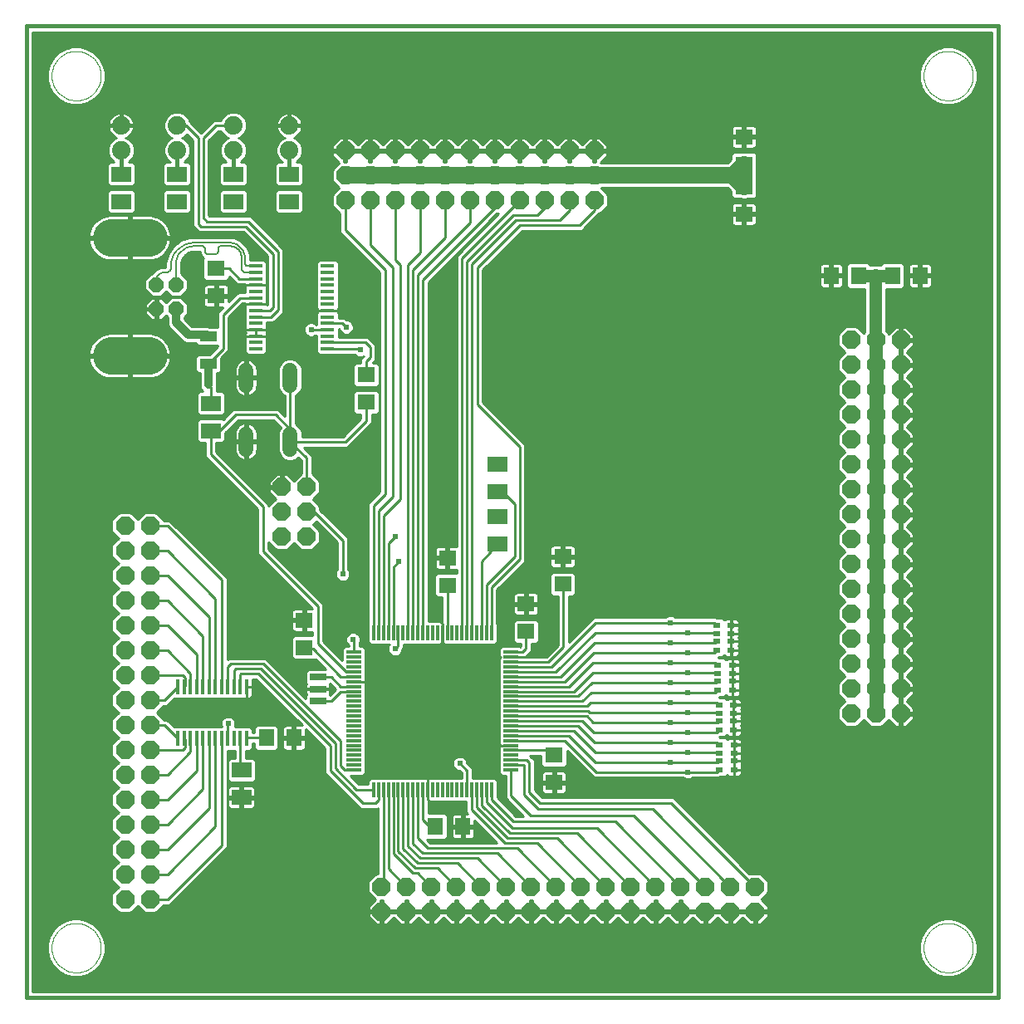
<source format=gtl>
G75*
%MOIN*%
%OFA0B0*%
%FSLAX24Y24*%
%IPPOS*%
%LPD*%
%AMOC8*
5,1,8,0,0,1.08239X$1,22.5*
%
%ADD10C,0.0160*%
%ADD11C,0.0000*%
%ADD12R,0.0118X0.0591*%
%ADD13R,0.0591X0.0118*%
%ADD14OC8,0.0740*%
%ADD15R,0.0669X0.0276*%
%ADD16R,0.0787X0.0630*%
%ADD17R,0.0709X0.0630*%
%ADD18C,0.0740*%
%ADD19C,0.0600*%
%ADD20R,0.0550X0.0137*%
%ADD21OC8,0.0594*%
%ADD22C,0.1502*%
%ADD23R,0.0630X0.0709*%
%ADD24R,0.0709X0.0394*%
%ADD25R,0.0140X0.0630*%
%ADD26R,0.0315X0.0236*%
%ADD27R,0.0315X0.0197*%
%ADD28C,0.0100*%
%ADD29C,0.0240*%
%ADD30C,0.0120*%
%ADD31C,0.0080*%
%ADD32C,0.0560*%
%ADD33C,0.0320*%
%ADD34C,0.0500*%
%ADD35C,0.0240*%
%ADD36C,0.0660*%
D10*
X000400Y000180D02*
X039400Y000180D01*
X039400Y039180D01*
X000400Y039180D01*
X000400Y000180D01*
X020450Y014879D02*
X020450Y014930D01*
X020500Y014880D01*
X010950Y033231D02*
X010950Y034180D01*
X008700Y034180D02*
X008700Y033231D01*
X006450Y033231D02*
X006450Y034180D01*
X004200Y034180D02*
X004200Y033231D01*
D11*
X001410Y037180D02*
X001412Y037243D01*
X001418Y037305D01*
X001428Y037367D01*
X001442Y037429D01*
X001459Y037489D01*
X001481Y037548D01*
X001506Y037605D01*
X001535Y037661D01*
X001567Y037715D01*
X001603Y037767D01*
X001642Y037816D01*
X001684Y037863D01*
X001728Y037907D01*
X001776Y037948D01*
X001826Y037986D01*
X001878Y038021D01*
X001932Y038053D01*
X001989Y038081D01*
X002047Y038105D01*
X002106Y038125D01*
X002167Y038142D01*
X002228Y038155D01*
X002290Y038164D01*
X002353Y038169D01*
X002416Y038170D01*
X002478Y038167D01*
X002541Y038160D01*
X002603Y038149D01*
X002664Y038134D01*
X002724Y038116D01*
X002782Y038093D01*
X002840Y038067D01*
X002895Y038037D01*
X002948Y038004D01*
X003000Y037968D01*
X003048Y037928D01*
X003094Y037886D01*
X003138Y037840D01*
X003178Y037792D01*
X003215Y037741D01*
X003249Y037689D01*
X003280Y037634D01*
X003307Y037577D01*
X003330Y037519D01*
X003350Y037459D01*
X003366Y037398D01*
X003378Y037336D01*
X003386Y037274D01*
X003390Y037211D01*
X003390Y037149D01*
X003386Y037086D01*
X003378Y037024D01*
X003366Y036962D01*
X003350Y036901D01*
X003330Y036841D01*
X003307Y036783D01*
X003280Y036726D01*
X003249Y036671D01*
X003215Y036619D01*
X003178Y036568D01*
X003138Y036520D01*
X003094Y036474D01*
X003048Y036432D01*
X003000Y036392D01*
X002948Y036356D01*
X002895Y036323D01*
X002840Y036293D01*
X002782Y036267D01*
X002724Y036244D01*
X002664Y036226D01*
X002603Y036211D01*
X002541Y036200D01*
X002478Y036193D01*
X002416Y036190D01*
X002353Y036191D01*
X002290Y036196D01*
X002228Y036205D01*
X002167Y036218D01*
X002106Y036235D01*
X002047Y036255D01*
X001989Y036279D01*
X001932Y036307D01*
X001878Y036339D01*
X001826Y036374D01*
X001776Y036412D01*
X001728Y036453D01*
X001684Y036497D01*
X001642Y036544D01*
X001603Y036593D01*
X001567Y036645D01*
X001535Y036699D01*
X001506Y036755D01*
X001481Y036812D01*
X001459Y036871D01*
X001442Y036931D01*
X001428Y036993D01*
X001418Y037055D01*
X001412Y037117D01*
X001410Y037180D01*
X001410Y002180D02*
X001412Y002243D01*
X001418Y002305D01*
X001428Y002367D01*
X001442Y002429D01*
X001459Y002489D01*
X001481Y002548D01*
X001506Y002605D01*
X001535Y002661D01*
X001567Y002715D01*
X001603Y002767D01*
X001642Y002816D01*
X001684Y002863D01*
X001728Y002907D01*
X001776Y002948D01*
X001826Y002986D01*
X001878Y003021D01*
X001932Y003053D01*
X001989Y003081D01*
X002047Y003105D01*
X002106Y003125D01*
X002167Y003142D01*
X002228Y003155D01*
X002290Y003164D01*
X002353Y003169D01*
X002416Y003170D01*
X002478Y003167D01*
X002541Y003160D01*
X002603Y003149D01*
X002664Y003134D01*
X002724Y003116D01*
X002782Y003093D01*
X002840Y003067D01*
X002895Y003037D01*
X002948Y003004D01*
X003000Y002968D01*
X003048Y002928D01*
X003094Y002886D01*
X003138Y002840D01*
X003178Y002792D01*
X003215Y002741D01*
X003249Y002689D01*
X003280Y002634D01*
X003307Y002577D01*
X003330Y002519D01*
X003350Y002459D01*
X003366Y002398D01*
X003378Y002336D01*
X003386Y002274D01*
X003390Y002211D01*
X003390Y002149D01*
X003386Y002086D01*
X003378Y002024D01*
X003366Y001962D01*
X003350Y001901D01*
X003330Y001841D01*
X003307Y001783D01*
X003280Y001726D01*
X003249Y001671D01*
X003215Y001619D01*
X003178Y001568D01*
X003138Y001520D01*
X003094Y001474D01*
X003048Y001432D01*
X003000Y001392D01*
X002948Y001356D01*
X002895Y001323D01*
X002840Y001293D01*
X002782Y001267D01*
X002724Y001244D01*
X002664Y001226D01*
X002603Y001211D01*
X002541Y001200D01*
X002478Y001193D01*
X002416Y001190D01*
X002353Y001191D01*
X002290Y001196D01*
X002228Y001205D01*
X002167Y001218D01*
X002106Y001235D01*
X002047Y001255D01*
X001989Y001279D01*
X001932Y001307D01*
X001878Y001339D01*
X001826Y001374D01*
X001776Y001412D01*
X001728Y001453D01*
X001684Y001497D01*
X001642Y001544D01*
X001603Y001593D01*
X001567Y001645D01*
X001535Y001699D01*
X001506Y001755D01*
X001481Y001812D01*
X001459Y001871D01*
X001442Y001931D01*
X001428Y001993D01*
X001418Y002055D01*
X001412Y002117D01*
X001410Y002180D01*
X036410Y002180D02*
X036412Y002243D01*
X036418Y002305D01*
X036428Y002367D01*
X036442Y002429D01*
X036459Y002489D01*
X036481Y002548D01*
X036506Y002605D01*
X036535Y002661D01*
X036567Y002715D01*
X036603Y002767D01*
X036642Y002816D01*
X036684Y002863D01*
X036728Y002907D01*
X036776Y002948D01*
X036826Y002986D01*
X036878Y003021D01*
X036932Y003053D01*
X036989Y003081D01*
X037047Y003105D01*
X037106Y003125D01*
X037167Y003142D01*
X037228Y003155D01*
X037290Y003164D01*
X037353Y003169D01*
X037416Y003170D01*
X037478Y003167D01*
X037541Y003160D01*
X037603Y003149D01*
X037664Y003134D01*
X037724Y003116D01*
X037782Y003093D01*
X037840Y003067D01*
X037895Y003037D01*
X037948Y003004D01*
X038000Y002968D01*
X038048Y002928D01*
X038094Y002886D01*
X038138Y002840D01*
X038178Y002792D01*
X038215Y002741D01*
X038249Y002689D01*
X038280Y002634D01*
X038307Y002577D01*
X038330Y002519D01*
X038350Y002459D01*
X038366Y002398D01*
X038378Y002336D01*
X038386Y002274D01*
X038390Y002211D01*
X038390Y002149D01*
X038386Y002086D01*
X038378Y002024D01*
X038366Y001962D01*
X038350Y001901D01*
X038330Y001841D01*
X038307Y001783D01*
X038280Y001726D01*
X038249Y001671D01*
X038215Y001619D01*
X038178Y001568D01*
X038138Y001520D01*
X038094Y001474D01*
X038048Y001432D01*
X038000Y001392D01*
X037948Y001356D01*
X037895Y001323D01*
X037840Y001293D01*
X037782Y001267D01*
X037724Y001244D01*
X037664Y001226D01*
X037603Y001211D01*
X037541Y001200D01*
X037478Y001193D01*
X037416Y001190D01*
X037353Y001191D01*
X037290Y001196D01*
X037228Y001205D01*
X037167Y001218D01*
X037106Y001235D01*
X037047Y001255D01*
X036989Y001279D01*
X036932Y001307D01*
X036878Y001339D01*
X036826Y001374D01*
X036776Y001412D01*
X036728Y001453D01*
X036684Y001497D01*
X036642Y001544D01*
X036603Y001593D01*
X036567Y001645D01*
X036535Y001699D01*
X036506Y001755D01*
X036481Y001812D01*
X036459Y001871D01*
X036442Y001931D01*
X036428Y001993D01*
X036418Y002055D01*
X036412Y002117D01*
X036410Y002180D01*
X036410Y037180D02*
X036412Y037243D01*
X036418Y037305D01*
X036428Y037367D01*
X036442Y037429D01*
X036459Y037489D01*
X036481Y037548D01*
X036506Y037605D01*
X036535Y037661D01*
X036567Y037715D01*
X036603Y037767D01*
X036642Y037816D01*
X036684Y037863D01*
X036728Y037907D01*
X036776Y037948D01*
X036826Y037986D01*
X036878Y038021D01*
X036932Y038053D01*
X036989Y038081D01*
X037047Y038105D01*
X037106Y038125D01*
X037167Y038142D01*
X037228Y038155D01*
X037290Y038164D01*
X037353Y038169D01*
X037416Y038170D01*
X037478Y038167D01*
X037541Y038160D01*
X037603Y038149D01*
X037664Y038134D01*
X037724Y038116D01*
X037782Y038093D01*
X037840Y038067D01*
X037895Y038037D01*
X037948Y038004D01*
X038000Y037968D01*
X038048Y037928D01*
X038094Y037886D01*
X038138Y037840D01*
X038178Y037792D01*
X038215Y037741D01*
X038249Y037689D01*
X038280Y037634D01*
X038307Y037577D01*
X038330Y037519D01*
X038350Y037459D01*
X038366Y037398D01*
X038378Y037336D01*
X038386Y037274D01*
X038390Y037211D01*
X038390Y037149D01*
X038386Y037086D01*
X038378Y037024D01*
X038366Y036962D01*
X038350Y036901D01*
X038330Y036841D01*
X038307Y036783D01*
X038280Y036726D01*
X038249Y036671D01*
X038215Y036619D01*
X038178Y036568D01*
X038138Y036520D01*
X038094Y036474D01*
X038048Y036432D01*
X038000Y036392D01*
X037948Y036356D01*
X037895Y036323D01*
X037840Y036293D01*
X037782Y036267D01*
X037724Y036244D01*
X037664Y036226D01*
X037603Y036211D01*
X037541Y036200D01*
X037478Y036193D01*
X037416Y036190D01*
X037353Y036191D01*
X037290Y036196D01*
X037228Y036205D01*
X037167Y036218D01*
X037106Y036235D01*
X037047Y036255D01*
X036989Y036279D01*
X036932Y036307D01*
X036878Y036339D01*
X036826Y036374D01*
X036776Y036412D01*
X036728Y036453D01*
X036684Y036497D01*
X036642Y036544D01*
X036603Y036593D01*
X036567Y036645D01*
X036535Y036699D01*
X036506Y036755D01*
X036481Y036812D01*
X036459Y036871D01*
X036442Y036931D01*
X036428Y036993D01*
X036418Y037055D01*
X036412Y037117D01*
X036410Y037180D01*
D12*
X019062Y014830D03*
X018865Y014830D03*
X018669Y014830D03*
X018472Y014830D03*
X018275Y014830D03*
X018078Y014830D03*
X017881Y014830D03*
X017684Y014830D03*
X017487Y014830D03*
X017291Y014830D03*
X017094Y014830D03*
X016897Y014830D03*
X016700Y014830D03*
X016503Y014830D03*
X016306Y014830D03*
X016109Y014830D03*
X015913Y014830D03*
X015716Y014830D03*
X015519Y014830D03*
X015322Y014830D03*
X015125Y014830D03*
X014928Y014830D03*
X014731Y014830D03*
X014535Y014830D03*
X014338Y014830D03*
X014338Y008530D03*
X014535Y008530D03*
X014731Y008530D03*
X014928Y008530D03*
X015125Y008530D03*
X015322Y008530D03*
X015519Y008530D03*
X015716Y008530D03*
X015913Y008530D03*
X016109Y008530D03*
X016306Y008530D03*
X016503Y008530D03*
X016700Y008530D03*
X016897Y008530D03*
X017094Y008530D03*
X017291Y008530D03*
X017487Y008530D03*
X017684Y008530D03*
X017881Y008530D03*
X018078Y008530D03*
X018275Y008530D03*
X018472Y008530D03*
X018669Y008530D03*
X018865Y008530D03*
X019062Y008530D03*
D13*
X019850Y009318D03*
X019850Y009515D03*
X019850Y009711D03*
X019850Y009908D03*
X019850Y010105D03*
X019850Y010302D03*
X019850Y010499D03*
X019850Y010696D03*
X019850Y010893D03*
X019850Y011089D03*
X019850Y011286D03*
X019850Y011483D03*
X019850Y011680D03*
X019850Y011877D03*
X019850Y012074D03*
X019850Y012271D03*
X019850Y012467D03*
X019850Y012664D03*
X019850Y012861D03*
X019850Y013058D03*
X019850Y013255D03*
X019850Y013452D03*
X019850Y013649D03*
X019850Y013845D03*
X019850Y014042D03*
X013550Y014042D03*
X013550Y013845D03*
X013550Y013649D03*
X013550Y013452D03*
X013550Y013255D03*
X013550Y013058D03*
X013550Y012861D03*
X013550Y012664D03*
X013550Y012467D03*
X013550Y012271D03*
X013550Y012074D03*
X013550Y011877D03*
X013550Y011680D03*
X013550Y011483D03*
X013550Y011286D03*
X013550Y011089D03*
X013550Y010893D03*
X013550Y010696D03*
X013550Y010499D03*
X013550Y010302D03*
X013550Y010105D03*
X013550Y009908D03*
X013550Y009711D03*
X013550Y009515D03*
X013550Y009318D03*
D14*
X014650Y004630D03*
X014650Y003630D03*
X015650Y003630D03*
X015650Y004630D03*
X016650Y004630D03*
X016650Y003630D03*
X017650Y003630D03*
X017650Y004630D03*
X018650Y004630D03*
X018650Y003630D03*
X019650Y003630D03*
X019650Y004630D03*
X020650Y004630D03*
X020650Y003630D03*
X021650Y003630D03*
X021650Y004630D03*
X022650Y004630D03*
X022650Y003630D03*
X023650Y003630D03*
X023650Y004630D03*
X024650Y004630D03*
X024650Y003630D03*
X025650Y003630D03*
X025650Y004630D03*
X026650Y004630D03*
X026650Y003630D03*
X027650Y003630D03*
X027650Y004630D03*
X028650Y004630D03*
X028650Y003630D03*
X029650Y003630D03*
X029650Y004630D03*
X033500Y011580D03*
X033500Y012580D03*
X033500Y013580D03*
X033500Y014580D03*
X033500Y015580D03*
X033500Y016580D03*
X033500Y017580D03*
X033500Y018580D03*
X033500Y019580D03*
X033500Y020580D03*
X033500Y021580D03*
X033500Y022580D03*
X033500Y023580D03*
X033500Y024580D03*
X033500Y025580D03*
X033500Y026580D03*
X034500Y026580D03*
X035500Y026580D03*
X035500Y025580D03*
X035500Y024580D03*
X034500Y024580D03*
X034500Y025580D03*
X034500Y023580D03*
X034500Y022580D03*
X035500Y022580D03*
X035500Y023580D03*
X035500Y021580D03*
X035500Y020580D03*
X034500Y020580D03*
X034500Y021580D03*
X034500Y019580D03*
X034500Y018580D03*
X035500Y018580D03*
X035500Y019580D03*
X035500Y017580D03*
X035500Y016580D03*
X034500Y016580D03*
X034500Y017580D03*
X034500Y015580D03*
X034500Y014580D03*
X035500Y014580D03*
X035500Y015580D03*
X035500Y013580D03*
X034500Y013580D03*
X034500Y012580D03*
X034500Y011580D03*
X035500Y011580D03*
X035500Y012580D03*
X023200Y032180D03*
X022200Y032180D03*
X022200Y033180D03*
X022200Y034180D03*
X023200Y034180D03*
X023200Y033180D03*
X021200Y033180D03*
X021200Y034180D03*
X020200Y034180D03*
X020200Y033180D03*
X020200Y032180D03*
X021200Y032180D03*
X019200Y032180D03*
X019200Y033180D03*
X019200Y034180D03*
X018200Y034180D03*
X018200Y033180D03*
X017200Y033180D03*
X017200Y034180D03*
X016200Y034180D03*
X016200Y033180D03*
X015200Y033180D03*
X015200Y034180D03*
X014200Y034180D03*
X014200Y033180D03*
X013200Y033180D03*
X013200Y034180D03*
X013200Y032180D03*
X014200Y032180D03*
X015200Y032180D03*
X016200Y032180D03*
X017200Y032180D03*
X018200Y032180D03*
X011650Y020680D03*
X011650Y019680D03*
X011650Y018680D03*
X010650Y018680D03*
X010650Y019680D03*
X010650Y020680D03*
X005363Y019118D03*
X005363Y018118D03*
X004363Y018118D03*
X004363Y019118D03*
X004363Y017118D03*
X005363Y017118D03*
X005363Y016118D03*
X005363Y015118D03*
X004363Y015118D03*
X004363Y016118D03*
X004363Y014118D03*
X005363Y014118D03*
X005363Y013118D03*
X004363Y013118D03*
X004363Y012118D03*
X005363Y012118D03*
X005363Y011118D03*
X004363Y011118D03*
X004363Y010118D03*
X005363Y010118D03*
X005363Y009118D03*
X004363Y009118D03*
X004363Y008118D03*
X005363Y008118D03*
X005363Y007118D03*
X004363Y007118D03*
X004363Y006118D03*
X005363Y006118D03*
X005363Y005118D03*
X004363Y005118D03*
X004363Y004118D03*
X005363Y004118D03*
D15*
X012100Y012093D03*
X012100Y012566D03*
X012100Y013038D03*
D16*
X009033Y009319D03*
X009033Y008216D03*
X019300Y018379D03*
X019300Y019481D03*
X019300Y020479D03*
X019300Y021581D03*
X010950Y032129D03*
X010950Y033231D03*
X008700Y033231D03*
X008700Y032129D03*
X006450Y032129D03*
X006450Y033231D03*
X004200Y033231D03*
X004200Y032129D03*
X007810Y024031D03*
X007810Y022929D03*
D17*
X008014Y028341D03*
X008014Y029444D03*
X014043Y025181D03*
X014043Y024079D03*
X017300Y017831D03*
X017300Y016729D03*
X020450Y015981D03*
X020450Y014879D03*
X021925Y016779D03*
X021925Y017881D03*
X021575Y009919D03*
X021575Y008816D03*
X011550Y014229D03*
X011550Y015331D03*
X029200Y031629D03*
X029200Y032731D03*
X029200Y033629D03*
X029200Y034731D03*
D18*
X010950Y035180D03*
X010950Y034180D03*
X008700Y034180D03*
X008700Y035180D03*
X006450Y035180D03*
X006450Y034180D03*
X004200Y034180D03*
X004200Y035180D03*
D19*
X009210Y025360D02*
X009210Y024760D01*
X010990Y024760D02*
X010990Y025360D01*
X010990Y022800D02*
X010990Y022200D01*
X009210Y022200D02*
X009210Y022800D01*
D20*
X009611Y026217D03*
X009611Y026473D03*
X009611Y026728D03*
X009611Y026984D03*
X009611Y027240D03*
X009611Y027496D03*
X009611Y027752D03*
X009611Y028008D03*
X009611Y028264D03*
X009611Y028520D03*
X009611Y028776D03*
X009611Y029032D03*
X009611Y029287D03*
X009611Y029543D03*
X012489Y029543D03*
X012489Y029287D03*
X012489Y029032D03*
X012489Y028776D03*
X012489Y028520D03*
X012489Y028264D03*
X012489Y028008D03*
X012489Y027752D03*
X012489Y027496D03*
X012489Y027240D03*
X012489Y026984D03*
X012489Y026728D03*
X012489Y026473D03*
X012489Y026217D03*
D21*
X006400Y027820D03*
X005620Y027820D03*
X005620Y028800D03*
X006400Y028800D03*
D22*
X005301Y030680D02*
X003799Y030680D01*
X003799Y025940D02*
X005301Y025940D01*
D23*
X010036Y010605D03*
X011139Y010605D03*
X016822Y007048D03*
X017924Y007048D03*
X032701Y029160D03*
X033804Y029160D03*
X035164Y029160D03*
X036266Y029160D03*
D24*
X007700Y026731D03*
X007700Y025629D03*
D25*
X007743Y012658D03*
X007983Y012658D03*
X008243Y012658D03*
X008483Y012658D03*
X008743Y012658D03*
X008983Y012658D03*
X009243Y012658D03*
X007483Y012658D03*
X007243Y012658D03*
X006983Y012658D03*
X006743Y012658D03*
X006483Y012658D03*
X006483Y010578D03*
X006743Y010578D03*
X006983Y010578D03*
X007243Y010578D03*
X007483Y010578D03*
X007743Y010578D03*
X007983Y010578D03*
X008243Y010578D03*
X008483Y010578D03*
X008743Y010578D03*
X008983Y010578D03*
X009243Y010578D03*
D26*
X028095Y014128D03*
X028155Y013532D03*
X028745Y013532D03*
X028685Y014128D03*
X028685Y015132D03*
X028095Y015132D03*
X028155Y012528D03*
X028745Y012528D03*
X028785Y011932D03*
X028195Y011932D03*
X028195Y010928D03*
X028785Y010928D03*
X028805Y010332D03*
X028215Y010332D03*
X028215Y009328D03*
X028805Y009328D03*
D27*
X028805Y009673D03*
X028805Y009987D03*
X028215Y009987D03*
X028215Y009673D03*
X028195Y011273D03*
X028195Y011587D03*
X028785Y011587D03*
X028785Y011273D03*
X028745Y012873D03*
X028745Y013187D03*
X028155Y013187D03*
X028155Y012873D03*
X028095Y014473D03*
X028095Y014787D03*
X028685Y014787D03*
X028685Y014473D03*
D28*
X028685Y014787D01*
X028685Y014787D01*
X028685Y014539D01*
X028685Y014473D01*
X028685Y014473D01*
X028993Y014473D01*
X028993Y014591D01*
X028983Y014629D01*
X028982Y014630D01*
X028983Y014631D01*
X028993Y014669D01*
X028993Y014787D01*
X028685Y014787D01*
X028685Y014787D01*
X028685Y015036D01*
X028676Y015036D01*
X028676Y015123D01*
X028694Y015123D01*
X028694Y015036D01*
X028685Y015036D01*
X028685Y014787D01*
X028685Y014787D01*
X028993Y014787D01*
X028993Y014906D01*
X028983Y014944D01*
X028979Y014950D01*
X028983Y014956D01*
X028993Y014994D01*
X028993Y015123D01*
X028694Y015123D01*
X028694Y015141D01*
X028676Y015141D01*
X028676Y015400D01*
X028508Y015400D01*
X028470Y015390D01*
X028436Y015370D01*
X028408Y015342D01*
X028405Y015338D01*
X028323Y015420D01*
X028118Y015420D01*
X028088Y015450D01*
X026440Y015450D01*
X026414Y015476D01*
X026308Y015520D01*
X026192Y015520D01*
X026086Y015476D01*
X026060Y015450D01*
X023159Y015450D01*
X023030Y015321D01*
X022170Y014461D01*
X022170Y016294D01*
X022350Y016294D01*
X022449Y016393D01*
X022449Y017164D01*
X022350Y017264D01*
X021500Y017264D01*
X021401Y017164D01*
X021401Y016393D01*
X021500Y016294D01*
X021730Y016294D01*
X021730Y014334D01*
X021265Y013869D01*
X020450Y013869D01*
X020541Y013960D01*
X020670Y014089D01*
X020670Y014394D01*
X020875Y014394D01*
X020974Y014493D01*
X020974Y015264D01*
X020875Y015364D01*
X020025Y015364D01*
X019926Y015264D01*
X019926Y014493D01*
X020025Y014394D01*
X020230Y014394D01*
X020230Y014271D01*
X020223Y014264D01*
X020215Y014271D01*
X019484Y014271D01*
X019384Y014172D01*
X019384Y013913D01*
X019404Y013893D01*
X019404Y013845D01*
X019404Y013798D01*
X019384Y013778D01*
X019384Y010369D01*
X019404Y010349D01*
X019404Y010302D01*
X019404Y010255D01*
X019384Y010235D01*
X019384Y009188D01*
X019484Y009089D01*
X019630Y009089D01*
X019630Y008189D01*
X020356Y007462D01*
X020041Y007462D01*
X019291Y008212D01*
X019291Y008896D01*
X019192Y008996D01*
X018298Y008996D01*
X018298Y009393D01*
X018090Y009601D01*
X018090Y009638D01*
X018046Y009744D01*
X017964Y009826D01*
X017858Y009870D01*
X017742Y009870D01*
X017636Y009826D01*
X017554Y009744D01*
X017510Y009638D01*
X017510Y009522D01*
X017554Y009416D01*
X017636Y009334D01*
X017742Y009290D01*
X017779Y009290D01*
X017858Y009211D01*
X017858Y008996D01*
X016571Y008996D01*
X016551Y008976D01*
X016503Y008976D01*
X016456Y008976D01*
X016436Y008996D01*
X014208Y008996D01*
X014109Y008896D01*
X014109Y008750D01*
X013741Y008750D01*
X013402Y009089D01*
X013916Y009089D01*
X014016Y009188D01*
X014016Y012794D01*
X013996Y012814D01*
X013996Y012861D01*
X013948Y012861D01*
X013948Y012861D01*
X013948Y012861D01*
X013996Y012861D01*
X013996Y012908D01*
X014016Y012928D01*
X014016Y014172D01*
X013916Y014271D01*
X013770Y014271D01*
X013770Y014420D01*
X013802Y014497D01*
X013802Y014613D01*
X013758Y014719D01*
X013677Y014801D01*
X013570Y014845D01*
X013455Y014845D01*
X013348Y014801D01*
X013267Y014719D01*
X013223Y014613D01*
X013223Y014497D01*
X013267Y014391D01*
X013330Y014327D01*
X013330Y014271D01*
X013185Y014271D01*
X013085Y014172D01*
X013085Y013706D01*
X012320Y014471D01*
X012320Y015971D01*
X010120Y018171D01*
X010120Y018446D01*
X010426Y018140D01*
X010874Y018140D01*
X011150Y018416D01*
X011426Y018140D01*
X011874Y018140D01*
X012190Y018456D01*
X012190Y018904D01*
X011914Y019180D01*
X012026Y019293D01*
X012880Y018439D01*
X012880Y017370D01*
X012854Y017344D01*
X012810Y017238D01*
X012810Y017122D01*
X011169Y017122D01*
X011071Y017221D02*
X012810Y017221D01*
X012810Y017122D02*
X012854Y017016D01*
X012936Y016934D01*
X013042Y016890D01*
X013158Y016890D01*
X013264Y016934D01*
X013346Y017016D01*
X013390Y017122D01*
X014118Y017122D01*
X014118Y017024D02*
X013349Y017024D01*
X013390Y017122D02*
X013390Y017238D01*
X013346Y017344D01*
X013320Y017370D01*
X013320Y018621D01*
X013191Y018750D01*
X012190Y019751D01*
X012190Y019904D01*
X011914Y020180D01*
X012190Y020456D01*
X012190Y020904D01*
X011874Y021220D01*
X011870Y021220D01*
X011870Y021931D01*
X011541Y022260D01*
X013285Y022260D01*
X013414Y022389D01*
X014134Y023109D01*
X014263Y023238D01*
X014263Y023594D01*
X014467Y023594D01*
X014567Y023693D01*
X014567Y024464D01*
X014467Y024564D01*
X013618Y024564D01*
X013518Y024464D01*
X013518Y023693D01*
X013618Y023594D01*
X013823Y023594D01*
X013823Y023420D01*
X013103Y022700D01*
X011460Y022700D01*
X011460Y022893D01*
X011388Y023066D01*
X011256Y023198D01*
X011210Y023218D01*
X011210Y024342D01*
X011256Y024362D01*
X011388Y024494D01*
X011460Y024667D01*
X011460Y025453D01*
X011388Y025626D01*
X011256Y025758D01*
X011083Y025830D01*
X010897Y025830D01*
X010724Y025758D01*
X010592Y025626D01*
X010520Y025453D01*
X010520Y024667D01*
X010592Y024494D01*
X010724Y024362D01*
X010770Y024342D01*
X010770Y023521D01*
X010491Y023800D01*
X008709Y023800D01*
X008580Y023671D01*
X008298Y023390D01*
X008274Y023414D01*
X007346Y023414D01*
X007246Y023314D01*
X007246Y022543D01*
X007346Y022444D01*
X007580Y022444D01*
X007580Y021889D01*
X007709Y021760D01*
X009680Y019789D01*
X009680Y017989D01*
X011873Y015796D01*
X011600Y015796D01*
X011600Y015381D01*
X011500Y015381D01*
X011500Y015281D01*
X011600Y015281D01*
X011600Y014866D01*
X011880Y014866D01*
X011880Y014714D01*
X011125Y014714D01*
X011026Y014614D01*
X011026Y013843D01*
X011125Y013744D01*
X011975Y013744D01*
X012000Y013769D01*
X012423Y013346D01*
X011695Y013346D01*
X011595Y013246D01*
X011595Y012830D01*
X011640Y012786D01*
X011626Y012762D01*
X011615Y012723D01*
X011615Y012585D01*
X012081Y012585D01*
X012081Y012547D01*
X011615Y012547D01*
X011615Y012408D01*
X011626Y012370D01*
X011640Y012346D01*
X011595Y012302D01*
X011595Y012196D01*
X009991Y013800D01*
X008509Y013800D01*
X008462Y013754D01*
X008462Y017029D01*
X006154Y019337D01*
X005902Y019337D01*
X005902Y019341D01*
X005586Y019657D01*
X005139Y019657D01*
X004863Y019381D01*
X004586Y019657D01*
X004139Y019657D01*
X003823Y019341D01*
X003823Y018894D01*
X004099Y018618D01*
X003823Y018341D01*
X003823Y017894D01*
X004099Y017618D01*
X003823Y017341D01*
X003823Y016894D01*
X004099Y016618D01*
X003823Y016341D01*
X003823Y015894D01*
X004099Y015618D01*
X003823Y015341D01*
X003823Y014894D01*
X004099Y014618D01*
X003823Y014341D01*
X003823Y013894D01*
X004099Y013618D01*
X003823Y013341D01*
X003823Y012894D01*
X004099Y012618D01*
X003823Y012341D01*
X003823Y011894D01*
X004099Y011618D01*
X003823Y011341D01*
X003823Y010894D01*
X004099Y010618D01*
X003823Y010341D01*
X003823Y009894D01*
X004099Y009618D01*
X003823Y009341D01*
X003823Y008894D01*
X004099Y008618D01*
X003823Y008341D01*
X003823Y007894D01*
X004099Y007618D01*
X003823Y007341D01*
X003823Y006894D01*
X004099Y006618D01*
X003823Y006341D01*
X003823Y005894D01*
X004099Y005618D01*
X003823Y005341D01*
X003823Y004894D01*
X004099Y004618D01*
X003823Y004341D01*
X003823Y003894D01*
X004139Y003578D01*
X004586Y003578D01*
X004863Y003854D01*
X005139Y003578D01*
X005586Y003578D01*
X005902Y003894D01*
X005902Y003898D01*
X006154Y003898D01*
X008462Y006206D01*
X008462Y010093D01*
X008763Y010093D01*
X008763Y009804D01*
X008568Y009804D01*
X008469Y009704D01*
X008469Y008933D01*
X008568Y008834D01*
X009497Y008834D01*
X009596Y008933D01*
X009596Y009704D01*
X009497Y009804D01*
X009202Y009804D01*
X009202Y010093D01*
X009383Y010093D01*
X009482Y010192D01*
X009482Y010385D01*
X009551Y010385D01*
X009551Y010180D01*
X009651Y010081D01*
X010422Y010081D01*
X010521Y010180D01*
X010521Y011030D01*
X010422Y011129D01*
X009651Y011129D01*
X009551Y011030D01*
X009551Y010825D01*
X009482Y010825D01*
X009482Y010963D01*
X009383Y011062D01*
X008765Y011062D01*
X008790Y011122D01*
X008790Y011238D01*
X008746Y011344D01*
X008664Y011426D01*
X008558Y011470D01*
X008442Y011470D01*
X008336Y011426D01*
X008254Y011344D01*
X008210Y011238D01*
X008210Y011122D01*
X008235Y011062D01*
X006342Y011062D01*
X006325Y011046D01*
X006034Y011337D01*
X005902Y011337D01*
X005902Y011341D01*
X005626Y011618D01*
X005902Y011894D01*
X005902Y011898D01*
X006034Y011898D01*
X006325Y012189D01*
X006342Y012173D01*
X009123Y012173D01*
X009145Y012195D01*
X009153Y012193D01*
X009242Y012193D01*
X009242Y012657D01*
X009243Y012657D01*
X009243Y012658D01*
X009462Y012658D01*
X009462Y012960D01*
X009609Y012960D01*
X011460Y011109D01*
X011189Y011109D01*
X011189Y010655D01*
X011604Y010655D01*
X011604Y010965D01*
X012380Y010189D01*
X012380Y009189D01*
X013680Y007889D01*
X013809Y007760D01*
X014491Y007760D01*
X014511Y007780D01*
X014511Y005170D01*
X014426Y005170D01*
X014110Y004854D01*
X014110Y004406D01*
X014400Y004116D01*
X014130Y003845D01*
X014130Y003680D01*
X014600Y003680D01*
X014600Y004090D01*
X014700Y004090D01*
X014700Y003680D01*
X015170Y003680D01*
X015600Y003680D01*
X015600Y004090D01*
X015700Y004090D01*
X015700Y003680D01*
X015600Y003680D01*
X015600Y003580D01*
X015700Y003580D01*
X015700Y003680D01*
X016170Y003680D01*
X016600Y003680D01*
X016600Y004090D01*
X016700Y004090D01*
X016700Y003680D01*
X016600Y003680D01*
X016600Y003580D01*
X016700Y003580D01*
X016700Y003680D01*
X017170Y003680D01*
X017600Y003680D01*
X017600Y004090D01*
X017700Y004090D01*
X017700Y003680D01*
X017600Y003680D01*
X017600Y003580D01*
X017700Y003580D01*
X017700Y003680D01*
X018130Y003680D01*
X018600Y003680D01*
X018600Y004090D01*
X018700Y004090D01*
X018700Y003680D01*
X018600Y003680D01*
X018600Y003580D01*
X018700Y003580D01*
X018700Y003680D01*
X019170Y003680D01*
X019600Y003680D01*
X019600Y004090D01*
X019700Y004090D01*
X019700Y003680D01*
X019600Y003680D01*
X019600Y003580D01*
X019700Y003580D01*
X019700Y003680D01*
X020600Y003680D01*
X020600Y004090D01*
X020700Y004090D01*
X020700Y003680D01*
X020600Y003680D01*
X020600Y003580D01*
X020700Y003580D01*
X020700Y003680D01*
X021600Y003680D01*
X021600Y004090D01*
X021700Y004090D01*
X021700Y003680D01*
X022600Y003680D01*
X022600Y004090D01*
X022700Y004090D01*
X022700Y003680D01*
X023600Y003680D01*
X023600Y004090D01*
X023700Y004090D01*
X023700Y003680D01*
X024600Y003680D01*
X024600Y004090D01*
X024700Y004090D01*
X024700Y003680D01*
X025600Y003680D01*
X025600Y004090D01*
X025700Y004090D01*
X025700Y003680D01*
X026600Y003680D01*
X026600Y004090D01*
X026700Y004090D01*
X026700Y003680D01*
X027600Y003680D01*
X027600Y003580D01*
X027700Y003580D01*
X027700Y003680D01*
X028600Y003680D01*
X028600Y003580D01*
X028700Y003580D01*
X028700Y003680D01*
X029600Y003680D01*
X029600Y003580D01*
X029700Y003580D01*
X029700Y003680D01*
X030170Y003680D01*
X030170Y003845D01*
X029900Y004116D01*
X030190Y004406D01*
X030190Y004854D01*
X029874Y005170D01*
X029426Y005170D01*
X029424Y005167D01*
X026379Y008212D01*
X021104Y008212D01*
X020795Y008521D01*
X020795Y009709D01*
X020666Y009837D01*
X020618Y009885D01*
X021051Y009885D01*
X021051Y009533D01*
X021150Y009434D01*
X022000Y009434D01*
X022099Y009533D01*
X022099Y010095D01*
X023055Y009139D01*
X023184Y009010D01*
X026760Y009010D01*
X026786Y008984D01*
X026892Y008940D01*
X027008Y008940D01*
X027114Y008984D01*
X027140Y009010D01*
X028208Y009010D01*
X028238Y009040D01*
X028443Y009040D01*
X028525Y009122D01*
X028528Y009118D01*
X028556Y009090D01*
X028590Y009070D01*
X028628Y009060D01*
X028796Y009060D01*
X028796Y009319D01*
X028814Y009319D01*
X028814Y009060D01*
X028983Y009060D01*
X029021Y009070D01*
X029055Y009090D01*
X029083Y009118D01*
X029103Y009152D01*
X029113Y009190D01*
X029113Y009319D01*
X028814Y009319D01*
X028814Y009337D01*
X028796Y009337D01*
X028796Y009424D01*
X028805Y009424D01*
X028805Y009673D01*
X028805Y009987D01*
X028805Y009987D01*
X028805Y009739D01*
X028805Y009673D01*
X028805Y009673D01*
X029113Y009673D01*
X029113Y009791D01*
X029103Y009829D01*
X029102Y009830D01*
X029103Y009831D01*
X029113Y009869D01*
X029113Y009987D01*
X028805Y009987D01*
X028805Y009987D01*
X028805Y010236D01*
X028796Y010236D01*
X028796Y010323D01*
X028814Y010323D01*
X028814Y010236D01*
X028805Y010236D01*
X028805Y009987D01*
X028805Y009987D01*
X029113Y009987D01*
X029113Y010106D01*
X029103Y010144D01*
X029099Y010150D01*
X029103Y010156D01*
X029113Y010194D01*
X029113Y010323D01*
X028814Y010323D01*
X028814Y010341D01*
X028796Y010341D01*
X028796Y010600D01*
X028628Y010600D01*
X028590Y010590D01*
X028556Y010570D01*
X028528Y010542D01*
X028525Y010538D01*
X028443Y010620D01*
X028238Y010620D01*
X028218Y010640D01*
X028423Y010640D01*
X028505Y010722D01*
X028508Y010718D01*
X028536Y010690D01*
X028570Y010670D01*
X028608Y010660D01*
X028776Y010660D01*
X028776Y010919D01*
X028794Y010919D01*
X028794Y010660D01*
X028963Y010660D01*
X029001Y010670D01*
X029035Y010690D01*
X029063Y010718D01*
X029083Y010752D01*
X029093Y010790D01*
X029093Y010919D01*
X028794Y010919D01*
X028794Y010937D01*
X028776Y010937D01*
X028776Y011024D01*
X028785Y011024D01*
X028785Y011273D01*
X028785Y011587D01*
X028785Y011587D01*
X028785Y011339D01*
X028785Y011273D01*
X028785Y011273D01*
X029093Y011273D01*
X029093Y011391D01*
X029083Y011429D01*
X029082Y011430D01*
X029083Y011431D01*
X029093Y011469D01*
X029093Y011587D01*
X028785Y011587D01*
X028785Y011587D01*
X028785Y011836D01*
X028776Y011836D01*
X028776Y011923D01*
X028794Y011923D01*
X028794Y011836D01*
X028785Y011836D01*
X028785Y011587D01*
X028785Y011587D01*
X029093Y011587D01*
X029093Y011706D01*
X029083Y011744D01*
X029079Y011750D01*
X029083Y011756D01*
X029093Y011794D01*
X029093Y011923D01*
X028794Y011923D01*
X028794Y011941D01*
X028776Y011941D01*
X028776Y012200D01*
X028608Y012200D01*
X028570Y012190D01*
X028536Y012170D01*
X028508Y012142D01*
X028505Y012138D01*
X028423Y012220D01*
X028218Y012220D01*
X028198Y012240D01*
X028383Y012240D01*
X028465Y012322D01*
X028468Y012318D01*
X028496Y012290D01*
X028530Y012270D01*
X028568Y012260D01*
X028736Y012260D01*
X028736Y012519D01*
X028754Y012519D01*
X028754Y012260D01*
X028923Y012260D01*
X028961Y012270D01*
X028995Y012290D01*
X029023Y012318D01*
X029043Y012352D01*
X029053Y012390D01*
X029053Y012519D01*
X028754Y012519D01*
X028754Y012537D01*
X028736Y012537D01*
X028736Y012624D01*
X028745Y012624D01*
X028745Y012873D01*
X028745Y013187D01*
X028745Y013187D01*
X028745Y012939D01*
X028745Y012873D01*
X028745Y012873D01*
X029053Y012873D01*
X029053Y012991D01*
X029043Y013029D01*
X029042Y013030D01*
X029043Y013031D01*
X029053Y013069D01*
X029053Y013187D01*
X028745Y013187D01*
X028745Y013187D01*
X028745Y013436D01*
X028736Y013436D01*
X028736Y013523D01*
X028754Y013523D01*
X028754Y013436D01*
X028745Y013436D01*
X028745Y013187D01*
X028745Y013187D01*
X029053Y013187D01*
X029053Y013306D01*
X029043Y013344D01*
X029039Y013350D01*
X029043Y013356D01*
X029053Y013394D01*
X029053Y013523D01*
X028754Y013523D01*
X028754Y013541D01*
X028736Y013541D01*
X028736Y013800D01*
X028568Y013800D01*
X028530Y013790D01*
X028496Y013770D01*
X028468Y013742D01*
X028465Y013738D01*
X028383Y013820D01*
X028178Y013820D01*
X028158Y013840D01*
X028323Y013840D01*
X028405Y013922D01*
X028408Y013918D01*
X028436Y013890D01*
X028470Y013870D01*
X028508Y013860D01*
X028676Y013860D01*
X028676Y014119D01*
X028694Y014119D01*
X028694Y013860D01*
X028863Y013860D01*
X028901Y013870D01*
X028935Y013890D01*
X028963Y013918D01*
X028983Y013952D01*
X028993Y013990D01*
X028993Y014119D01*
X028694Y014119D01*
X028694Y014137D01*
X028676Y014137D01*
X028676Y014224D01*
X028685Y014224D01*
X028685Y014473D01*
X028685Y014473D01*
X028685Y014473D01*
X028993Y014473D01*
X028993Y014354D01*
X028983Y014316D01*
X028979Y014310D01*
X028983Y014304D01*
X028993Y014266D01*
X028993Y014137D01*
X028694Y014137D01*
X028694Y014224D01*
X028685Y014224D01*
X028685Y014473D01*
X028685Y014463D02*
X028685Y014463D01*
X028685Y014561D02*
X028685Y014561D01*
X028685Y014660D02*
X028685Y014660D01*
X028685Y014758D02*
X028685Y014758D01*
X028685Y014857D02*
X028685Y014857D01*
X028685Y014955D02*
X028685Y014955D01*
X028676Y015054D02*
X028694Y015054D01*
X028694Y015141D02*
X028993Y015141D01*
X028993Y015270D01*
X028983Y015308D01*
X028963Y015342D01*
X028935Y015370D01*
X028901Y015390D01*
X028863Y015400D01*
X028694Y015400D01*
X028694Y015141D01*
X028694Y015152D02*
X028676Y015152D01*
X028676Y015251D02*
X028694Y015251D01*
X028694Y015349D02*
X028676Y015349D01*
X028415Y015349D02*
X028394Y015349D01*
X028090Y015448D02*
X032960Y015448D01*
X032960Y015356D02*
X033236Y015080D01*
X032960Y014804D01*
X032960Y014356D01*
X033236Y014080D01*
X032960Y013804D01*
X032960Y013356D01*
X033236Y013080D01*
X032960Y012804D01*
X032960Y012356D01*
X033236Y012080D01*
X032960Y011804D01*
X032960Y011356D01*
X033276Y011040D01*
X033724Y011040D01*
X034000Y011316D01*
X034276Y011040D01*
X034724Y011040D01*
X035014Y011330D01*
X035285Y011060D01*
X035450Y011060D01*
X035450Y011530D01*
X035550Y011530D01*
X035550Y011630D01*
X036020Y011630D01*
X036020Y011795D01*
X035735Y012080D01*
X036020Y012365D01*
X036020Y012530D01*
X035550Y012530D01*
X035550Y012630D01*
X036020Y012630D01*
X036020Y012795D01*
X035735Y013080D01*
X036020Y013365D01*
X036020Y013530D01*
X035550Y013530D01*
X035550Y013630D01*
X036020Y013630D01*
X036020Y013795D01*
X035735Y014080D01*
X036020Y014365D01*
X036020Y014530D01*
X035550Y014530D01*
X035550Y014630D01*
X036020Y014630D01*
X036020Y014795D01*
X035735Y015080D01*
X036020Y015365D01*
X036020Y015530D01*
X035550Y015530D01*
X035550Y015630D01*
X036020Y015630D01*
X036020Y015795D01*
X035735Y016080D01*
X036020Y016365D01*
X036020Y016530D01*
X035550Y016530D01*
X035550Y016630D01*
X036020Y016630D01*
X036020Y016795D01*
X035735Y017080D01*
X036020Y017365D01*
X036020Y017530D01*
X035550Y017530D01*
X035550Y017630D01*
X036020Y017630D01*
X036020Y017795D01*
X035735Y018080D01*
X036020Y018365D01*
X036020Y018530D01*
X035550Y018530D01*
X035550Y018630D01*
X036020Y018630D01*
X036020Y018795D01*
X035735Y019080D01*
X036020Y019365D01*
X036020Y019530D01*
X035550Y019530D01*
X035550Y019630D01*
X036020Y019630D01*
X036020Y019795D01*
X035735Y020080D01*
X036020Y020365D01*
X036020Y020530D01*
X035550Y020530D01*
X035550Y020630D01*
X036020Y020630D01*
X036020Y020795D01*
X035735Y021080D01*
X036020Y021365D01*
X036020Y021530D01*
X035550Y021530D01*
X035550Y021630D01*
X036020Y021630D01*
X036020Y021795D01*
X035735Y022080D01*
X036020Y022365D01*
X036020Y022530D01*
X035550Y022530D01*
X035550Y022630D01*
X036020Y022630D01*
X036020Y022795D01*
X035735Y023080D01*
X036020Y023365D01*
X036020Y023530D01*
X035550Y023530D01*
X035550Y023630D01*
X036020Y023630D01*
X036020Y023795D01*
X035735Y024080D01*
X036020Y024365D01*
X036020Y024530D01*
X035550Y024530D01*
X035550Y024630D01*
X036020Y024630D01*
X036020Y024795D01*
X035735Y025080D01*
X036020Y025365D01*
X036020Y025530D01*
X035550Y025530D01*
X035550Y025630D01*
X036020Y025630D01*
X036020Y025795D01*
X035735Y026080D01*
X036020Y026365D01*
X036020Y026530D01*
X035550Y026530D01*
X035550Y026630D01*
X035450Y026630D01*
X035450Y027100D01*
X035285Y027100D01*
X035014Y026830D01*
X034895Y026949D01*
X034895Y028636D01*
X035549Y028636D01*
X035649Y028735D01*
X035649Y029585D01*
X035549Y029684D01*
X034778Y029684D01*
X034679Y029585D01*
X034679Y029580D01*
X034607Y029580D01*
X034559Y029600D01*
X034389Y029600D01*
X034341Y029580D01*
X034289Y029580D01*
X034289Y029585D01*
X034189Y029684D01*
X033418Y029684D01*
X033319Y029585D01*
X033319Y028735D01*
X033418Y028636D01*
X034055Y028636D01*
X034055Y026899D01*
X034000Y026844D01*
X033724Y027120D01*
X033276Y027120D01*
X032960Y026804D01*
X032960Y026356D01*
X033236Y026080D01*
X032960Y025804D01*
X032960Y025356D01*
X033236Y025080D01*
X032960Y024804D01*
X032960Y024356D01*
X033236Y024080D01*
X032960Y023804D01*
X032960Y023356D01*
X033236Y023080D01*
X032960Y022804D01*
X032960Y022356D01*
X033236Y022080D01*
X032960Y021804D01*
X032960Y021356D01*
X033236Y021080D01*
X032960Y020804D01*
X032960Y020356D01*
X033236Y020080D01*
X032960Y019804D01*
X032960Y019356D01*
X033236Y019080D01*
X032960Y018804D01*
X032960Y018356D01*
X033236Y018080D01*
X032960Y017804D01*
X032960Y017356D01*
X033236Y017080D01*
X032960Y016804D01*
X032960Y016356D01*
X033236Y016080D01*
X032960Y015804D01*
X032960Y015356D01*
X032967Y015349D02*
X028956Y015349D01*
X028993Y015251D02*
X033066Y015251D01*
X033164Y015152D02*
X028993Y015152D01*
X028993Y015054D02*
X033210Y015054D01*
X033111Y014955D02*
X028982Y014955D01*
X028993Y014857D02*
X033013Y014857D01*
X032960Y014758D02*
X028993Y014758D01*
X028990Y014660D02*
X032960Y014660D01*
X032960Y014561D02*
X028993Y014561D01*
X028993Y014463D02*
X032960Y014463D01*
X032960Y014364D02*
X028993Y014364D01*
X028993Y014266D02*
X033051Y014266D01*
X033149Y014167D02*
X028993Y014167D01*
X028993Y014069D02*
X033225Y014069D01*
X033126Y013970D02*
X028987Y013970D01*
X028903Y013872D02*
X033028Y013872D01*
X032960Y013773D02*
X028990Y013773D01*
X028995Y013770D02*
X028961Y013790D01*
X028923Y013800D01*
X028754Y013800D01*
X028754Y013541D01*
X029053Y013541D01*
X029053Y013670D01*
X029043Y013708D01*
X029023Y013742D01*
X028995Y013770D01*
X029051Y013675D02*
X032960Y013675D01*
X032960Y013576D02*
X029053Y013576D01*
X029053Y013478D02*
X032960Y013478D01*
X032960Y013379D02*
X029049Y013379D01*
X029053Y013281D02*
X033036Y013281D01*
X033134Y013182D02*
X029053Y013182D01*
X029053Y013084D02*
X033233Y013084D01*
X033141Y012985D02*
X029053Y012985D01*
X029053Y012887D02*
X033043Y012887D01*
X032960Y012788D02*
X029053Y012788D01*
X029053Y012754D02*
X029053Y012873D01*
X028745Y012873D01*
X028745Y012873D01*
X028745Y012873D01*
X028745Y012624D01*
X028754Y012624D01*
X028754Y012537D01*
X029053Y012537D01*
X029053Y012666D01*
X029043Y012704D01*
X029039Y012710D01*
X029043Y012716D01*
X029053Y012754D01*
X029046Y012690D02*
X032960Y012690D01*
X032960Y012591D02*
X029053Y012591D01*
X029053Y012493D02*
X032960Y012493D01*
X032960Y012394D02*
X029053Y012394D01*
X029000Y012296D02*
X033021Y012296D01*
X033119Y012197D02*
X028974Y012197D01*
X028963Y012200D02*
X028794Y012200D01*
X028794Y011941D01*
X029093Y011941D01*
X029093Y012070D01*
X029083Y012108D01*
X029063Y012142D01*
X029035Y012170D01*
X029001Y012190D01*
X028963Y012200D01*
X029085Y012099D02*
X033218Y012099D01*
X033156Y012000D02*
X029093Y012000D01*
X029093Y011902D02*
X033058Y011902D01*
X032960Y011803D02*
X029093Y011803D01*
X029093Y011705D02*
X032960Y011705D01*
X032960Y011606D02*
X029093Y011606D01*
X029093Y011508D02*
X032960Y011508D01*
X032960Y011409D02*
X029088Y011409D01*
X029093Y011311D02*
X033006Y011311D01*
X033104Y011212D02*
X029093Y011212D01*
X029093Y011154D02*
X029093Y011273D01*
X028785Y011273D01*
X028785Y011273D01*
X028785Y011273D01*
X028785Y011024D01*
X028794Y011024D01*
X028794Y010937D01*
X029093Y010937D01*
X029093Y011066D01*
X029083Y011104D01*
X029079Y011110D01*
X029083Y011116D01*
X029093Y011154D01*
X029081Y011114D02*
X033203Y011114D01*
X033797Y011114D02*
X034203Y011114D01*
X034104Y011212D02*
X033896Y011212D01*
X033994Y011311D02*
X034006Y011311D01*
X034797Y011114D02*
X035231Y011114D01*
X035133Y011212D02*
X034896Y011212D01*
X034994Y011311D02*
X035034Y011311D01*
X035450Y011311D02*
X035550Y011311D01*
X035550Y011409D02*
X035450Y011409D01*
X035450Y011508D02*
X035550Y011508D01*
X035550Y011530D02*
X035550Y011060D01*
X035715Y011060D01*
X036020Y011365D01*
X036020Y011530D01*
X035550Y011530D01*
X035550Y011606D02*
X039150Y011606D01*
X039150Y011508D02*
X036020Y011508D01*
X036020Y011409D02*
X039150Y011409D01*
X039150Y011311D02*
X035966Y011311D01*
X035867Y011212D02*
X039150Y011212D01*
X039150Y011114D02*
X035769Y011114D01*
X035550Y011114D02*
X035450Y011114D01*
X035450Y011212D02*
X035550Y011212D01*
X035550Y011630D02*
X035450Y011630D01*
X035450Y012100D01*
X035450Y012530D01*
X035550Y012530D01*
X035550Y011630D01*
X035550Y011705D02*
X035450Y011705D01*
X035450Y011803D02*
X035550Y011803D01*
X035550Y011902D02*
X035450Y011902D01*
X035450Y012000D02*
X035550Y012000D01*
X035550Y012099D02*
X035450Y012099D01*
X035450Y012197D02*
X035550Y012197D01*
X035550Y012296D02*
X035450Y012296D01*
X035450Y012394D02*
X035550Y012394D01*
X035550Y012493D02*
X035450Y012493D01*
X035450Y012630D02*
X035450Y013100D01*
X035450Y013530D01*
X035550Y013530D01*
X035550Y012630D01*
X035450Y012630D01*
X035450Y012690D02*
X035550Y012690D01*
X035550Y012788D02*
X035450Y012788D01*
X035450Y012887D02*
X035550Y012887D01*
X035550Y012985D02*
X035450Y012985D01*
X035450Y013084D02*
X035550Y013084D01*
X035550Y013182D02*
X035450Y013182D01*
X035450Y013281D02*
X035550Y013281D01*
X035550Y013379D02*
X035450Y013379D01*
X035450Y013478D02*
X035550Y013478D01*
X035550Y013576D02*
X039150Y013576D01*
X039150Y013478D02*
X036020Y013478D01*
X036020Y013379D02*
X039150Y013379D01*
X039150Y013281D02*
X035936Y013281D01*
X035837Y013182D02*
X039150Y013182D01*
X039150Y013084D02*
X035739Y013084D01*
X035830Y012985D02*
X039150Y012985D01*
X039150Y012887D02*
X035929Y012887D01*
X036020Y012788D02*
X039150Y012788D01*
X039150Y012690D02*
X036020Y012690D01*
X036020Y012493D02*
X039150Y012493D01*
X039150Y012591D02*
X035550Y012591D01*
X035852Y012197D02*
X039150Y012197D01*
X039150Y012099D02*
X035754Y012099D01*
X035815Y012000D02*
X039150Y012000D01*
X039150Y011902D02*
X035914Y011902D01*
X036012Y011803D02*
X039150Y011803D01*
X039150Y011705D02*
X036020Y011705D01*
X035951Y012296D02*
X039150Y012296D01*
X039150Y012394D02*
X036020Y012394D01*
X036020Y013675D02*
X039150Y013675D01*
X039150Y013773D02*
X036020Y013773D01*
X035944Y013872D02*
X039150Y013872D01*
X039150Y013970D02*
X035845Y013970D01*
X035747Y014069D02*
X039150Y014069D01*
X039150Y014167D02*
X035822Y014167D01*
X035921Y014266D02*
X039150Y014266D01*
X039150Y014364D02*
X036019Y014364D01*
X036020Y014463D02*
X039150Y014463D01*
X039150Y014561D02*
X035550Y014561D01*
X035550Y014530D02*
X035550Y013630D01*
X035450Y013630D01*
X035450Y014100D01*
X035450Y014530D01*
X035550Y014530D01*
X035550Y014463D02*
X035450Y014463D01*
X035450Y014364D02*
X035550Y014364D01*
X035550Y014266D02*
X035450Y014266D01*
X035450Y014167D02*
X035550Y014167D01*
X035550Y014069D02*
X035450Y014069D01*
X035450Y013970D02*
X035550Y013970D01*
X035550Y013872D02*
X035450Y013872D01*
X035450Y013773D02*
X035550Y013773D01*
X035550Y013675D02*
X035450Y013675D01*
X035450Y014630D02*
X035450Y015060D01*
X035450Y015530D01*
X035550Y015530D01*
X035550Y014630D01*
X035450Y014630D01*
X035450Y014660D02*
X035550Y014660D01*
X035550Y014758D02*
X035450Y014758D01*
X035450Y014857D02*
X035550Y014857D01*
X035550Y014955D02*
X035450Y014955D01*
X035450Y015054D02*
X035550Y015054D01*
X035550Y015152D02*
X035450Y015152D01*
X035450Y015251D02*
X035550Y015251D01*
X035550Y015349D02*
X035450Y015349D01*
X035450Y015448D02*
X035550Y015448D01*
X035550Y015546D02*
X039150Y015546D01*
X039150Y015448D02*
X036020Y015448D01*
X036004Y015349D02*
X039150Y015349D01*
X039150Y015251D02*
X035906Y015251D01*
X035807Y015152D02*
X039150Y015152D01*
X039150Y015054D02*
X035762Y015054D01*
X035860Y014955D02*
X039150Y014955D01*
X039150Y014857D02*
X035959Y014857D01*
X036020Y014758D02*
X039150Y014758D01*
X039150Y014660D02*
X036020Y014660D01*
X036020Y015645D02*
X039150Y015645D01*
X039150Y015743D02*
X036020Y015743D01*
X035974Y015842D02*
X039150Y015842D01*
X039150Y015940D02*
X035875Y015940D01*
X035777Y016039D02*
X039150Y016039D01*
X039150Y016137D02*
X035792Y016137D01*
X035891Y016236D02*
X039150Y016236D01*
X039150Y016334D02*
X035989Y016334D01*
X036020Y016433D02*
X039150Y016433D01*
X039150Y016531D02*
X035550Y016531D01*
X035550Y016530D02*
X035550Y015630D01*
X035450Y015630D01*
X035450Y016100D01*
X035450Y016530D01*
X035550Y016530D01*
X035550Y016433D02*
X035450Y016433D01*
X035450Y016334D02*
X035550Y016334D01*
X035550Y016236D02*
X035450Y016236D01*
X035450Y016137D02*
X035550Y016137D01*
X035550Y016039D02*
X035450Y016039D01*
X035450Y015940D02*
X035550Y015940D01*
X035550Y015842D02*
X035450Y015842D01*
X035450Y015743D02*
X035550Y015743D01*
X035550Y015645D02*
X035450Y015645D01*
X035450Y016630D02*
X035450Y017100D01*
X035450Y017530D01*
X035550Y017530D01*
X035550Y016630D01*
X035450Y016630D01*
X035450Y016728D02*
X035550Y016728D01*
X035550Y016630D02*
X039150Y016630D01*
X039150Y016728D02*
X036020Y016728D01*
X035989Y016827D02*
X039150Y016827D01*
X039150Y016925D02*
X035890Y016925D01*
X035792Y017024D02*
X039150Y017024D01*
X039150Y017122D02*
X035777Y017122D01*
X035876Y017221D02*
X039150Y017221D01*
X039150Y017319D02*
X035974Y017319D01*
X036020Y017418D02*
X039150Y017418D01*
X039150Y017516D02*
X036020Y017516D01*
X036020Y017713D02*
X039150Y017713D01*
X039150Y017615D02*
X035550Y017615D01*
X035550Y017630D02*
X035450Y017630D01*
X035450Y018100D01*
X035450Y018530D01*
X035550Y018530D01*
X035550Y017630D01*
X035550Y017713D02*
X035450Y017713D01*
X035450Y017812D02*
X035550Y017812D01*
X035550Y017910D02*
X035450Y017910D01*
X035450Y018009D02*
X035550Y018009D01*
X035550Y018107D02*
X035450Y018107D01*
X035450Y018206D02*
X035550Y018206D01*
X035550Y018304D02*
X035450Y018304D01*
X035450Y018403D02*
X035550Y018403D01*
X035550Y018501D02*
X035450Y018501D01*
X035450Y018630D02*
X035450Y019100D01*
X035450Y019530D01*
X035550Y019530D01*
X035550Y018630D01*
X035450Y018630D01*
X035450Y018698D02*
X035550Y018698D01*
X035550Y018600D02*
X039150Y018600D01*
X039150Y018698D02*
X036020Y018698D01*
X036019Y018797D02*
X039150Y018797D01*
X039150Y018895D02*
X035920Y018895D01*
X035822Y018994D02*
X039150Y018994D01*
X039150Y019092D02*
X035747Y019092D01*
X035846Y019191D02*
X039150Y019191D01*
X039150Y019289D02*
X035944Y019289D01*
X036020Y019388D02*
X039150Y019388D01*
X039150Y019486D02*
X036020Y019486D01*
X036020Y019683D02*
X039150Y019683D01*
X039150Y019585D02*
X035550Y019585D01*
X035550Y019630D02*
X035450Y019630D01*
X035450Y020530D01*
X035550Y020530D01*
X035550Y020060D01*
X035550Y019630D01*
X035550Y019683D02*
X035450Y019683D01*
X035450Y019782D02*
X035550Y019782D01*
X035550Y019880D02*
X035450Y019880D01*
X035450Y019979D02*
X035550Y019979D01*
X035550Y020077D02*
X035450Y020077D01*
X035450Y020176D02*
X035550Y020176D01*
X035550Y020274D02*
X035450Y020274D01*
X035450Y020373D02*
X035550Y020373D01*
X035550Y020471D02*
X035450Y020471D01*
X035550Y020570D02*
X039150Y020570D01*
X039150Y020668D02*
X036020Y020668D01*
X036020Y020767D02*
X039150Y020767D01*
X039150Y020865D02*
X035950Y020865D01*
X035852Y020964D02*
X039150Y020964D01*
X039150Y021062D02*
X035753Y021062D01*
X035816Y021161D02*
X039150Y021161D01*
X039150Y021259D02*
X035914Y021259D01*
X036013Y021358D02*
X039150Y021358D01*
X039150Y021456D02*
X036020Y021456D01*
X036020Y021653D02*
X039150Y021653D01*
X039150Y021555D02*
X035550Y021555D01*
X035550Y021530D02*
X035550Y021060D01*
X035550Y020630D01*
X035450Y020630D01*
X035450Y021530D01*
X035550Y021530D01*
X035550Y021456D02*
X035450Y021456D01*
X035450Y021358D02*
X035550Y021358D01*
X035550Y021259D02*
X035450Y021259D01*
X035450Y021161D02*
X035550Y021161D01*
X035550Y021062D02*
X035450Y021062D01*
X035450Y020964D02*
X035550Y020964D01*
X035550Y020865D02*
X035450Y020865D01*
X035450Y020767D02*
X035550Y020767D01*
X035550Y020668D02*
X035450Y020668D01*
X035929Y020274D02*
X039150Y020274D01*
X039150Y020176D02*
X035831Y020176D01*
X035738Y020077D02*
X039150Y020077D01*
X039150Y019979D02*
X035837Y019979D01*
X035935Y019880D02*
X039150Y019880D01*
X039150Y019782D02*
X036020Y019782D01*
X036020Y020373D02*
X039150Y020373D01*
X039150Y020471D02*
X036020Y020471D01*
X035550Y021630D02*
X035450Y021630D01*
X035450Y022530D01*
X035550Y022530D01*
X035550Y022060D01*
X035550Y021630D01*
X035550Y021653D02*
X035450Y021653D01*
X035450Y021752D02*
X035550Y021752D01*
X035550Y021850D02*
X035450Y021850D01*
X035450Y021949D02*
X035550Y021949D01*
X035550Y022047D02*
X035450Y022047D01*
X035450Y022146D02*
X035550Y022146D01*
X035550Y022244D02*
X035450Y022244D01*
X035450Y022343D02*
X035550Y022343D01*
X035550Y022441D02*
X035450Y022441D01*
X035550Y022540D02*
X039150Y022540D01*
X039150Y022638D02*
X036020Y022638D01*
X036020Y022737D02*
X039150Y022737D01*
X039150Y022835D02*
X035980Y022835D01*
X035882Y022934D02*
X039150Y022934D01*
X039150Y023032D02*
X035783Y023032D01*
X035786Y023131D02*
X039150Y023131D01*
X039150Y023229D02*
X035884Y023229D01*
X035983Y023328D02*
X039150Y023328D01*
X039150Y023426D02*
X036020Y023426D01*
X036020Y023525D02*
X039150Y023525D01*
X039150Y023623D02*
X035550Y023623D01*
X035550Y023630D02*
X035450Y023630D01*
X035450Y024530D01*
X035550Y024530D01*
X035550Y024060D01*
X035550Y023630D01*
X035550Y023722D02*
X035450Y023722D01*
X035450Y023820D02*
X035550Y023820D01*
X035550Y023919D02*
X035450Y023919D01*
X035450Y024017D02*
X035550Y024017D01*
X035550Y024116D02*
X035450Y024116D01*
X035450Y024214D02*
X035550Y024214D01*
X035550Y024313D02*
X035450Y024313D01*
X035450Y024411D02*
X035550Y024411D01*
X035550Y024510D02*
X035450Y024510D01*
X035450Y024630D02*
X035450Y025530D01*
X035550Y025530D01*
X035550Y025060D01*
X035550Y024630D01*
X035450Y024630D01*
X035450Y024707D02*
X035550Y024707D01*
X035550Y024805D02*
X035450Y024805D01*
X035450Y024904D02*
X035550Y024904D01*
X035550Y025002D02*
X035450Y025002D01*
X035450Y025101D02*
X035550Y025101D01*
X035550Y025199D02*
X035450Y025199D01*
X035450Y025298D02*
X035550Y025298D01*
X035550Y025396D02*
X035450Y025396D01*
X035450Y025495D02*
X035550Y025495D01*
X035550Y025593D02*
X039150Y025593D01*
X039150Y025495D02*
X036020Y025495D01*
X036020Y025396D02*
X039150Y025396D01*
X039150Y025298D02*
X035953Y025298D01*
X035854Y025199D02*
X039150Y025199D01*
X039150Y025101D02*
X035756Y025101D01*
X035813Y025002D02*
X039150Y025002D01*
X039150Y024904D02*
X035912Y024904D01*
X036010Y024805D02*
X039150Y024805D01*
X039150Y024707D02*
X036020Y024707D01*
X036020Y024510D02*
X039150Y024510D01*
X039150Y024608D02*
X035550Y024608D01*
X035869Y024214D02*
X039150Y024214D01*
X039150Y024116D02*
X035771Y024116D01*
X035798Y024017D02*
X039150Y024017D01*
X039150Y023919D02*
X035897Y023919D01*
X035995Y023820D02*
X039150Y023820D01*
X039150Y023722D02*
X036020Y023722D01*
X035968Y024313D02*
X039150Y024313D01*
X039150Y024411D02*
X036020Y024411D01*
X035550Y023530D02*
X035550Y023100D01*
X035550Y022630D01*
X035450Y022630D01*
X035450Y023530D01*
X035550Y023530D01*
X035550Y023525D02*
X035450Y023525D01*
X035450Y023426D02*
X035550Y023426D01*
X035550Y023328D02*
X035450Y023328D01*
X035450Y023229D02*
X035550Y023229D01*
X035550Y023131D02*
X035450Y023131D01*
X035450Y023032D02*
X035550Y023032D01*
X035550Y022934D02*
X035450Y022934D01*
X035450Y022835D02*
X035550Y022835D01*
X035550Y022737D02*
X035450Y022737D01*
X035450Y022638D02*
X035550Y022638D01*
X035899Y022244D02*
X039150Y022244D01*
X039150Y022146D02*
X035801Y022146D01*
X035768Y022047D02*
X039150Y022047D01*
X039150Y021949D02*
X035867Y021949D01*
X035965Y021850D02*
X039150Y021850D01*
X039150Y021752D02*
X036020Y021752D01*
X035998Y022343D02*
X039150Y022343D01*
X039150Y022441D02*
X036020Y022441D01*
X033203Y022047D02*
X020420Y022047D01*
X020420Y021949D02*
X033105Y021949D01*
X033006Y021850D02*
X020420Y021850D01*
X020420Y021752D02*
X032960Y021752D01*
X032960Y021653D02*
X020420Y021653D01*
X020420Y021555D02*
X032960Y021555D01*
X032960Y021456D02*
X020420Y021456D01*
X020420Y021358D02*
X032960Y021358D01*
X033057Y021259D02*
X020420Y021259D01*
X020420Y021161D02*
X033156Y021161D01*
X033218Y021062D02*
X020420Y021062D01*
X020420Y020964D02*
X033120Y020964D01*
X033021Y020865D02*
X020420Y020865D01*
X020420Y020767D02*
X032960Y020767D01*
X032960Y020668D02*
X020420Y020668D01*
X020420Y020570D02*
X032960Y020570D01*
X032960Y020471D02*
X020420Y020471D01*
X020420Y020373D02*
X032960Y020373D01*
X033042Y020274D02*
X020420Y020274D01*
X020420Y020176D02*
X033141Y020176D01*
X033233Y020077D02*
X020420Y020077D01*
X020420Y019979D02*
X033135Y019979D01*
X033036Y019880D02*
X020420Y019880D01*
X020420Y019782D02*
X032960Y019782D01*
X032960Y019683D02*
X020420Y019683D01*
X020420Y019585D02*
X032960Y019585D01*
X032960Y019486D02*
X020420Y019486D01*
X020420Y019388D02*
X032960Y019388D01*
X033027Y019289D02*
X020420Y019289D01*
X020420Y019191D02*
X033126Y019191D01*
X033224Y019092D02*
X020420Y019092D01*
X020420Y018994D02*
X033150Y018994D01*
X033051Y018895D02*
X020420Y018895D01*
X020420Y018797D02*
X032960Y018797D01*
X032960Y018698D02*
X020420Y018698D01*
X020420Y018600D02*
X032960Y018600D01*
X032960Y018501D02*
X020420Y018501D01*
X020420Y018403D02*
X032960Y018403D01*
X033012Y018304D02*
X022384Y018304D01*
X022371Y018316D02*
X022337Y018336D01*
X022299Y018346D01*
X021975Y018346D01*
X021975Y017931D01*
X022429Y017931D01*
X022429Y018216D01*
X022419Y018254D01*
X022399Y018288D01*
X022371Y018316D01*
X022429Y018206D02*
X033111Y018206D01*
X033209Y018107D02*
X022429Y018107D01*
X022429Y018009D02*
X033165Y018009D01*
X033066Y017910D02*
X021975Y017910D01*
X021975Y017931D02*
X021975Y017831D01*
X021975Y017416D01*
X022299Y017416D01*
X022337Y017426D01*
X022371Y017446D01*
X022399Y017474D01*
X022419Y017508D01*
X022429Y017546D01*
X022429Y017831D01*
X021975Y017831D01*
X021875Y017831D01*
X021875Y017416D01*
X021551Y017416D01*
X021513Y017426D01*
X021479Y017446D01*
X021451Y017474D01*
X021431Y017508D01*
X021421Y017546D01*
X021421Y017831D01*
X021875Y017831D01*
X021875Y017931D01*
X021421Y017931D01*
X021421Y018216D01*
X021431Y018254D01*
X021451Y018288D01*
X021479Y018316D01*
X021513Y018336D01*
X021551Y018346D01*
X021875Y018346D01*
X021875Y017931D01*
X021975Y017931D01*
X021975Y018009D02*
X021875Y018009D01*
X021875Y018107D02*
X021975Y018107D01*
X021975Y018206D02*
X021875Y018206D01*
X021875Y018304D02*
X021975Y018304D01*
X021875Y017910D02*
X020420Y017910D01*
X020420Y017812D02*
X021421Y017812D01*
X021421Y017713D02*
X020420Y017713D01*
X020420Y017689D02*
X020420Y022371D01*
X018720Y024071D01*
X018720Y029389D01*
X020291Y030960D01*
X022691Y030960D01*
X022820Y031089D01*
X023371Y031640D01*
X023424Y031640D01*
X023740Y031956D01*
X023740Y032404D01*
X023464Y032680D01*
X028543Y032680D01*
X028676Y032547D01*
X028676Y032346D01*
X028775Y032246D01*
X029061Y032246D01*
X029101Y032230D01*
X029299Y032230D01*
X029339Y032246D01*
X029625Y032246D01*
X029724Y032346D01*
X029724Y033117D01*
X029700Y033141D01*
X029700Y033219D01*
X029724Y033243D01*
X029724Y034014D01*
X029625Y034114D01*
X029339Y034114D01*
X029299Y034130D01*
X029101Y034130D01*
X029061Y034114D01*
X028775Y034114D01*
X028676Y034014D01*
X028676Y033813D01*
X028543Y033680D01*
X023464Y033680D01*
X023450Y033694D01*
X023720Y033965D01*
X023720Y034130D01*
X023250Y034130D01*
X023250Y034230D01*
X023150Y034230D01*
X023150Y034700D01*
X022985Y034700D01*
X022700Y034415D01*
X022415Y034700D01*
X022250Y034700D01*
X022250Y034230D01*
X022150Y034230D01*
X022150Y034700D01*
X021985Y034700D01*
X021700Y034415D01*
X021415Y034700D01*
X021250Y034700D01*
X021250Y034230D01*
X021150Y034230D01*
X021150Y034700D01*
X020985Y034700D01*
X020700Y034415D01*
X020415Y034700D01*
X020250Y034700D01*
X020250Y034230D01*
X020150Y034230D01*
X020150Y034700D01*
X019985Y034700D01*
X019700Y034415D01*
X019415Y034700D01*
X019250Y034700D01*
X019250Y034230D01*
X019150Y034230D01*
X019150Y034700D01*
X018985Y034700D01*
X018700Y034415D01*
X018415Y034700D01*
X018250Y034700D01*
X018250Y034230D01*
X018150Y034230D01*
X018150Y034700D01*
X017985Y034700D01*
X017700Y034415D01*
X017415Y034700D01*
X017250Y034700D01*
X017250Y034230D01*
X017150Y034230D01*
X017150Y034700D01*
X016985Y034700D01*
X016700Y034415D01*
X016415Y034700D01*
X016250Y034700D01*
X016250Y034230D01*
X016150Y034230D01*
X016150Y034700D01*
X015985Y034700D01*
X015700Y034415D01*
X015415Y034700D01*
X015250Y034700D01*
X015250Y034230D01*
X015150Y034230D01*
X015150Y034700D01*
X014985Y034700D01*
X014700Y034415D01*
X014415Y034700D01*
X014250Y034700D01*
X014250Y034230D01*
X014150Y034230D01*
X014150Y034700D01*
X013985Y034700D01*
X013700Y034415D01*
X013415Y034700D01*
X013250Y034700D01*
X013250Y034230D01*
X013150Y034230D01*
X013150Y034700D01*
X012985Y034700D01*
X012680Y034395D01*
X012680Y034230D01*
X013150Y034230D01*
X013150Y034130D01*
X012680Y034130D01*
X012680Y033965D01*
X012950Y033694D01*
X012660Y033404D01*
X012660Y032956D01*
X012936Y032680D01*
X012660Y032404D01*
X012660Y031956D01*
X012976Y031640D01*
X012980Y031640D01*
X012980Y030889D01*
X013109Y030760D01*
X014580Y029289D01*
X014580Y020471D01*
X012190Y020471D01*
X012190Y020570D02*
X014580Y020570D01*
X014580Y020668D02*
X012190Y020668D01*
X012190Y020767D02*
X014580Y020767D01*
X014580Y020865D02*
X012190Y020865D01*
X012130Y020964D02*
X014580Y020964D01*
X014580Y021062D02*
X012032Y021062D01*
X011933Y021161D02*
X014580Y021161D01*
X014580Y021259D02*
X011870Y021259D01*
X011870Y021358D02*
X014580Y021358D01*
X014580Y021456D02*
X011870Y021456D01*
X011870Y021555D02*
X014580Y021555D01*
X014580Y021653D02*
X011870Y021653D01*
X011870Y021752D02*
X014580Y021752D01*
X014580Y021850D02*
X011870Y021850D01*
X011853Y021949D02*
X014580Y021949D01*
X014580Y022047D02*
X011754Y022047D01*
X011656Y022146D02*
X014580Y022146D01*
X014580Y022244D02*
X011557Y022244D01*
X011650Y021840D02*
X010990Y022500D01*
X010990Y025060D01*
X011460Y025101D02*
X013518Y025101D01*
X013518Y025199D02*
X011460Y025199D01*
X011460Y025298D02*
X013518Y025298D01*
X013518Y025396D02*
X011460Y025396D01*
X011443Y025495D02*
X013518Y025495D01*
X013518Y025567D02*
X013518Y024796D01*
X013618Y024696D01*
X014467Y024696D01*
X014567Y024796D01*
X014567Y025567D01*
X014467Y025666D01*
X014297Y025666D01*
X014420Y025789D01*
X014420Y026371D01*
X014291Y026500D01*
X014099Y026693D01*
X012934Y026693D01*
X012934Y027020D01*
X012954Y027020D01*
X012993Y026928D01*
X013074Y026846D01*
X013181Y026802D01*
X013296Y026802D01*
X013403Y026846D01*
X013484Y026928D01*
X013528Y027035D01*
X013528Y027150D01*
X013484Y027257D01*
X013403Y027338D01*
X013296Y027382D01*
X013256Y027382D01*
X013241Y027397D01*
X013178Y027460D01*
X013176Y027460D01*
X013175Y027461D01*
X013085Y027460D01*
X012934Y027460D01*
X012934Y027635D01*
X012913Y027657D01*
X012914Y027664D01*
X012914Y027752D01*
X012489Y027752D01*
X012064Y027752D01*
X012064Y027664D01*
X012066Y027657D01*
X012044Y027635D01*
X012044Y027204D01*
X012023Y027204D01*
X011989Y027238D01*
X011883Y027282D01*
X011767Y027282D01*
X011661Y027238D01*
X011579Y027157D01*
X011535Y027050D01*
X011535Y026935D01*
X011579Y026828D01*
X011661Y026747D01*
X011767Y026703D01*
X011883Y026703D01*
X011989Y026747D01*
X012007Y026764D01*
X012044Y026764D01*
X012044Y026078D01*
X012144Y025978D01*
X012835Y025978D01*
X012853Y025997D01*
X013573Y025997D01*
X013636Y025934D01*
X013742Y025890D01*
X013858Y025890D01*
X013928Y025919D01*
X013823Y025814D01*
X013823Y025666D01*
X013618Y025666D01*
X013518Y025567D01*
X013545Y025593D02*
X011402Y025593D01*
X011323Y025692D02*
X013823Y025692D01*
X013823Y025790D02*
X011180Y025790D01*
X010800Y025790D02*
X009343Y025790D01*
X009315Y025799D02*
X009260Y025808D01*
X009260Y025110D01*
X009160Y025110D01*
X009160Y025808D01*
X009105Y025799D01*
X009037Y025777D01*
X008974Y025745D01*
X008917Y025703D01*
X008867Y025653D01*
X008825Y025596D01*
X008793Y025533D01*
X008771Y025465D01*
X008760Y025395D01*
X008760Y025110D01*
X009160Y025110D01*
X009160Y025010D01*
X008760Y025010D01*
X008760Y024725D01*
X008771Y024655D01*
X008793Y024587D01*
X008825Y024524D01*
X008867Y024467D01*
X008917Y024417D01*
X008974Y024375D01*
X009037Y024343D01*
X009105Y024321D01*
X009160Y024312D01*
X009160Y025010D01*
X009260Y025010D01*
X009260Y025110D01*
X009660Y025110D01*
X009660Y025395D01*
X009649Y025465D01*
X009627Y025533D01*
X009595Y025596D01*
X009553Y025653D01*
X009503Y025703D01*
X009446Y025745D01*
X009383Y025777D01*
X009315Y025799D01*
X009260Y025790D02*
X009160Y025790D01*
X009077Y025790D02*
X008224Y025790D01*
X008224Y025842D02*
X008520Y026138D01*
X008520Y027489D01*
X009075Y028044D01*
X009186Y028044D01*
X009186Y028008D01*
X009611Y028008D01*
X010036Y028008D01*
X010036Y028096D01*
X010034Y028103D01*
X010056Y028125D01*
X010056Y028659D01*
X010034Y028681D01*
X010036Y028687D01*
X010036Y028776D01*
X010036Y028864D01*
X010034Y028871D01*
X010056Y028893D01*
X010056Y029682D01*
X009956Y029782D01*
X009375Y029782D01*
X009375Y030035D01*
X009252Y030333D01*
X009024Y030561D01*
X008726Y030684D01*
X006954Y030684D01*
X006609Y030572D01*
X006609Y030572D01*
X006315Y030359D01*
X006315Y030359D01*
X006315Y030359D01*
X006102Y030065D01*
X005990Y029720D01*
X005990Y029490D01*
X005803Y029490D01*
X005622Y029415D01*
X005485Y029278D01*
X005485Y029278D01*
X005480Y029267D01*
X005427Y029267D01*
X005153Y028993D01*
X005153Y028607D01*
X005427Y028333D01*
X005813Y028333D01*
X006010Y028530D01*
X006207Y028333D01*
X006593Y028333D01*
X006867Y028607D01*
X006867Y028993D01*
X006610Y029250D01*
X006610Y029609D01*
X006616Y029691D01*
X006667Y029847D01*
X006764Y029980D01*
X006897Y030077D01*
X007053Y030127D01*
X007135Y030134D01*
X007359Y030134D01*
X007359Y030049D01*
X007363Y030044D01*
X007443Y029907D01*
X007443Y029907D01*
X007522Y029861D01*
X007490Y029829D01*
X007490Y029058D01*
X007590Y028959D01*
X008439Y028959D01*
X008539Y029058D01*
X008539Y029130D01*
X008857Y028812D01*
X009186Y028812D01*
X009186Y028776D01*
X009611Y028776D01*
X010036Y028776D01*
X009611Y028776D01*
X009611Y028776D01*
X009611Y028776D01*
X009186Y028776D01*
X009186Y028687D01*
X009187Y028681D01*
X009166Y028659D01*
X009166Y028484D01*
X008893Y028484D01*
X008519Y028110D01*
X008519Y028291D01*
X008064Y028291D01*
X008064Y027876D01*
X008285Y027876D01*
X008080Y027671D01*
X008080Y027098D01*
X007746Y027098D01*
X007717Y027110D01*
X007037Y027110D01*
X006730Y027417D01*
X006730Y027490D01*
X006867Y027627D01*
X006867Y028013D01*
X006593Y028287D01*
X006207Y028287D01*
X005996Y028076D01*
X005805Y028267D01*
X005668Y028267D01*
X005668Y027868D01*
X005572Y027868D01*
X005572Y027772D01*
X005173Y027772D01*
X005173Y027635D01*
X005435Y027373D01*
X005572Y027373D01*
X005572Y027772D01*
X005668Y027772D01*
X005668Y027373D01*
X005805Y027373D01*
X005996Y027564D01*
X006070Y027490D01*
X006070Y027214D01*
X006120Y027093D01*
X006213Y027000D01*
X006620Y026593D01*
X006713Y026500D01*
X006834Y026450D01*
X007190Y026450D01*
X007275Y026364D01*
X008080Y026364D01*
X008080Y026320D01*
X007756Y025996D01*
X007275Y025996D01*
X007176Y025896D01*
X007176Y025362D01*
X007275Y025262D01*
X007370Y025262D01*
X007370Y024714D01*
X007373Y024708D01*
X007373Y024685D01*
X007417Y024578D01*
X007479Y024516D01*
X007346Y024516D01*
X007246Y024417D01*
X007246Y023646D01*
X007346Y023546D01*
X008274Y023546D01*
X008374Y023646D01*
X008374Y024417D01*
X008274Y024516D01*
X008030Y024516D01*
X008030Y025262D01*
X008125Y025262D01*
X008224Y025362D01*
X008224Y025842D01*
X008271Y025889D02*
X013897Y025889D01*
X014043Y025723D02*
X014043Y025181D01*
X014567Y025199D02*
X014580Y025199D01*
X014567Y025101D02*
X014580Y025101D01*
X014567Y025002D02*
X014580Y025002D01*
X014567Y024904D02*
X014580Y024904D01*
X014567Y024805D02*
X014580Y024805D01*
X014580Y024707D02*
X014478Y024707D01*
X014580Y024608D02*
X011436Y024608D01*
X011460Y024707D02*
X013607Y024707D01*
X013518Y024805D02*
X011460Y024805D01*
X011460Y024904D02*
X013518Y024904D01*
X013518Y025002D02*
X011460Y025002D01*
X011395Y024510D02*
X013564Y024510D01*
X013518Y024411D02*
X011306Y024411D01*
X011210Y024313D02*
X013518Y024313D01*
X013518Y024214D02*
X011210Y024214D01*
X011210Y024116D02*
X013518Y024116D01*
X013518Y024017D02*
X011210Y024017D01*
X011210Y023919D02*
X013518Y023919D01*
X013518Y023820D02*
X011210Y023820D01*
X011210Y023722D02*
X013518Y023722D01*
X013589Y023623D02*
X011210Y023623D01*
X011210Y023525D02*
X013823Y023525D01*
X013823Y023426D02*
X011210Y023426D01*
X011210Y023328D02*
X013730Y023328D01*
X013632Y023229D02*
X011210Y023229D01*
X011324Y023131D02*
X013533Y023131D01*
X013435Y023032D02*
X011403Y023032D01*
X011443Y022934D02*
X013336Y022934D01*
X013238Y022835D02*
X011460Y022835D01*
X011460Y022737D02*
X013139Y022737D01*
X013194Y022480D02*
X014043Y023329D01*
X014043Y024079D01*
X014567Y024116D02*
X014580Y024116D01*
X014567Y024214D02*
X014580Y024214D01*
X014567Y024313D02*
X014580Y024313D01*
X014567Y024411D02*
X014580Y024411D01*
X014580Y024510D02*
X014521Y024510D01*
X014567Y024017D02*
X014580Y024017D01*
X014567Y023919D02*
X014580Y023919D01*
X014567Y023820D02*
X014580Y023820D01*
X014567Y023722D02*
X014580Y023722D01*
X014580Y023623D02*
X014496Y023623D01*
X014580Y023525D02*
X014263Y023525D01*
X014263Y023426D02*
X014580Y023426D01*
X014580Y023328D02*
X014263Y023328D01*
X014254Y023229D02*
X014580Y023229D01*
X014580Y023131D02*
X014155Y023131D01*
X014057Y023032D02*
X014580Y023032D01*
X014580Y022934D02*
X013958Y022934D01*
X013860Y022835D02*
X014580Y022835D01*
X014580Y022737D02*
X013761Y022737D01*
X013663Y022638D02*
X014580Y022638D01*
X014580Y022540D02*
X013564Y022540D01*
X013466Y022441D02*
X014580Y022441D01*
X014580Y022343D02*
X013367Y022343D01*
X013414Y022389D02*
X013414Y022389D01*
X013194Y022480D02*
X011010Y022480D01*
X010990Y022500D01*
X010990Y022990D01*
X010400Y023580D01*
X008800Y023580D01*
X008149Y022929D01*
X007810Y022929D01*
X007800Y022919D01*
X007800Y021980D01*
X009900Y019880D01*
X009900Y018080D01*
X012100Y015880D01*
X012100Y014380D01*
X013225Y013255D01*
X013550Y013255D01*
X013550Y013058D02*
X013022Y013058D01*
X011900Y014180D01*
X011700Y014180D01*
X011550Y014229D01*
X011600Y014180D02*
X011700Y014180D01*
X011880Y014758D02*
X008462Y014758D01*
X008462Y014660D02*
X011071Y014660D01*
X011026Y014561D02*
X008462Y014561D01*
X008462Y014463D02*
X011026Y014463D01*
X011026Y014364D02*
X008462Y014364D01*
X008462Y014266D02*
X011026Y014266D01*
X011026Y014167D02*
X008462Y014167D01*
X008462Y014069D02*
X011026Y014069D01*
X011026Y013970D02*
X008462Y013970D01*
X008462Y013872D02*
X011026Y013872D01*
X011096Y013773D02*
X010018Y013773D01*
X010117Y013675D02*
X012094Y013675D01*
X012193Y013576D02*
X010215Y013576D01*
X010314Y013478D02*
X012291Y013478D01*
X012390Y013379D02*
X010412Y013379D01*
X010511Y013281D02*
X011629Y013281D01*
X011595Y013182D02*
X010609Y013182D01*
X010708Y013084D02*
X011595Y013084D01*
X011595Y012985D02*
X010806Y012985D01*
X010905Y012887D02*
X011595Y012887D01*
X011637Y012788D02*
X011003Y012788D01*
X011102Y012690D02*
X011615Y012690D01*
X011615Y012591D02*
X011200Y012591D01*
X011299Y012493D02*
X011615Y012493D01*
X011619Y012394D02*
X011397Y012394D01*
X011496Y012296D02*
X011595Y012296D01*
X011594Y012197D02*
X011595Y012197D01*
X012100Y012093D02*
X012639Y012093D01*
X013013Y012467D01*
X013550Y012467D01*
X013550Y012664D02*
X013016Y012664D01*
X012642Y013038D01*
X012100Y013038D01*
X012560Y012786D02*
X012572Y012797D01*
X012801Y012567D01*
X012570Y012336D01*
X012560Y012346D01*
X012574Y012370D01*
X012585Y012408D01*
X012585Y012547D01*
X012119Y012547D01*
X012119Y012585D01*
X012585Y012585D01*
X012585Y012723D01*
X012574Y012762D01*
X012560Y012786D01*
X012563Y012788D02*
X012581Y012788D01*
X012585Y012690D02*
X012679Y012690D01*
X012585Y012591D02*
X012778Y012591D01*
X012727Y012493D02*
X012585Y012493D01*
X012581Y012394D02*
X012628Y012394D01*
X013400Y012860D02*
X013549Y012860D01*
X013550Y012861D01*
X013549Y012860D02*
X013990Y012860D01*
X014030Y012820D01*
X014016Y012788D02*
X019384Y012788D01*
X019384Y012690D02*
X014016Y012690D01*
X014016Y012591D02*
X019384Y012591D01*
X019384Y012493D02*
X014016Y012493D01*
X014016Y012394D02*
X019384Y012394D01*
X019384Y012296D02*
X014016Y012296D01*
X014016Y012197D02*
X019384Y012197D01*
X019384Y012099D02*
X014016Y012099D01*
X014016Y012000D02*
X019384Y012000D01*
X019384Y011902D02*
X014016Y011902D01*
X014016Y011803D02*
X019384Y011803D01*
X019384Y011705D02*
X014016Y011705D01*
X014016Y011606D02*
X019384Y011606D01*
X019384Y011508D02*
X014016Y011508D01*
X014016Y011409D02*
X019384Y011409D01*
X019384Y011311D02*
X014016Y011311D01*
X014016Y011212D02*
X019384Y011212D01*
X019384Y011114D02*
X014016Y011114D01*
X014016Y011015D02*
X019384Y011015D01*
X019384Y010917D02*
X014016Y010917D01*
X014016Y010818D02*
X019384Y010818D01*
X019384Y010720D02*
X014016Y010720D01*
X014016Y010621D02*
X019384Y010621D01*
X019384Y010523D02*
X014016Y010523D01*
X014016Y010424D02*
X019384Y010424D01*
X019300Y010380D02*
X019378Y010302D01*
X019850Y010302D01*
X019850Y010105D02*
X021400Y010105D01*
X021575Y009930D01*
X021575Y009919D01*
X022099Y009932D02*
X022262Y009932D01*
X022164Y010030D02*
X022099Y010030D01*
X022099Y009833D02*
X022361Y009833D01*
X022459Y009735D02*
X022099Y009735D01*
X022099Y009636D02*
X022558Y009636D01*
X022656Y009538D02*
X022099Y009538D01*
X022005Y009439D02*
X022755Y009439D01*
X022853Y009341D02*
X020795Y009341D01*
X020795Y009439D02*
X021145Y009439D01*
X021051Y009538D02*
X020795Y009538D01*
X020795Y009636D02*
X021051Y009636D01*
X021051Y009735D02*
X020769Y009735D01*
X020671Y009833D02*
X021051Y009833D01*
X021201Y009281D02*
X021163Y009271D01*
X021129Y009251D01*
X021101Y009223D01*
X021081Y009189D01*
X021071Y009151D01*
X021071Y008866D01*
X021525Y008866D01*
X021525Y008766D01*
X021625Y008766D01*
X021625Y008351D01*
X021949Y008351D01*
X021987Y008362D01*
X022021Y008381D01*
X022049Y008409D01*
X022069Y008443D01*
X022079Y008482D01*
X022079Y008766D01*
X021625Y008766D01*
X021625Y008866D01*
X022079Y008866D01*
X022079Y009151D01*
X022069Y009189D01*
X022049Y009223D01*
X022021Y009251D01*
X021987Y009271D01*
X021949Y009281D01*
X021625Y009281D01*
X021625Y008866D01*
X021525Y008866D01*
X021525Y009281D01*
X021201Y009281D01*
X021119Y009242D02*
X020795Y009242D01*
X020795Y009144D02*
X021071Y009144D01*
X021071Y009045D02*
X020795Y009045D01*
X020795Y008947D02*
X021071Y008947D01*
X021071Y008766D02*
X021071Y008482D01*
X021081Y008443D01*
X021101Y008409D01*
X021129Y008381D01*
X021163Y008362D01*
X021201Y008351D01*
X021525Y008351D01*
X021525Y008766D01*
X021071Y008766D01*
X021071Y008750D02*
X020795Y008750D01*
X020795Y008848D02*
X021525Y008848D01*
X021525Y008750D02*
X021625Y008750D01*
X021625Y008848D02*
X039150Y008848D01*
X039150Y008750D02*
X022079Y008750D01*
X022079Y008651D02*
X039150Y008651D01*
X039150Y008553D02*
X022079Y008553D01*
X022072Y008454D02*
X039150Y008454D01*
X039150Y008356D02*
X021965Y008356D01*
X021625Y008356D02*
X021525Y008356D01*
X021525Y008454D02*
X021625Y008454D01*
X021625Y008553D02*
X021525Y008553D01*
X021525Y008651D02*
X021625Y008651D01*
X021625Y008947D02*
X021525Y008947D01*
X021525Y009045D02*
X021625Y009045D01*
X021625Y009144D02*
X021525Y009144D01*
X021525Y009242D02*
X021625Y009242D01*
X022031Y009242D02*
X022952Y009242D01*
X023050Y009144D02*
X022079Y009144D01*
X022079Y009045D02*
X023149Y009045D01*
X023275Y009230D02*
X026950Y009230D01*
X028117Y009230D01*
X028215Y009328D01*
X028172Y009630D02*
X028215Y009673D01*
X028172Y009630D02*
X026250Y009630D01*
X023250Y009630D01*
X022184Y010696D01*
X019850Y010696D01*
X019850Y010893D02*
X022362Y010893D01*
X023225Y010030D01*
X026950Y010030D01*
X028172Y010030D01*
X028215Y009987D01*
X028215Y010332D02*
X028117Y010430D01*
X026250Y010430D01*
X023200Y010430D01*
X022541Y011089D01*
X019850Y011089D01*
X019850Y011286D02*
X022719Y011286D01*
X023175Y010830D01*
X026950Y010830D01*
X028097Y010830D01*
X028195Y010928D01*
X028152Y011230D02*
X028195Y011273D01*
X028152Y011230D02*
X026250Y011230D01*
X023150Y011230D01*
X022897Y011483D01*
X019850Y011483D01*
X019850Y011680D02*
X022950Y011680D01*
X023000Y011630D01*
X026950Y011630D01*
X028152Y011630D01*
X028195Y011587D01*
X028195Y011932D02*
X028097Y012030D01*
X026250Y012030D01*
X023050Y012030D01*
X022897Y011877D01*
X019850Y011877D01*
X019850Y012074D02*
X022719Y012074D01*
X023075Y012430D01*
X026950Y012430D01*
X028057Y012430D01*
X028155Y012528D01*
X028112Y012830D02*
X028155Y012873D01*
X028112Y012830D02*
X026250Y012830D01*
X023100Y012830D01*
X022541Y012271D01*
X019850Y012271D01*
X019850Y012467D02*
X022362Y012467D01*
X023125Y013230D01*
X026950Y013230D01*
X028112Y013230D01*
X028155Y013187D01*
X028155Y013532D02*
X028057Y013630D01*
X026250Y013630D01*
X023150Y013630D01*
X022184Y012664D01*
X019850Y012664D01*
X019850Y012861D02*
X022006Y012861D01*
X023175Y014030D01*
X026950Y014030D01*
X026952Y014028D01*
X027995Y014028D01*
X028095Y014128D01*
X028052Y014430D02*
X028095Y014473D01*
X028052Y014430D02*
X026250Y014430D01*
X023200Y014430D01*
X021828Y013058D01*
X019850Y013058D01*
X019850Y013255D02*
X021650Y013255D01*
X023225Y014830D01*
X026950Y014830D01*
X028052Y014830D01*
X028095Y014787D01*
X028095Y015132D02*
X027997Y015230D01*
X026250Y015230D01*
X023250Y015230D01*
X021472Y013452D01*
X019850Y013452D01*
X019850Y013649D02*
X021356Y013649D01*
X021950Y014243D01*
X021950Y016754D01*
X021925Y016779D01*
X022449Y016827D02*
X032983Y016827D01*
X032960Y016728D02*
X022449Y016728D01*
X022449Y016630D02*
X032960Y016630D01*
X032960Y016531D02*
X022449Y016531D01*
X022449Y016433D02*
X032960Y016433D01*
X032982Y016334D02*
X022390Y016334D01*
X022170Y016236D02*
X033081Y016236D01*
X033179Y016137D02*
X022170Y016137D01*
X022170Y016039D02*
X033195Y016039D01*
X033096Y015940D02*
X022170Y015940D01*
X022170Y015842D02*
X032998Y015842D01*
X032960Y015743D02*
X022170Y015743D01*
X022170Y015645D02*
X032960Y015645D01*
X032960Y015546D02*
X022170Y015546D01*
X022170Y015448D02*
X023156Y015448D01*
X023058Y015349D02*
X022170Y015349D01*
X022170Y015251D02*
X022959Y015251D01*
X022861Y015152D02*
X022170Y015152D01*
X022170Y015054D02*
X022762Y015054D01*
X022664Y014955D02*
X022170Y014955D01*
X022170Y014857D02*
X022565Y014857D01*
X022467Y014758D02*
X022170Y014758D01*
X022170Y014660D02*
X022368Y014660D01*
X022270Y014561D02*
X022170Y014561D01*
X022170Y014463D02*
X022171Y014463D01*
X021730Y014463D02*
X020943Y014463D01*
X020974Y014561D02*
X021730Y014561D01*
X021730Y014660D02*
X020974Y014660D01*
X020974Y014758D02*
X021730Y014758D01*
X021730Y014857D02*
X020974Y014857D01*
X020974Y014955D02*
X021730Y014955D01*
X021730Y015054D02*
X020974Y015054D01*
X020974Y015152D02*
X021730Y015152D01*
X021730Y015251D02*
X020974Y015251D01*
X020889Y015349D02*
X021730Y015349D01*
X021730Y015448D02*
X019282Y015448D01*
X019282Y015546D02*
X020004Y015546D01*
X020038Y015526D01*
X020076Y015516D01*
X020400Y015516D01*
X020400Y015931D01*
X020500Y015931D01*
X020500Y015516D01*
X020824Y015516D01*
X020862Y015526D01*
X020896Y015546D01*
X021730Y015546D01*
X021730Y015645D02*
X020954Y015645D01*
X020954Y015646D02*
X020954Y015931D01*
X020500Y015931D01*
X020500Y016031D01*
X020954Y016031D01*
X020954Y016316D01*
X020944Y016354D01*
X020924Y016388D01*
X020896Y016416D01*
X020862Y016436D01*
X020824Y016446D01*
X020500Y016446D01*
X020500Y016031D01*
X020400Y016031D01*
X020400Y015931D01*
X019946Y015931D01*
X019946Y015646D01*
X019956Y015608D01*
X019976Y015574D01*
X020004Y015546D01*
X019946Y015645D02*
X019282Y015645D01*
X019282Y015743D02*
X019946Y015743D01*
X019946Y015842D02*
X019282Y015842D01*
X019282Y015940D02*
X020400Y015940D01*
X020400Y016031D02*
X019946Y016031D01*
X019946Y016316D01*
X019956Y016354D01*
X019976Y016388D01*
X020004Y016416D01*
X020038Y016436D01*
X020076Y016446D01*
X020400Y016446D01*
X020400Y016031D01*
X020400Y016039D02*
X020500Y016039D01*
X020500Y016137D02*
X020400Y016137D01*
X020400Y016236D02*
X020500Y016236D01*
X020500Y016334D02*
X020400Y016334D01*
X020400Y016433D02*
X020500Y016433D01*
X020868Y016433D02*
X021401Y016433D01*
X021401Y016531D02*
X019282Y016531D01*
X019282Y016551D02*
X020291Y017560D01*
X020420Y017689D01*
X020346Y017615D02*
X021421Y017615D01*
X021429Y017516D02*
X020247Y017516D01*
X020149Y017418D02*
X021546Y017418D01*
X021457Y017221D02*
X019952Y017221D01*
X020050Y017319D02*
X032997Y017319D01*
X032960Y017418D02*
X022304Y017418D01*
X022421Y017516D02*
X032960Y017516D01*
X032960Y017615D02*
X022429Y017615D01*
X022429Y017713D02*
X032960Y017713D01*
X032968Y017812D02*
X022429Y017812D01*
X021975Y017812D02*
X021875Y017812D01*
X021875Y017713D02*
X021975Y017713D01*
X021975Y017615D02*
X021875Y017615D01*
X021875Y017516D02*
X021975Y017516D01*
X021975Y017418D02*
X021875Y017418D01*
X022393Y017221D02*
X033096Y017221D01*
X033194Y017122D02*
X022449Y017122D01*
X022449Y017024D02*
X033180Y017024D01*
X033081Y016925D02*
X022449Y016925D01*
X021730Y016236D02*
X020954Y016236D01*
X020949Y016334D02*
X021460Y016334D01*
X021401Y016630D02*
X019361Y016630D01*
X019282Y016551D02*
X019282Y015204D01*
X019291Y015195D01*
X019291Y014464D01*
X019192Y014364D01*
X018995Y014364D01*
X017161Y014364D01*
X017141Y014384D01*
X017094Y014384D01*
X017094Y014432D01*
X017094Y014432D01*
X017094Y014432D01*
X017094Y014384D01*
X017046Y014384D01*
X017026Y014364D01*
X015542Y014364D01*
X020230Y014364D01*
X020221Y014266D02*
X020224Y014266D01*
X020312Y014042D02*
X020450Y014180D01*
X020450Y014879D01*
X019926Y014857D02*
X019291Y014857D01*
X019291Y014955D02*
X019926Y014955D01*
X019926Y015054D02*
X019291Y015054D01*
X019291Y015152D02*
X019926Y015152D01*
X019926Y015251D02*
X019282Y015251D01*
X019282Y015349D02*
X020011Y015349D01*
X020400Y015546D02*
X020500Y015546D01*
X020500Y015645D02*
X020400Y015645D01*
X020400Y015743D02*
X020500Y015743D01*
X020500Y015842D02*
X020400Y015842D01*
X020500Y015940D02*
X021730Y015940D01*
X021730Y015842D02*
X020954Y015842D01*
X020954Y015743D02*
X021730Y015743D01*
X021730Y016039D02*
X020954Y016039D01*
X020954Y016137D02*
X021730Y016137D01*
X021401Y016728D02*
X019459Y016728D01*
X019558Y016827D02*
X021401Y016827D01*
X021401Y016925D02*
X019656Y016925D01*
X019755Y017024D02*
X021401Y017024D01*
X021401Y017122D02*
X019853Y017122D01*
X020032Y016433D02*
X019282Y016433D01*
X019282Y016334D02*
X019951Y016334D01*
X019946Y016236D02*
X019282Y016236D01*
X019282Y016137D02*
X019946Y016137D01*
X019946Y016039D02*
X019282Y016039D01*
X019062Y016642D02*
X020200Y017780D01*
X020200Y022280D01*
X018500Y023980D01*
X018500Y029480D01*
X020200Y031180D01*
X022600Y031180D01*
X023200Y031780D01*
X023200Y032180D01*
X023582Y031799D02*
X028696Y031799D01*
X028696Y031897D02*
X023681Y031897D01*
X023740Y031996D02*
X028704Y031996D01*
X028706Y032002D02*
X028696Y031964D01*
X028696Y031679D01*
X029150Y031679D01*
X029150Y032094D01*
X028826Y032094D01*
X028788Y032084D01*
X028754Y032064D01*
X028726Y032036D01*
X028706Y032002D01*
X028730Y032291D02*
X023740Y032291D01*
X023740Y032193D02*
X039150Y032193D01*
X039150Y032291D02*
X029670Y032291D01*
X029724Y032390D02*
X039150Y032390D01*
X039150Y032488D02*
X029724Y032488D01*
X029724Y032587D02*
X039150Y032587D01*
X039150Y032685D02*
X029724Y032685D01*
X029724Y032784D02*
X039150Y032784D01*
X039150Y032882D02*
X029724Y032882D01*
X029724Y032981D02*
X039150Y032981D01*
X039150Y033079D02*
X029724Y033079D01*
X029700Y033178D02*
X039150Y033178D01*
X039150Y033276D02*
X029724Y033276D01*
X029724Y033375D02*
X039150Y033375D01*
X039150Y033473D02*
X029724Y033473D01*
X029724Y033572D02*
X039150Y033572D01*
X039150Y033670D02*
X029724Y033670D01*
X029724Y033769D02*
X039150Y033769D01*
X039150Y033867D02*
X029724Y033867D01*
X029724Y033966D02*
X039150Y033966D01*
X039150Y034064D02*
X029674Y034064D01*
X029612Y034276D02*
X029646Y034296D01*
X029674Y034324D01*
X029694Y034358D01*
X029704Y034396D01*
X029704Y034681D01*
X029250Y034681D01*
X029250Y034266D01*
X029574Y034266D01*
X029612Y034276D01*
X029694Y034360D02*
X039150Y034360D01*
X039150Y034458D02*
X029704Y034458D01*
X029704Y034557D02*
X039150Y034557D01*
X039150Y034655D02*
X029704Y034655D01*
X029704Y034781D02*
X029704Y035066D01*
X029694Y035104D01*
X029674Y035138D01*
X029646Y035166D01*
X029612Y035186D01*
X029574Y035196D01*
X029250Y035196D01*
X029250Y034781D01*
X029704Y034781D01*
X029704Y034852D02*
X039150Y034852D01*
X039150Y034754D02*
X029250Y034754D01*
X029250Y034781D02*
X029250Y034681D01*
X029150Y034681D01*
X029150Y034266D01*
X028826Y034266D01*
X028788Y034276D01*
X028754Y034296D01*
X028726Y034324D01*
X028706Y034358D01*
X028696Y034396D01*
X028696Y034681D01*
X029150Y034681D01*
X029150Y034781D01*
X028696Y034781D01*
X028696Y035066D01*
X028706Y035104D01*
X028726Y035138D01*
X028754Y035166D01*
X028788Y035186D01*
X028826Y035196D01*
X029150Y035196D01*
X029150Y034781D01*
X029250Y034781D01*
X029250Y034852D02*
X029150Y034852D01*
X029150Y034754D02*
X011248Y034754D01*
X011223Y034735D02*
X011289Y034783D01*
X011347Y034841D01*
X011395Y034907D01*
X011432Y034980D01*
X011457Y035058D01*
X011470Y035139D01*
X011470Y035150D01*
X010980Y035150D01*
X010980Y035210D01*
X011470Y035210D01*
X011470Y035221D01*
X011457Y035302D01*
X011432Y035380D01*
X011395Y035453D01*
X011347Y035519D01*
X011289Y035577D01*
X011223Y035625D01*
X011150Y035662D01*
X011072Y035687D01*
X010991Y035700D01*
X010980Y035700D01*
X010980Y035210D01*
X010920Y035210D01*
X010920Y035700D01*
X010909Y035700D01*
X010828Y035687D01*
X010750Y035662D01*
X010677Y035625D01*
X010611Y035577D01*
X010553Y035519D01*
X010505Y035453D01*
X010468Y035380D01*
X010443Y035302D01*
X010430Y035221D01*
X010430Y035210D01*
X010920Y035210D01*
X010920Y035150D01*
X010430Y035150D01*
X010430Y035139D01*
X010443Y035058D01*
X010468Y034980D01*
X010505Y034907D01*
X010553Y034841D01*
X010611Y034783D01*
X010677Y034735D01*
X010750Y034698D01*
X010772Y034691D01*
X010644Y034638D01*
X010492Y034486D01*
X010410Y034287D01*
X010410Y034073D01*
X010492Y033874D01*
X010644Y033722D01*
X010659Y033716D01*
X010486Y033716D01*
X010386Y033617D01*
X010386Y032846D01*
X010486Y032746D01*
X011414Y032746D01*
X011514Y032846D01*
X011514Y033617D01*
X011414Y033716D01*
X011241Y033716D01*
X011256Y033722D01*
X011408Y033874D01*
X011490Y034073D01*
X011490Y034287D01*
X011408Y034486D01*
X011256Y034638D01*
X011128Y034691D01*
X011150Y034698D01*
X011223Y034735D01*
X011214Y034655D02*
X012940Y034655D01*
X012841Y034557D02*
X011337Y034557D01*
X011419Y034458D02*
X012743Y034458D01*
X012680Y034360D02*
X011460Y034360D01*
X011490Y034261D02*
X012680Y034261D01*
X012680Y034064D02*
X011486Y034064D01*
X011490Y034163D02*
X013150Y034163D01*
X013150Y034130D02*
X013250Y034130D01*
X013250Y034230D01*
X013720Y034230D01*
X014150Y034230D01*
X014150Y034130D01*
X014250Y034130D01*
X014250Y034230D01*
X015150Y034230D01*
X015150Y034130D01*
X014680Y034130D01*
X014250Y034130D01*
X014250Y033720D01*
X014150Y033720D01*
X014150Y034130D01*
X013250Y034130D01*
X013250Y033720D01*
X013150Y033720D01*
X013150Y034130D01*
X013150Y034064D02*
X013250Y034064D01*
X013250Y033966D02*
X013150Y033966D01*
X013150Y033867D02*
X013250Y033867D01*
X013250Y033769D02*
X013150Y033769D01*
X012926Y033670D02*
X011460Y033670D01*
X011514Y033572D02*
X012828Y033572D01*
X012729Y033473D02*
X011514Y033473D01*
X011514Y033375D02*
X012660Y033375D01*
X012660Y033276D02*
X011514Y033276D01*
X011514Y033178D02*
X012660Y033178D01*
X012660Y033079D02*
X011514Y033079D01*
X011514Y032981D02*
X012660Y032981D01*
X012734Y032882D02*
X011514Y032882D01*
X011451Y032784D02*
X012833Y032784D01*
X012931Y032685D02*
X007720Y032685D01*
X007720Y032587D02*
X008209Y032587D01*
X008236Y032614D02*
X008136Y032514D01*
X008136Y031743D01*
X008236Y031644D01*
X009164Y031644D01*
X009264Y031743D01*
X009264Y032514D01*
X009164Y032614D01*
X008236Y032614D01*
X008236Y032746D02*
X009164Y032746D01*
X009264Y032846D01*
X009264Y033617D01*
X009164Y033716D01*
X008991Y033716D01*
X009006Y033722D01*
X009158Y033874D01*
X009240Y034073D01*
X009240Y034287D01*
X009158Y034486D01*
X009006Y034638D01*
X008904Y034680D01*
X009006Y034722D01*
X009158Y034874D01*
X009240Y035073D01*
X009240Y035287D01*
X009158Y035486D01*
X009006Y035638D01*
X008807Y035720D01*
X008593Y035720D01*
X008394Y035638D01*
X008242Y035486D01*
X008207Y035400D01*
X007909Y035400D01*
X007400Y034891D01*
X006980Y035311D01*
X006908Y035486D01*
X006756Y035638D01*
X006557Y035720D01*
X006343Y035720D01*
X006144Y035638D01*
X005992Y035486D01*
X005910Y035287D01*
X005910Y035073D01*
X005992Y034874D01*
X006144Y034722D01*
X006246Y034680D01*
X006144Y034638D01*
X005992Y034486D01*
X005910Y034287D01*
X005910Y034073D01*
X005992Y033874D01*
X006144Y033722D01*
X006159Y033716D01*
X005986Y033716D01*
X005886Y033617D01*
X005886Y032846D01*
X005986Y032746D01*
X006914Y032746D01*
X007014Y032846D01*
X007014Y033617D01*
X006914Y033716D01*
X006741Y033716D01*
X006756Y033722D01*
X006908Y033874D01*
X006990Y034073D01*
X006990Y034287D01*
X006908Y034486D01*
X006756Y034638D01*
X006654Y034680D01*
X006756Y034722D01*
X006851Y034818D01*
X007080Y034589D01*
X007080Y031139D01*
X007180Y031039D01*
X007309Y030910D01*
X009109Y030910D01*
X010080Y029939D01*
X010080Y027972D01*
X010036Y027972D01*
X010036Y028008D01*
X009611Y028008D01*
X009611Y028008D01*
X009611Y028008D01*
X009186Y028008D01*
X009186Y027920D01*
X009187Y027913D01*
X009166Y027891D01*
X009166Y027101D01*
X009187Y027079D01*
X009186Y027073D01*
X009186Y026984D01*
X009186Y026896D01*
X009196Y026858D01*
X009197Y026856D01*
X009196Y026855D01*
X009186Y026817D01*
X009186Y026728D01*
X009186Y026640D01*
X009187Y026633D01*
X009166Y026611D01*
X009166Y026078D01*
X009265Y025978D01*
X009956Y025978D01*
X010056Y026078D01*
X010056Y026611D01*
X010034Y026633D01*
X010036Y026640D01*
X010036Y026728D01*
X009611Y026728D01*
X009611Y026728D01*
X010036Y026728D01*
X010036Y026817D01*
X010025Y026855D01*
X010025Y026856D01*
X010025Y026858D01*
X010036Y026896D01*
X010036Y026984D01*
X009611Y026984D01*
X009611Y026984D01*
X009611Y026766D01*
X009611Y026728D01*
X009186Y026728D01*
X009611Y026728D01*
X009611Y026728D01*
X009611Y026728D01*
X009611Y026984D01*
X009611Y026984D01*
X010036Y026984D01*
X010036Y027073D01*
X010034Y027079D01*
X010056Y027101D01*
X010056Y027276D01*
X010307Y027276D01*
X010591Y027560D01*
X010720Y027689D01*
X010720Y030221D01*
X009391Y031550D01*
X007741Y031550D01*
X007720Y031571D01*
X007720Y034589D01*
X008091Y034960D01*
X008207Y034960D01*
X008242Y034874D01*
X008394Y034722D01*
X008496Y034680D01*
X008394Y034638D01*
X008242Y034486D01*
X008160Y034287D01*
X008160Y034073D01*
X008242Y033874D01*
X008394Y033722D01*
X008409Y033716D01*
X008236Y033716D01*
X008136Y033617D01*
X008136Y032846D01*
X008236Y032746D01*
X008199Y032784D02*
X007720Y032784D01*
X007720Y032882D02*
X008136Y032882D01*
X008136Y032981D02*
X007720Y032981D01*
X007720Y033079D02*
X008136Y033079D01*
X008136Y033178D02*
X007720Y033178D01*
X007720Y033276D02*
X008136Y033276D01*
X008136Y033375D02*
X007720Y033375D01*
X007720Y033473D02*
X008136Y033473D01*
X008136Y033572D02*
X007720Y033572D01*
X007720Y033670D02*
X008190Y033670D01*
X008348Y033769D02*
X007720Y033769D01*
X007720Y033867D02*
X008249Y033867D01*
X008204Y033966D02*
X007720Y033966D01*
X007720Y034064D02*
X008164Y034064D01*
X008160Y034163D02*
X007720Y034163D01*
X007720Y034261D02*
X008160Y034261D01*
X008190Y034360D02*
X007720Y034360D01*
X007720Y034458D02*
X008231Y034458D01*
X008313Y034557D02*
X007720Y034557D01*
X007786Y034655D02*
X008436Y034655D01*
X008363Y034754D02*
X007885Y034754D01*
X007983Y034852D02*
X008264Y034852D01*
X008211Y034951D02*
X008082Y034951D01*
X008000Y035180D02*
X007500Y034680D01*
X007500Y031480D01*
X007650Y031330D01*
X009300Y031330D01*
X010500Y030130D01*
X010500Y027780D01*
X010216Y027496D01*
X009611Y027496D01*
X009611Y027752D02*
X010172Y027752D01*
X010300Y027880D01*
X010300Y030030D01*
X009200Y031130D01*
X007400Y031130D01*
X007300Y031230D01*
X007300Y034680D01*
X006800Y035180D01*
X006450Y035180D01*
X005961Y034951D02*
X004667Y034951D01*
X004682Y034980D02*
X004707Y035058D01*
X004720Y035139D01*
X004720Y035150D01*
X004230Y035150D01*
X004230Y035210D01*
X004720Y035210D01*
X004720Y035221D01*
X004707Y035302D01*
X004682Y035380D01*
X004645Y035453D01*
X004597Y035519D01*
X004539Y035577D01*
X004473Y035625D01*
X004400Y035662D01*
X004322Y035687D01*
X004241Y035700D01*
X004230Y035700D01*
X004230Y035210D01*
X004170Y035210D01*
X004170Y035700D01*
X004159Y035700D01*
X004078Y035687D01*
X004000Y035662D01*
X003927Y035625D01*
X003861Y035577D01*
X003803Y035519D01*
X003755Y035453D01*
X003718Y035380D01*
X003693Y035302D01*
X003680Y035221D01*
X003680Y035210D01*
X004170Y035210D01*
X004170Y035150D01*
X003680Y035150D01*
X003680Y035139D01*
X003693Y035058D01*
X003718Y034980D01*
X003755Y034907D01*
X003803Y034841D01*
X003861Y034783D01*
X003927Y034735D01*
X004000Y034698D01*
X004022Y034691D01*
X003894Y034638D01*
X003742Y034486D01*
X003660Y034287D01*
X003660Y034073D01*
X003742Y033874D01*
X003894Y033722D01*
X003909Y033716D01*
X003736Y033716D01*
X003636Y033617D01*
X003636Y032846D01*
X003736Y032746D01*
X004664Y032746D01*
X004764Y032846D01*
X004764Y033617D01*
X004664Y033716D01*
X004491Y033716D01*
X004506Y033722D01*
X004658Y033874D01*
X004740Y034073D01*
X004740Y034287D01*
X004658Y034486D01*
X004506Y034638D01*
X004378Y034691D01*
X004400Y034698D01*
X004473Y034735D01*
X004539Y034783D01*
X004597Y034841D01*
X004645Y034907D01*
X004682Y034980D01*
X004704Y035049D02*
X005920Y035049D01*
X005910Y035148D02*
X004720Y035148D01*
X004716Y035246D02*
X005910Y035246D01*
X005934Y035345D02*
X004693Y035345D01*
X004650Y035443D02*
X005974Y035443D01*
X006048Y035542D02*
X004574Y035542D01*
X004442Y035640D02*
X006150Y035640D01*
X006750Y035640D02*
X008400Y035640D01*
X008298Y035542D02*
X006852Y035542D01*
X006926Y035443D02*
X008224Y035443D01*
X008000Y035180D02*
X008700Y035180D01*
X009102Y035542D02*
X010576Y035542D01*
X010500Y035443D02*
X009176Y035443D01*
X009216Y035345D02*
X010457Y035345D01*
X010434Y035246D02*
X009240Y035246D01*
X009240Y035148D02*
X010430Y035148D01*
X010446Y035049D02*
X009230Y035049D01*
X009189Y034951D02*
X010483Y034951D01*
X010545Y034852D02*
X009136Y034852D01*
X009037Y034754D02*
X010652Y034754D01*
X010686Y034655D02*
X008964Y034655D01*
X009087Y034557D02*
X010563Y034557D01*
X010481Y034458D02*
X009169Y034458D01*
X009210Y034360D02*
X010440Y034360D01*
X010410Y034261D02*
X009240Y034261D01*
X009240Y034163D02*
X010410Y034163D01*
X010414Y034064D02*
X009236Y034064D01*
X009196Y033966D02*
X010454Y033966D01*
X010499Y033867D02*
X009151Y033867D01*
X009052Y033769D02*
X010598Y033769D01*
X010440Y033670D02*
X009210Y033670D01*
X009264Y033572D02*
X010386Y033572D01*
X010386Y033473D02*
X009264Y033473D01*
X009264Y033375D02*
X010386Y033375D01*
X010386Y033276D02*
X009264Y033276D01*
X009264Y033178D02*
X010386Y033178D01*
X010386Y033079D02*
X009264Y033079D01*
X009264Y032981D02*
X010386Y032981D01*
X010386Y032882D02*
X009264Y032882D01*
X009201Y032784D02*
X010449Y032784D01*
X010486Y032614D02*
X010386Y032514D01*
X010386Y031743D01*
X010486Y031644D01*
X011414Y031644D01*
X011514Y031743D01*
X011514Y032514D01*
X011414Y032614D01*
X010486Y032614D01*
X010459Y032587D02*
X009191Y032587D01*
X009264Y032488D02*
X010386Y032488D01*
X010386Y032390D02*
X009264Y032390D01*
X009264Y032291D02*
X010386Y032291D01*
X010386Y032193D02*
X009264Y032193D01*
X009264Y032094D02*
X010386Y032094D01*
X010386Y031996D02*
X009264Y031996D01*
X009264Y031897D02*
X010386Y031897D01*
X010386Y031799D02*
X009264Y031799D01*
X009220Y031700D02*
X010430Y031700D01*
X010950Y032055D02*
X010950Y032129D01*
X011441Y032587D02*
X012843Y032587D01*
X012744Y032488D02*
X011514Y032488D01*
X011514Y032390D02*
X012660Y032390D01*
X012660Y032291D02*
X011514Y032291D01*
X011514Y032193D02*
X012660Y032193D01*
X012660Y032094D02*
X011514Y032094D01*
X011514Y031996D02*
X012660Y031996D01*
X012719Y031897D02*
X011514Y031897D01*
X011514Y031799D02*
X012818Y031799D01*
X012916Y031700D02*
X011470Y031700D01*
X010325Y030617D02*
X013252Y030617D01*
X013154Y030715D02*
X010226Y030715D01*
X010128Y030814D02*
X013055Y030814D01*
X012980Y030912D02*
X010029Y030912D01*
X009931Y031011D02*
X012980Y031011D01*
X012980Y031109D02*
X009832Y031109D01*
X009734Y031208D02*
X012980Y031208D01*
X012980Y031306D02*
X009635Y031306D01*
X009537Y031405D02*
X012980Y031405D01*
X012980Y031503D02*
X009438Y031503D01*
X009205Y030814D02*
X006193Y030814D01*
X006187Y030856D02*
X006156Y030970D01*
X006111Y031079D01*
X006052Y031182D01*
X005980Y031275D01*
X005897Y031359D01*
X005803Y031431D01*
X005701Y031490D01*
X005591Y031535D01*
X005477Y031566D01*
X005360Y031581D01*
X004600Y031581D01*
X004600Y030730D01*
X004500Y030730D01*
X004500Y031581D01*
X003740Y031581D01*
X003623Y031566D01*
X003509Y031535D01*
X003399Y031490D01*
X003297Y031431D01*
X003203Y031359D01*
X003120Y031275D01*
X003048Y031182D01*
X002989Y031079D01*
X002944Y030970D01*
X002913Y030856D01*
X002898Y030739D01*
X002898Y030730D01*
X004500Y030730D01*
X004500Y030630D01*
X004600Y030630D01*
X004600Y030730D01*
X006202Y030730D01*
X006202Y030739D01*
X006187Y030856D01*
X006172Y030912D02*
X007307Y030912D01*
X007208Y031011D02*
X006140Y031011D01*
X006094Y031109D02*
X007110Y031109D01*
X007080Y031208D02*
X006032Y031208D01*
X005950Y031306D02*
X007080Y031306D01*
X007080Y031405D02*
X005837Y031405D01*
X005669Y031503D02*
X007080Y031503D01*
X007080Y031602D02*
X000650Y031602D01*
X000650Y031700D02*
X003680Y031700D01*
X003636Y031743D02*
X003736Y031644D01*
X004664Y031644D01*
X004764Y031743D01*
X004764Y032514D01*
X004664Y032614D01*
X003736Y032614D01*
X003636Y032514D01*
X003636Y031743D01*
X003636Y031799D02*
X000650Y031799D01*
X000650Y031897D02*
X003636Y031897D01*
X003636Y031996D02*
X000650Y031996D01*
X000650Y032094D02*
X003636Y032094D01*
X003636Y032193D02*
X000650Y032193D01*
X000650Y032291D02*
X003636Y032291D01*
X003636Y032390D02*
X000650Y032390D01*
X000650Y032488D02*
X003636Y032488D01*
X003709Y032587D02*
X000650Y032587D01*
X000650Y032685D02*
X007080Y032685D01*
X007080Y032587D02*
X006941Y032587D01*
X006914Y032614D02*
X005986Y032614D01*
X005886Y032514D01*
X005886Y031743D01*
X005986Y031644D01*
X006914Y031644D01*
X007014Y031743D01*
X007014Y032514D01*
X006914Y032614D01*
X007014Y032488D02*
X007080Y032488D01*
X007080Y032390D02*
X007014Y032390D01*
X007014Y032291D02*
X007080Y032291D01*
X007080Y032193D02*
X007014Y032193D01*
X007014Y032094D02*
X007080Y032094D01*
X007080Y031996D02*
X007014Y031996D01*
X007014Y031897D02*
X007080Y031897D01*
X007080Y031799D02*
X007014Y031799D01*
X006970Y031700D02*
X007080Y031700D01*
X006700Y032180D02*
X006450Y032129D01*
X006450Y032118D01*
X005959Y032587D02*
X004691Y032587D01*
X004764Y032488D02*
X005886Y032488D01*
X005886Y032390D02*
X004764Y032390D01*
X004764Y032291D02*
X005886Y032291D01*
X005886Y032193D02*
X004764Y032193D01*
X004764Y032094D02*
X005886Y032094D01*
X005886Y031996D02*
X004764Y031996D01*
X004764Y031897D02*
X005886Y031897D01*
X005886Y031799D02*
X004764Y031799D01*
X004720Y031700D02*
X005930Y031700D01*
X005949Y032784D02*
X004701Y032784D01*
X004764Y032882D02*
X005886Y032882D01*
X005886Y032981D02*
X004764Y032981D01*
X004764Y033079D02*
X005886Y033079D01*
X005886Y033178D02*
X004764Y033178D01*
X004764Y033276D02*
X005886Y033276D01*
X005886Y033375D02*
X004764Y033375D01*
X004764Y033473D02*
X005886Y033473D01*
X005886Y033572D02*
X004764Y033572D01*
X004710Y033670D02*
X005940Y033670D01*
X006098Y033769D02*
X004552Y033769D01*
X004651Y033867D02*
X005999Y033867D01*
X005954Y033966D02*
X004696Y033966D01*
X004736Y034064D02*
X005914Y034064D01*
X005910Y034163D02*
X004740Y034163D01*
X004740Y034261D02*
X005910Y034261D01*
X005940Y034360D02*
X004710Y034360D01*
X004669Y034458D02*
X005981Y034458D01*
X006063Y034557D02*
X004587Y034557D01*
X004464Y034655D02*
X006186Y034655D01*
X006113Y034754D02*
X004498Y034754D01*
X004605Y034852D02*
X006014Y034852D01*
X006714Y034655D02*
X007014Y034655D01*
X007080Y034557D02*
X006837Y034557D01*
X006919Y034458D02*
X007080Y034458D01*
X007080Y034360D02*
X006960Y034360D01*
X006990Y034261D02*
X007080Y034261D01*
X007080Y034163D02*
X006990Y034163D01*
X006986Y034064D02*
X007080Y034064D01*
X007080Y033966D02*
X006946Y033966D01*
X006901Y033867D02*
X007080Y033867D01*
X007080Y033769D02*
X006802Y033769D01*
X006960Y033670D02*
X007080Y033670D01*
X007080Y033572D02*
X007014Y033572D01*
X007014Y033473D02*
X007080Y033473D01*
X007080Y033375D02*
X007014Y033375D01*
X007014Y033276D02*
X007080Y033276D01*
X007080Y033178D02*
X007014Y033178D01*
X007014Y033079D02*
X007080Y033079D01*
X007080Y032981D02*
X007014Y032981D01*
X007014Y032882D02*
X007080Y032882D01*
X007080Y032784D02*
X006951Y032784D01*
X007720Y032488D02*
X008136Y032488D01*
X008136Y032390D02*
X007720Y032390D01*
X007720Y032291D02*
X008136Y032291D01*
X008136Y032193D02*
X007720Y032193D01*
X007720Y032094D02*
X008136Y032094D01*
X008136Y031996D02*
X007720Y031996D01*
X007720Y031897D02*
X008136Y031897D01*
X008136Y031799D02*
X007720Y031799D01*
X007720Y031700D02*
X008180Y031700D01*
X007720Y031602D02*
X012980Y031602D01*
X013200Y032180D02*
X013200Y030980D01*
X014800Y029380D01*
X014800Y020380D01*
X014338Y019918D01*
X014338Y014830D01*
X014535Y014830D02*
X014535Y019715D01*
X015100Y020280D01*
X015100Y029480D01*
X014200Y030380D01*
X014200Y032180D01*
X015200Y032180D02*
X015200Y029780D01*
X015400Y029580D01*
X015400Y020180D01*
X014731Y019511D01*
X014731Y014830D01*
X014928Y014830D02*
X014928Y018408D01*
X015200Y018680D01*
X015350Y017680D02*
X015125Y017455D01*
X015125Y014830D01*
X015322Y014830D02*
X015322Y014302D01*
X015200Y014180D01*
X015468Y014069D02*
X019384Y014069D01*
X019384Y014167D02*
X015498Y014167D01*
X015490Y014159D02*
X015542Y014211D01*
X015542Y014364D01*
X015542Y014266D02*
X019478Y014266D01*
X019290Y014463D02*
X019957Y014463D01*
X019926Y014561D02*
X019291Y014561D01*
X019291Y014660D02*
X019926Y014660D01*
X019926Y014758D02*
X019291Y014758D01*
X019062Y014830D02*
X019062Y016642D01*
X018865Y016745D02*
X020000Y017880D01*
X020000Y019980D01*
X019600Y020380D01*
X019399Y020380D01*
X019300Y020479D01*
X019300Y021580D02*
X019300Y021581D01*
X020420Y022146D02*
X033171Y022146D01*
X033072Y022244D02*
X020420Y022244D01*
X020420Y022343D02*
X032974Y022343D01*
X032960Y022441D02*
X020350Y022441D01*
X020252Y022540D02*
X032960Y022540D01*
X032960Y022638D02*
X020153Y022638D01*
X020055Y022737D02*
X032960Y022737D01*
X032991Y022835D02*
X019956Y022835D01*
X019858Y022934D02*
X033090Y022934D01*
X033188Y023032D02*
X019759Y023032D01*
X019661Y023131D02*
X033186Y023131D01*
X033087Y023229D02*
X019562Y023229D01*
X019464Y023328D02*
X032989Y023328D01*
X032960Y023426D02*
X019365Y023426D01*
X019267Y023525D02*
X032960Y023525D01*
X032960Y023623D02*
X019168Y023623D01*
X019070Y023722D02*
X032960Y023722D01*
X032976Y023820D02*
X018971Y023820D01*
X018873Y023919D02*
X033075Y023919D01*
X033173Y024017D02*
X018774Y024017D01*
X018720Y024116D02*
X033201Y024116D01*
X033102Y024214D02*
X018720Y024214D01*
X018720Y024313D02*
X033004Y024313D01*
X032960Y024411D02*
X018720Y024411D01*
X018720Y024510D02*
X032960Y024510D01*
X032960Y024608D02*
X018720Y024608D01*
X018720Y024707D02*
X032960Y024707D01*
X032961Y024805D02*
X018720Y024805D01*
X018720Y024904D02*
X033060Y024904D01*
X033158Y025002D02*
X018720Y025002D01*
X018720Y025101D02*
X033216Y025101D01*
X033117Y025199D02*
X018720Y025199D01*
X018720Y025298D02*
X033019Y025298D01*
X032960Y025396D02*
X018720Y025396D01*
X018720Y025495D02*
X032960Y025495D01*
X032960Y025593D02*
X018720Y025593D01*
X018720Y025692D02*
X032960Y025692D01*
X032960Y025790D02*
X018720Y025790D01*
X018720Y025889D02*
X033045Y025889D01*
X033143Y025987D02*
X018720Y025987D01*
X018720Y026086D02*
X033231Y026086D01*
X033132Y026184D02*
X018720Y026184D01*
X018720Y026283D02*
X033034Y026283D01*
X032960Y026381D02*
X018720Y026381D01*
X018720Y026480D02*
X032960Y026480D01*
X032960Y026578D02*
X018720Y026578D01*
X018720Y026677D02*
X032960Y026677D01*
X032960Y026775D02*
X018720Y026775D01*
X018720Y026874D02*
X033030Y026874D01*
X033128Y026972D02*
X018720Y026972D01*
X018720Y027071D02*
X033227Y027071D01*
X033773Y027071D02*
X034055Y027071D01*
X034055Y027169D02*
X018720Y027169D01*
X018720Y027268D02*
X034055Y027268D01*
X034055Y027366D02*
X018720Y027366D01*
X018720Y027465D02*
X034055Y027465D01*
X034055Y027563D02*
X018720Y027563D01*
X018720Y027662D02*
X034055Y027662D01*
X034055Y027760D02*
X018720Y027760D01*
X018720Y027859D02*
X034055Y027859D01*
X034055Y027957D02*
X018720Y027957D01*
X018720Y028056D02*
X034055Y028056D01*
X034055Y028154D02*
X018720Y028154D01*
X018720Y028253D02*
X034055Y028253D01*
X034055Y028351D02*
X018720Y028351D01*
X018720Y028450D02*
X034055Y028450D01*
X034055Y028548D02*
X018720Y028548D01*
X018720Y028647D02*
X033407Y028647D01*
X033319Y028745D02*
X033154Y028745D01*
X033156Y028748D02*
X033166Y028786D01*
X033166Y029110D01*
X032751Y029110D01*
X032751Y028656D01*
X033036Y028656D01*
X033074Y028666D01*
X033108Y028686D01*
X033136Y028714D01*
X033156Y028748D01*
X033166Y028844D02*
X033319Y028844D01*
X033319Y028942D02*
X033166Y028942D01*
X033166Y029041D02*
X033319Y029041D01*
X033319Y029139D02*
X032751Y029139D01*
X032751Y029110D02*
X032751Y029210D01*
X032651Y029210D01*
X032651Y029110D01*
X032236Y029110D01*
X032236Y028786D01*
X032247Y028748D01*
X032266Y028714D01*
X032294Y028686D01*
X032328Y028666D01*
X032367Y028656D01*
X032651Y028656D01*
X032651Y029110D01*
X032751Y029110D01*
X032751Y029041D02*
X032651Y029041D01*
X032651Y029139D02*
X018720Y029139D01*
X018720Y029041D02*
X032236Y029041D01*
X032236Y028942D02*
X018720Y028942D01*
X018720Y028844D02*
X032236Y028844D01*
X032248Y028745D02*
X018720Y028745D01*
X018720Y029238D02*
X032236Y029238D01*
X032236Y029210D02*
X032651Y029210D01*
X032651Y029664D01*
X032367Y029664D01*
X032328Y029654D01*
X032294Y029634D01*
X032266Y029606D01*
X032247Y029572D01*
X032236Y029534D01*
X032236Y029210D01*
X032236Y029336D02*
X018720Y029336D01*
X018766Y029435D02*
X032236Y029435D01*
X032236Y029533D02*
X018864Y029533D01*
X018963Y029632D02*
X032291Y029632D01*
X032651Y029632D02*
X032751Y029632D01*
X032751Y029664D02*
X032751Y029210D01*
X033166Y029210D01*
X033166Y029534D01*
X033156Y029572D01*
X033136Y029606D01*
X033108Y029634D01*
X033074Y029654D01*
X033036Y029664D01*
X032751Y029664D01*
X032751Y029533D02*
X032651Y029533D01*
X032651Y029435D02*
X032751Y029435D01*
X032751Y029336D02*
X032651Y029336D01*
X032651Y029238D02*
X032751Y029238D01*
X032751Y028942D02*
X032651Y028942D01*
X032651Y028844D02*
X032751Y028844D01*
X032751Y028745D02*
X032651Y028745D01*
X033166Y029238D02*
X033319Y029238D01*
X033319Y029336D02*
X033166Y029336D01*
X033166Y029435D02*
X033319Y029435D01*
X033319Y029533D02*
X033166Y029533D01*
X033111Y029632D02*
X033366Y029632D01*
X033600Y029180D02*
X033804Y029160D01*
X033870Y029160D01*
X034242Y029632D02*
X034726Y029632D01*
X035602Y029632D02*
X035856Y029632D01*
X035859Y029634D02*
X035831Y029606D01*
X035811Y029572D01*
X035801Y029534D01*
X035801Y029210D01*
X036216Y029210D01*
X036216Y029110D01*
X035801Y029110D01*
X035801Y028786D01*
X035811Y028748D01*
X035831Y028714D01*
X035859Y028686D01*
X035893Y028666D01*
X035931Y028656D01*
X036216Y028656D01*
X036216Y029110D01*
X036316Y029110D01*
X036316Y028656D01*
X036601Y028656D01*
X036639Y028666D01*
X036673Y028686D01*
X036701Y028714D01*
X036721Y028748D01*
X036731Y028786D01*
X036731Y029110D01*
X036316Y029110D01*
X036316Y029210D01*
X036216Y029210D01*
X036216Y029664D01*
X035931Y029664D01*
X035893Y029654D01*
X035859Y029634D01*
X035801Y029533D02*
X035649Y029533D01*
X035649Y029435D02*
X035801Y029435D01*
X035801Y029336D02*
X035649Y029336D01*
X035649Y029238D02*
X035801Y029238D01*
X035649Y029139D02*
X036216Y029139D01*
X036216Y029041D02*
X036316Y029041D01*
X036316Y029139D02*
X039150Y029139D01*
X039150Y029041D02*
X036731Y029041D01*
X036731Y028942D02*
X039150Y028942D01*
X039150Y028844D02*
X036731Y028844D01*
X036719Y028745D02*
X039150Y028745D01*
X039150Y028647D02*
X035560Y028647D01*
X035649Y028745D02*
X035813Y028745D01*
X035801Y028844D02*
X035649Y028844D01*
X035649Y028942D02*
X035801Y028942D01*
X035801Y029041D02*
X035649Y029041D01*
X036216Y028942D02*
X036316Y028942D01*
X036316Y028844D02*
X036216Y028844D01*
X036216Y028745D02*
X036316Y028745D01*
X036316Y029210D02*
X036731Y029210D01*
X036731Y029534D01*
X036721Y029572D01*
X036701Y029606D01*
X036673Y029634D01*
X036639Y029654D01*
X036601Y029664D01*
X036316Y029664D01*
X036316Y029210D01*
X036316Y029238D02*
X036216Y029238D01*
X036216Y029336D02*
X036316Y029336D01*
X036316Y029435D02*
X036216Y029435D01*
X036216Y029533D02*
X036316Y029533D01*
X036316Y029632D02*
X036216Y029632D01*
X036676Y029632D02*
X039150Y029632D01*
X039150Y029730D02*
X019061Y029730D01*
X019160Y029829D02*
X039150Y029829D01*
X039150Y029927D02*
X019258Y029927D01*
X019357Y030026D02*
X039150Y030026D01*
X039150Y030124D02*
X019455Y030124D01*
X019554Y030223D02*
X039150Y030223D01*
X039150Y030321D02*
X019652Y030321D01*
X019751Y030420D02*
X039150Y030420D01*
X039150Y030518D02*
X019849Y030518D01*
X019948Y030617D02*
X039150Y030617D01*
X039150Y030715D02*
X020046Y030715D01*
X020145Y030814D02*
X039150Y030814D01*
X039150Y030912D02*
X020243Y030912D01*
X020050Y031380D02*
X018275Y029605D01*
X018275Y014830D01*
X018078Y014830D02*
X018078Y029708D01*
X019950Y031580D01*
X020900Y031580D01*
X021200Y031880D01*
X021200Y032180D01*
X021800Y031380D02*
X020050Y031380D01*
X019349Y031640D02*
X017661Y029952D01*
X017661Y018296D01*
X017350Y018296D01*
X017350Y017881D01*
X017250Y017881D01*
X017250Y017781D01*
X017350Y017781D01*
X017350Y017366D01*
X017661Y017366D01*
X017661Y017214D01*
X016875Y017214D01*
X016776Y017114D01*
X016776Y016343D01*
X016875Y016244D01*
X017071Y016244D01*
X017071Y015275D01*
X017046Y015275D01*
X017026Y015295D01*
X016526Y015295D01*
X016526Y028895D01*
X019271Y031640D01*
X019349Y031640D01*
X019310Y031602D02*
X019233Y031602D01*
X019212Y031503D02*
X019134Y031503D01*
X019113Y031405D02*
X019036Y031405D01*
X019015Y031306D02*
X018937Y031306D01*
X018916Y031208D02*
X018839Y031208D01*
X018818Y031109D02*
X018740Y031109D01*
X018719Y031011D02*
X018642Y031011D01*
X018621Y030912D02*
X018543Y030912D01*
X018522Y030814D02*
X018445Y030814D01*
X018424Y030715D02*
X018346Y030715D01*
X018325Y030617D02*
X018248Y030617D01*
X018227Y030518D02*
X018149Y030518D01*
X018128Y030420D02*
X018051Y030420D01*
X018030Y030321D02*
X017952Y030321D01*
X017931Y030223D02*
X017854Y030223D01*
X017833Y030124D02*
X017755Y030124D01*
X017734Y030026D02*
X017657Y030026D01*
X017661Y029927D02*
X017558Y029927D01*
X017460Y029829D02*
X017661Y029829D01*
X017661Y029730D02*
X017361Y029730D01*
X017263Y029632D02*
X017661Y029632D01*
X017661Y029533D02*
X017164Y029533D01*
X017066Y029435D02*
X017661Y029435D01*
X017661Y029336D02*
X016967Y029336D01*
X016869Y029238D02*
X017661Y029238D01*
X017661Y029139D02*
X016770Y029139D01*
X016672Y029041D02*
X017661Y029041D01*
X017661Y028942D02*
X016573Y028942D01*
X016526Y028844D02*
X017661Y028844D01*
X017661Y028745D02*
X016526Y028745D01*
X016526Y028647D02*
X017661Y028647D01*
X017661Y028548D02*
X016526Y028548D01*
X016526Y028450D02*
X017661Y028450D01*
X017661Y028351D02*
X016526Y028351D01*
X016526Y028253D02*
X017661Y028253D01*
X017661Y028154D02*
X016526Y028154D01*
X016526Y028056D02*
X017661Y028056D01*
X017661Y027957D02*
X016526Y027957D01*
X016526Y027859D02*
X017661Y027859D01*
X017661Y027760D02*
X016526Y027760D01*
X016526Y027662D02*
X017661Y027662D01*
X017661Y027563D02*
X016526Y027563D01*
X016526Y027465D02*
X017661Y027465D01*
X017661Y027366D02*
X016526Y027366D01*
X016526Y027268D02*
X017661Y027268D01*
X017661Y027169D02*
X016526Y027169D01*
X016526Y027071D02*
X017661Y027071D01*
X017661Y026972D02*
X016526Y026972D01*
X016526Y026874D02*
X017661Y026874D01*
X017661Y026775D02*
X016526Y026775D01*
X016526Y026677D02*
X017661Y026677D01*
X017661Y026578D02*
X016526Y026578D01*
X016526Y026480D02*
X017661Y026480D01*
X017661Y026381D02*
X016526Y026381D01*
X016526Y026283D02*
X017661Y026283D01*
X017661Y026184D02*
X016526Y026184D01*
X016526Y026086D02*
X017661Y026086D01*
X017661Y025987D02*
X016526Y025987D01*
X016526Y025889D02*
X017661Y025889D01*
X017661Y025790D02*
X016526Y025790D01*
X016526Y025692D02*
X017661Y025692D01*
X017661Y025593D02*
X016526Y025593D01*
X016526Y025495D02*
X017661Y025495D01*
X017661Y025396D02*
X016526Y025396D01*
X016526Y025298D02*
X017661Y025298D01*
X017661Y025199D02*
X016526Y025199D01*
X016526Y025101D02*
X017661Y025101D01*
X017661Y025002D02*
X016526Y025002D01*
X016526Y024904D02*
X017661Y024904D01*
X017661Y024805D02*
X016526Y024805D01*
X016526Y024707D02*
X017661Y024707D01*
X017661Y024608D02*
X016526Y024608D01*
X016526Y024510D02*
X017661Y024510D01*
X017661Y024411D02*
X016526Y024411D01*
X016526Y024313D02*
X017661Y024313D01*
X017661Y024214D02*
X016526Y024214D01*
X016526Y024116D02*
X017661Y024116D01*
X017661Y024017D02*
X016526Y024017D01*
X016526Y023919D02*
X017661Y023919D01*
X017661Y023820D02*
X016526Y023820D01*
X016526Y023722D02*
X017661Y023722D01*
X017661Y023623D02*
X016526Y023623D01*
X016526Y023525D02*
X017661Y023525D01*
X017661Y023426D02*
X016526Y023426D01*
X016526Y023328D02*
X017661Y023328D01*
X017661Y023229D02*
X016526Y023229D01*
X016526Y023131D02*
X017661Y023131D01*
X017661Y023032D02*
X016526Y023032D01*
X016526Y022934D02*
X017661Y022934D01*
X017661Y022835D02*
X016526Y022835D01*
X016526Y022737D02*
X017661Y022737D01*
X017661Y022638D02*
X016526Y022638D01*
X016526Y022540D02*
X017661Y022540D01*
X017661Y022441D02*
X016526Y022441D01*
X016526Y022343D02*
X017661Y022343D01*
X017661Y022244D02*
X016526Y022244D01*
X016526Y022146D02*
X017661Y022146D01*
X017661Y022047D02*
X016526Y022047D01*
X016526Y021949D02*
X017661Y021949D01*
X017661Y021850D02*
X016526Y021850D01*
X016526Y021752D02*
X017661Y021752D01*
X017661Y021653D02*
X016526Y021653D01*
X016526Y021555D02*
X017661Y021555D01*
X017661Y021456D02*
X016526Y021456D01*
X016526Y021358D02*
X017661Y021358D01*
X017661Y021259D02*
X016526Y021259D01*
X016526Y021161D02*
X017661Y021161D01*
X017661Y021062D02*
X016526Y021062D01*
X016526Y020964D02*
X017661Y020964D01*
X017661Y020865D02*
X016526Y020865D01*
X016526Y020767D02*
X017661Y020767D01*
X017661Y020668D02*
X016526Y020668D01*
X016526Y020570D02*
X017661Y020570D01*
X017661Y020471D02*
X016526Y020471D01*
X016526Y020373D02*
X017661Y020373D01*
X017661Y020274D02*
X016526Y020274D01*
X016526Y020176D02*
X017661Y020176D01*
X017661Y020077D02*
X016526Y020077D01*
X016526Y019979D02*
X017661Y019979D01*
X017661Y019880D02*
X016526Y019880D01*
X016526Y019782D02*
X017661Y019782D01*
X017661Y019683D02*
X016526Y019683D01*
X016526Y019585D02*
X017661Y019585D01*
X017661Y019486D02*
X016526Y019486D01*
X016526Y019388D02*
X017661Y019388D01*
X017661Y019289D02*
X016526Y019289D01*
X016526Y019191D02*
X017661Y019191D01*
X017661Y019092D02*
X016526Y019092D01*
X016526Y018994D02*
X017661Y018994D01*
X017661Y018895D02*
X016526Y018895D01*
X016526Y018797D02*
X017661Y018797D01*
X017661Y018698D02*
X016526Y018698D01*
X016526Y018600D02*
X017661Y018600D01*
X017661Y018501D02*
X016526Y018501D01*
X016526Y018403D02*
X017661Y018403D01*
X017661Y018304D02*
X016526Y018304D01*
X016526Y018206D02*
X016807Y018206D01*
X016806Y018204D02*
X016796Y018166D01*
X016796Y017881D01*
X017250Y017881D01*
X017250Y018296D01*
X016926Y018296D01*
X016888Y018286D01*
X016854Y018266D01*
X016826Y018238D01*
X016806Y018204D01*
X016796Y018107D02*
X016526Y018107D01*
X016526Y018009D02*
X016796Y018009D01*
X016796Y017910D02*
X016526Y017910D01*
X016526Y017812D02*
X017250Y017812D01*
X017250Y017781D02*
X016796Y017781D01*
X016796Y017496D01*
X016806Y017458D01*
X016826Y017424D01*
X016854Y017396D01*
X016888Y017376D01*
X016926Y017366D01*
X017250Y017366D01*
X017250Y017781D01*
X017250Y017713D02*
X017350Y017713D01*
X017349Y017780D02*
X017300Y017831D01*
X017349Y017780D02*
X016800Y017780D01*
X016700Y017680D01*
X016700Y016180D01*
X017000Y015880D01*
X017000Y015280D01*
X017094Y015186D01*
X017094Y014830D01*
X017090Y014826D01*
X017090Y014440D01*
X017291Y014830D02*
X017291Y016619D01*
X017300Y016729D01*
X017300Y016780D01*
X016776Y016827D02*
X016526Y016827D01*
X016526Y016925D02*
X016776Y016925D01*
X016776Y017024D02*
X016526Y017024D01*
X016526Y017122D02*
X016784Y017122D01*
X016526Y017221D02*
X017661Y017221D01*
X017661Y017319D02*
X016526Y017319D01*
X016526Y017418D02*
X016832Y017418D01*
X016796Y017516D02*
X016526Y017516D01*
X016526Y017615D02*
X016796Y017615D01*
X016796Y017713D02*
X016526Y017713D01*
X017250Y017615D02*
X017350Y017615D01*
X017350Y017516D02*
X017250Y017516D01*
X017250Y017418D02*
X017350Y017418D01*
X017350Y017910D02*
X017250Y017910D01*
X017250Y018009D02*
X017350Y018009D01*
X017350Y018107D02*
X017250Y018107D01*
X017250Y018206D02*
X017350Y018206D01*
X018669Y017697D02*
X019300Y018379D01*
X018669Y017697D02*
X018669Y014830D01*
X018865Y014830D02*
X018865Y016745D01*
X017071Y016236D02*
X016526Y016236D01*
X016526Y016334D02*
X016785Y016334D01*
X016776Y016433D02*
X016526Y016433D01*
X016526Y016531D02*
X016776Y016531D01*
X016776Y016630D02*
X016526Y016630D01*
X016526Y016728D02*
X016776Y016728D01*
X016526Y016137D02*
X017071Y016137D01*
X017071Y016039D02*
X016526Y016039D01*
X016526Y015940D02*
X017071Y015940D01*
X017071Y015842D02*
X016526Y015842D01*
X016526Y015743D02*
X017071Y015743D01*
X017071Y015645D02*
X016526Y015645D01*
X016526Y015546D02*
X017071Y015546D01*
X017071Y015448D02*
X016526Y015448D01*
X016526Y015349D02*
X017071Y015349D01*
X016306Y014830D02*
X016306Y028986D01*
X019200Y031880D01*
X019200Y032180D01*
X018200Y032180D02*
X018200Y031280D01*
X016109Y029189D01*
X016109Y014830D01*
X015913Y014830D02*
X015913Y029393D01*
X017200Y030680D01*
X017200Y032180D01*
X016200Y032180D02*
X016200Y030080D01*
X015716Y029596D01*
X015716Y014830D01*
X015490Y014159D02*
X015490Y014122D01*
X015446Y014016D01*
X015364Y013934D01*
X015258Y013890D01*
X015142Y013890D01*
X015036Y013934D01*
X014954Y014016D01*
X014910Y014122D01*
X014910Y014238D01*
X014954Y014344D01*
X014974Y014364D01*
X013770Y014364D01*
X013788Y014463D02*
X014110Y014463D01*
X014109Y014464D02*
X014208Y014364D01*
X014974Y014364D01*
X014922Y014266D02*
X013922Y014266D01*
X014016Y014167D02*
X014910Y014167D01*
X014932Y014069D02*
X014016Y014069D01*
X014016Y013970D02*
X015000Y013970D01*
X015400Y013970D02*
X019384Y013970D01*
X019404Y013872D02*
X014016Y013872D01*
X014016Y013773D02*
X019384Y013773D01*
X019404Y013845D02*
X019452Y013845D01*
X019452Y013845D01*
X019452Y013845D01*
X019404Y013845D01*
X019384Y013675D02*
X014016Y013675D01*
X014016Y013576D02*
X019384Y013576D01*
X019384Y013478D02*
X014016Y013478D01*
X014016Y013379D02*
X019384Y013379D01*
X019384Y013281D02*
X014016Y013281D01*
X014016Y013182D02*
X019384Y013182D01*
X019384Y013084D02*
X014016Y013084D01*
X014016Y012985D02*
X019384Y012985D01*
X019384Y012887D02*
X013996Y012887D01*
X013085Y013773D02*
X013018Y013773D01*
X013085Y013872D02*
X012920Y013872D01*
X012821Y013970D02*
X013085Y013970D01*
X013085Y014069D02*
X012723Y014069D01*
X012624Y014167D02*
X013085Y014167D01*
X013179Y014266D02*
X012526Y014266D01*
X012427Y014364D02*
X013293Y014364D01*
X013237Y014463D02*
X012329Y014463D01*
X012320Y014561D02*
X013223Y014561D01*
X013242Y014660D02*
X012320Y014660D01*
X012320Y014758D02*
X013305Y014758D01*
X013513Y014555D02*
X013550Y014517D01*
X013550Y014042D01*
X013802Y014561D02*
X014109Y014561D01*
X014109Y014464D02*
X014109Y015195D01*
X014118Y015204D01*
X014118Y020009D01*
X014580Y020471D01*
X014481Y020373D02*
X012106Y020373D01*
X012008Y020274D02*
X014383Y020274D01*
X014284Y020176D02*
X011918Y020176D01*
X012017Y020077D02*
X014186Y020077D01*
X014118Y019979D02*
X012115Y019979D01*
X012190Y019880D02*
X014118Y019880D01*
X014118Y019782D02*
X012190Y019782D01*
X012258Y019683D02*
X014118Y019683D01*
X014118Y019585D02*
X012357Y019585D01*
X012455Y019486D02*
X014118Y019486D01*
X014118Y019388D02*
X012554Y019388D01*
X012652Y019289D02*
X014118Y019289D01*
X014118Y019191D02*
X012751Y019191D01*
X012849Y019092D02*
X014118Y019092D01*
X014118Y018994D02*
X012948Y018994D01*
X013046Y018895D02*
X014118Y018895D01*
X014118Y018797D02*
X013145Y018797D01*
X013243Y018698D02*
X014118Y018698D01*
X014118Y018600D02*
X013320Y018600D01*
X013320Y018501D02*
X014118Y018501D01*
X014118Y018403D02*
X013320Y018403D01*
X013320Y018304D02*
X014118Y018304D01*
X014118Y018206D02*
X013320Y018206D01*
X013320Y018107D02*
X014118Y018107D01*
X014118Y018009D02*
X013320Y018009D01*
X013320Y017910D02*
X014118Y017910D01*
X014118Y017812D02*
X013320Y017812D01*
X013320Y017713D02*
X014118Y017713D01*
X014118Y017615D02*
X013320Y017615D01*
X013320Y017516D02*
X014118Y017516D01*
X014118Y017418D02*
X013320Y017418D01*
X013356Y017319D02*
X014118Y017319D01*
X014118Y017221D02*
X013390Y017221D01*
X013100Y017180D02*
X013100Y018530D01*
X011950Y019680D01*
X011650Y019680D01*
X012023Y019289D02*
X012030Y019289D01*
X012128Y019191D02*
X011924Y019191D01*
X012002Y019092D02*
X012227Y019092D01*
X012325Y018994D02*
X012100Y018994D01*
X012190Y018895D02*
X012424Y018895D01*
X012522Y018797D02*
X012190Y018797D01*
X012190Y018698D02*
X012621Y018698D01*
X012719Y018600D02*
X012190Y018600D01*
X012190Y018501D02*
X012818Y018501D01*
X012880Y018403D02*
X012136Y018403D01*
X012038Y018304D02*
X012880Y018304D01*
X012880Y018206D02*
X011939Y018206D01*
X011361Y018206D02*
X010939Y018206D01*
X011038Y018304D02*
X011262Y018304D01*
X011164Y018403D02*
X011136Y018403D01*
X010361Y018206D02*
X010120Y018206D01*
X010120Y018304D02*
X010262Y018304D01*
X010164Y018403D02*
X010120Y018403D01*
X010184Y018107D02*
X012880Y018107D01*
X012880Y018009D02*
X010283Y018009D01*
X010381Y017910D02*
X012880Y017910D01*
X012880Y017812D02*
X010480Y017812D01*
X010578Y017713D02*
X012880Y017713D01*
X012880Y017615D02*
X010677Y017615D01*
X010775Y017516D02*
X012880Y017516D01*
X012880Y017418D02*
X010874Y017418D01*
X010972Y017319D02*
X012844Y017319D01*
X012851Y017024D02*
X011268Y017024D01*
X011366Y016925D02*
X012958Y016925D01*
X013242Y016925D02*
X014118Y016925D01*
X014118Y016827D02*
X011465Y016827D01*
X011563Y016728D02*
X014118Y016728D01*
X014118Y016630D02*
X011662Y016630D01*
X011760Y016531D02*
X014118Y016531D01*
X014118Y016433D02*
X011859Y016433D01*
X011957Y016334D02*
X014118Y016334D01*
X014118Y016236D02*
X012056Y016236D01*
X012154Y016137D02*
X014118Y016137D01*
X014118Y016039D02*
X012253Y016039D01*
X012320Y015940D02*
X014118Y015940D01*
X014118Y015842D02*
X012320Y015842D01*
X012320Y015743D02*
X014118Y015743D01*
X014118Y015645D02*
X012320Y015645D01*
X012320Y015546D02*
X014118Y015546D01*
X014118Y015448D02*
X012320Y015448D01*
X012320Y015349D02*
X014118Y015349D01*
X014118Y015251D02*
X012320Y015251D01*
X012320Y015152D02*
X014109Y015152D01*
X014109Y015054D02*
X012320Y015054D01*
X012320Y014955D02*
X014109Y014955D01*
X014109Y014857D02*
X012320Y014857D01*
X011880Y014857D02*
X008462Y014857D01*
X008462Y014955D02*
X011058Y014955D01*
X011056Y014958D02*
X011076Y014924D01*
X011104Y014896D01*
X011138Y014876D01*
X011176Y014866D01*
X011500Y014866D01*
X011500Y015281D01*
X011046Y015281D01*
X011046Y014996D01*
X011056Y014958D01*
X011046Y015054D02*
X008462Y015054D01*
X008462Y015152D02*
X011046Y015152D01*
X011046Y015251D02*
X008462Y015251D01*
X008462Y015349D02*
X011500Y015349D01*
X011500Y015381D02*
X011046Y015381D01*
X011046Y015666D01*
X011056Y015704D01*
X011076Y015738D01*
X011104Y015766D01*
X011138Y015786D01*
X011176Y015796D01*
X011500Y015796D01*
X011500Y015381D01*
X011500Y015448D02*
X011600Y015448D01*
X011600Y015546D02*
X011500Y015546D01*
X011500Y015645D02*
X011600Y015645D01*
X011600Y015743D02*
X011500Y015743D01*
X011729Y015940D02*
X008462Y015940D01*
X008462Y015842D02*
X011827Y015842D01*
X011630Y016039D02*
X008462Y016039D01*
X008462Y016137D02*
X011532Y016137D01*
X011433Y016236D02*
X008462Y016236D01*
X008462Y016334D02*
X011335Y016334D01*
X011236Y016433D02*
X008462Y016433D01*
X008462Y016531D02*
X011138Y016531D01*
X011039Y016630D02*
X008462Y016630D01*
X008462Y016728D02*
X010941Y016728D01*
X010842Y016827D02*
X008462Y016827D01*
X008462Y016925D02*
X010744Y016925D01*
X010645Y017024D02*
X008462Y017024D01*
X008369Y017122D02*
X010547Y017122D01*
X010448Y017221D02*
X008271Y017221D01*
X008172Y017319D02*
X010350Y017319D01*
X010251Y017418D02*
X008074Y017418D01*
X007975Y017516D02*
X010153Y017516D01*
X010054Y017615D02*
X007877Y017615D01*
X007778Y017713D02*
X009956Y017713D01*
X009857Y017812D02*
X007680Y017812D01*
X007581Y017910D02*
X009759Y017910D01*
X009680Y018009D02*
X007483Y018009D01*
X007384Y018107D02*
X009680Y018107D01*
X009680Y018206D02*
X007286Y018206D01*
X007187Y018304D02*
X009680Y018304D01*
X009680Y018403D02*
X007089Y018403D01*
X006990Y018501D02*
X009680Y018501D01*
X009680Y018600D02*
X006892Y018600D01*
X006793Y018698D02*
X009680Y018698D01*
X009680Y018797D02*
X006695Y018797D01*
X006596Y018895D02*
X009680Y018895D01*
X009680Y018994D02*
X006498Y018994D01*
X006399Y019092D02*
X009680Y019092D01*
X009680Y019191D02*
X006301Y019191D01*
X006202Y019289D02*
X009680Y019289D01*
X009680Y019388D02*
X005856Y019388D01*
X005758Y019486D02*
X009680Y019486D01*
X009680Y019585D02*
X005659Y019585D01*
X005363Y019118D02*
X006063Y019118D01*
X008243Y016938D01*
X008243Y012658D01*
X008483Y012658D02*
X008483Y013463D01*
X008600Y013580D01*
X009900Y013580D01*
X013000Y010480D01*
X013000Y009480D01*
X013162Y009318D01*
X013550Y009318D01*
X013446Y009045D02*
X017858Y009045D01*
X017858Y009144D02*
X013971Y009144D01*
X014016Y009242D02*
X017827Y009242D01*
X017629Y009341D02*
X014016Y009341D01*
X014016Y009439D02*
X017544Y009439D01*
X017510Y009538D02*
X014016Y009538D01*
X014016Y009636D02*
X017510Y009636D01*
X017550Y009735D02*
X014016Y009735D01*
X014016Y009833D02*
X017653Y009833D01*
X017800Y009580D02*
X018078Y009302D01*
X018078Y008530D01*
X018275Y008530D02*
X018275Y007705D01*
X019600Y006380D01*
X020900Y006380D01*
X022650Y004630D01*
X022600Y004022D02*
X022700Y004022D01*
X022700Y003923D02*
X022600Y003923D01*
X022600Y003825D02*
X022700Y003825D01*
X022700Y003726D02*
X022600Y003726D01*
X022600Y003680D02*
X022700Y003680D01*
X022700Y003580D01*
X023130Y003580D01*
X023600Y003580D01*
X023700Y003580D01*
X023700Y003680D01*
X023600Y003680D01*
X023600Y003580D01*
X023600Y003110D01*
X023435Y003110D01*
X023150Y003395D01*
X022865Y003110D01*
X022700Y003110D01*
X022700Y003580D01*
X022600Y003580D01*
X022600Y003110D01*
X022435Y003110D01*
X022150Y003395D01*
X021865Y003110D01*
X021700Y003110D01*
X021700Y003580D01*
X021700Y003680D01*
X021600Y003680D01*
X021600Y003580D01*
X021700Y003580D01*
X022130Y003580D01*
X022600Y003580D01*
X022600Y003680D01*
X022600Y003628D02*
X021700Y003628D01*
X021700Y003726D02*
X021600Y003726D01*
X021600Y003628D02*
X020700Y003628D01*
X020700Y003580D02*
X021170Y003580D01*
X021600Y003580D01*
X021600Y003110D01*
X021435Y003110D01*
X021150Y003395D01*
X020865Y003110D01*
X020700Y003110D01*
X020700Y003580D01*
X020700Y003529D02*
X020600Y003529D01*
X020600Y003580D02*
X020600Y003110D01*
X020435Y003110D01*
X020150Y003395D01*
X019865Y003110D01*
X019700Y003110D01*
X019700Y003580D01*
X020130Y003580D01*
X020600Y003580D01*
X020600Y003628D02*
X019700Y003628D01*
X019700Y003726D02*
X019600Y003726D01*
X019600Y003628D02*
X018700Y003628D01*
X018700Y003580D02*
X019600Y003580D01*
X019600Y003110D01*
X019435Y003110D01*
X019150Y003395D01*
X018865Y003110D01*
X018700Y003110D01*
X018700Y003580D01*
X018700Y003529D02*
X018600Y003529D01*
X018600Y003580D02*
X018600Y003110D01*
X018435Y003110D01*
X018150Y003395D01*
X017865Y003110D01*
X017700Y003110D01*
X017700Y003580D01*
X018600Y003580D01*
X018600Y003628D02*
X017700Y003628D01*
X017700Y003726D02*
X017600Y003726D01*
X017600Y003628D02*
X016700Y003628D01*
X016700Y003580D02*
X017600Y003580D01*
X017600Y003110D01*
X017435Y003110D01*
X017150Y003395D01*
X016865Y003110D01*
X016700Y003110D01*
X016700Y003580D01*
X016700Y003529D02*
X016600Y003529D01*
X016600Y003580D02*
X016600Y003110D01*
X016435Y003110D01*
X016150Y003395D01*
X015865Y003110D01*
X015700Y003110D01*
X015700Y003580D01*
X016600Y003580D01*
X016600Y003628D02*
X015700Y003628D01*
X015700Y003726D02*
X015600Y003726D01*
X015600Y003628D02*
X014700Y003628D01*
X014700Y003580D02*
X014700Y003680D01*
X014600Y003680D01*
X014600Y003580D01*
X014700Y003580D01*
X015600Y003580D01*
X015600Y003110D01*
X015435Y003110D01*
X015150Y003395D01*
X014865Y003110D01*
X014700Y003110D01*
X014700Y003580D01*
X014700Y003529D02*
X014600Y003529D01*
X014600Y003580D02*
X014600Y003110D01*
X014435Y003110D01*
X014130Y003415D01*
X014130Y003580D01*
X014600Y003580D01*
X014600Y003628D02*
X005636Y003628D01*
X005735Y003726D02*
X014130Y003726D01*
X014130Y003825D02*
X005833Y003825D01*
X006179Y003923D02*
X014208Y003923D01*
X014306Y004022D02*
X006278Y004022D01*
X006376Y004120D02*
X014396Y004120D01*
X014298Y004219D02*
X006475Y004219D01*
X006573Y004317D02*
X014199Y004317D01*
X014110Y004416D02*
X006672Y004416D01*
X006770Y004514D02*
X014110Y004514D01*
X014110Y004613D02*
X006869Y004613D01*
X006967Y004711D02*
X014110Y004711D01*
X014110Y004810D02*
X007066Y004810D01*
X007164Y004908D02*
X014164Y004908D01*
X014263Y005007D02*
X007263Y005007D01*
X007361Y005105D02*
X014361Y005105D01*
X014511Y005204D02*
X007460Y005204D01*
X007558Y005302D02*
X014511Y005302D01*
X014511Y005401D02*
X007657Y005401D01*
X007755Y005499D02*
X014511Y005499D01*
X014511Y005598D02*
X007854Y005598D01*
X007952Y005696D02*
X014511Y005696D01*
X014511Y005795D02*
X008051Y005795D01*
X008149Y005893D02*
X014511Y005893D01*
X014511Y005992D02*
X008248Y005992D01*
X008346Y006090D02*
X014511Y006090D01*
X014511Y006189D02*
X008445Y006189D01*
X008462Y006287D02*
X014511Y006287D01*
X014511Y006386D02*
X008462Y006386D01*
X008462Y006484D02*
X014511Y006484D01*
X014511Y006583D02*
X008462Y006583D01*
X008462Y006681D02*
X014511Y006681D01*
X014511Y006780D02*
X008462Y006780D01*
X008462Y006878D02*
X014511Y006878D01*
X014511Y006977D02*
X008462Y006977D01*
X008462Y007075D02*
X014511Y007075D01*
X014511Y007174D02*
X008462Y007174D01*
X008462Y007272D02*
X014511Y007272D01*
X014511Y007371D02*
X008462Y007371D01*
X008462Y007469D02*
X014511Y007469D01*
X014511Y007568D02*
X008462Y007568D01*
X008462Y007666D02*
X014511Y007666D01*
X014511Y007765D02*
X014496Y007765D01*
X014400Y007980D02*
X013900Y007980D01*
X012600Y009280D01*
X012600Y010280D01*
X009700Y013180D01*
X009000Y013180D01*
X008983Y013163D01*
X008983Y012658D01*
X008743Y012658D02*
X008743Y013323D01*
X008800Y013380D01*
X009800Y013380D01*
X012800Y010380D01*
X012800Y009380D01*
X013650Y008530D01*
X014338Y008530D01*
X014535Y008530D02*
X014535Y008115D01*
X014400Y007980D01*
X014731Y008530D02*
X014731Y004711D01*
X014650Y004630D01*
X014600Y004022D02*
X014700Y004022D01*
X014700Y003923D02*
X014600Y003923D01*
X014600Y003825D02*
X014700Y003825D01*
X014700Y003726D02*
X014600Y003726D01*
X014600Y003431D02*
X014700Y003431D01*
X014700Y003332D02*
X014600Y003332D01*
X014600Y003234D02*
X014700Y003234D01*
X014700Y003135D02*
X014600Y003135D01*
X014410Y003135D02*
X003066Y003135D01*
X003112Y003108D02*
X002848Y003261D01*
X002553Y003340D01*
X002247Y003340D01*
X001952Y003261D01*
X001688Y003108D01*
X001472Y002892D01*
X001319Y002628D01*
X001240Y002333D01*
X001240Y002027D01*
X001319Y001732D01*
X001472Y001468D01*
X001688Y001252D01*
X001952Y001099D01*
X002247Y001020D01*
X002553Y001020D01*
X002848Y001099D01*
X003112Y001252D01*
X003328Y001468D01*
X003481Y001732D01*
X003560Y002027D01*
X003560Y002333D01*
X003481Y002628D01*
X003328Y002892D01*
X003112Y003108D01*
X003184Y003037D02*
X036616Y003037D01*
X036688Y003108D02*
X036472Y002892D01*
X036319Y002628D01*
X036240Y002333D01*
X036240Y002027D01*
X036319Y001732D01*
X036472Y001468D01*
X036688Y001252D01*
X036952Y001099D01*
X037247Y001020D01*
X037553Y001020D01*
X037848Y001099D01*
X038112Y001252D01*
X038328Y001468D01*
X038481Y001732D01*
X038560Y002027D01*
X038560Y002333D01*
X038481Y002628D01*
X038328Y002892D01*
X038112Y003108D01*
X037848Y003261D01*
X037553Y003340D01*
X037247Y003340D01*
X036952Y003261D01*
X036688Y003108D01*
X036734Y003135D02*
X029890Y003135D01*
X029865Y003110D02*
X030170Y003415D01*
X030170Y003580D01*
X029700Y003580D01*
X029700Y003110D01*
X029865Y003110D01*
X029700Y003135D02*
X029600Y003135D01*
X029600Y003110D02*
X029600Y003580D01*
X029130Y003580D01*
X028700Y003580D01*
X028700Y003110D01*
X028865Y003110D01*
X029150Y003395D01*
X029435Y003110D01*
X029600Y003110D01*
X029600Y003234D02*
X029700Y003234D01*
X029700Y003332D02*
X029600Y003332D01*
X029600Y003431D02*
X029700Y003431D01*
X029700Y003529D02*
X029600Y003529D01*
X029600Y003628D02*
X028700Y003628D01*
X028700Y003529D02*
X028600Y003529D01*
X028600Y003580D02*
X028600Y003110D01*
X028435Y003110D01*
X028150Y003395D01*
X027865Y003110D01*
X027700Y003110D01*
X027700Y003580D01*
X028130Y003580D01*
X028600Y003580D01*
X028600Y003628D02*
X027700Y003628D01*
X027700Y003529D02*
X027600Y003529D01*
X027600Y003580D02*
X027600Y003110D01*
X027435Y003110D01*
X027150Y003395D01*
X026865Y003110D01*
X026700Y003110D01*
X026700Y003580D01*
X026700Y003680D01*
X026600Y003680D01*
X026600Y003580D01*
X026700Y003580D01*
X027130Y003580D01*
X027600Y003580D01*
X027600Y003628D02*
X026700Y003628D01*
X026700Y003726D02*
X026600Y003726D01*
X026600Y003628D02*
X025700Y003628D01*
X025700Y003580D02*
X025700Y003680D01*
X025600Y003680D01*
X025600Y003580D01*
X025700Y003580D01*
X026130Y003580D01*
X026600Y003580D01*
X026600Y003110D01*
X026435Y003110D01*
X026150Y003395D01*
X025865Y003110D01*
X025700Y003110D01*
X025700Y003580D01*
X025700Y003529D02*
X025600Y003529D01*
X025600Y003580D02*
X025600Y003110D01*
X025435Y003110D01*
X025150Y003395D01*
X024865Y003110D01*
X024700Y003110D01*
X024700Y003580D01*
X024700Y003680D01*
X024600Y003680D01*
X024600Y003580D01*
X024700Y003580D01*
X025130Y003580D01*
X025600Y003580D01*
X025600Y003628D02*
X024700Y003628D01*
X024700Y003726D02*
X024600Y003726D01*
X024600Y003628D02*
X023700Y003628D01*
X023700Y003580D02*
X024130Y003580D01*
X024600Y003580D01*
X024600Y003110D01*
X024435Y003110D01*
X024150Y003395D01*
X023865Y003110D01*
X023700Y003110D01*
X023700Y003580D01*
X023700Y003529D02*
X023600Y003529D01*
X023600Y003431D02*
X023700Y003431D01*
X023700Y003332D02*
X023600Y003332D01*
X023600Y003234D02*
X023700Y003234D01*
X023700Y003135D02*
X023600Y003135D01*
X023410Y003135D02*
X022890Y003135D01*
X022989Y003234D02*
X023311Y003234D01*
X023213Y003332D02*
X023087Y003332D01*
X022700Y003332D02*
X022600Y003332D01*
X022600Y003234D02*
X022700Y003234D01*
X022700Y003135D02*
X022600Y003135D01*
X022410Y003135D02*
X021890Y003135D01*
X021989Y003234D02*
X022311Y003234D01*
X022213Y003332D02*
X022087Y003332D01*
X021700Y003332D02*
X021600Y003332D01*
X021600Y003234D02*
X021700Y003234D01*
X021700Y003135D02*
X021600Y003135D01*
X021410Y003135D02*
X020890Y003135D01*
X020989Y003234D02*
X021311Y003234D01*
X021213Y003332D02*
X021087Y003332D01*
X020700Y003332D02*
X020600Y003332D01*
X020600Y003234D02*
X020700Y003234D01*
X020700Y003135D02*
X020600Y003135D01*
X020410Y003135D02*
X019890Y003135D01*
X019989Y003234D02*
X020311Y003234D01*
X020213Y003332D02*
X020087Y003332D01*
X019700Y003332D02*
X019600Y003332D01*
X019600Y003234D02*
X019700Y003234D01*
X019700Y003135D02*
X019600Y003135D01*
X019410Y003135D02*
X018890Y003135D01*
X018989Y003234D02*
X019311Y003234D01*
X019213Y003332D02*
X019087Y003332D01*
X018700Y003332D02*
X018600Y003332D01*
X018600Y003234D02*
X018700Y003234D01*
X018700Y003135D02*
X018600Y003135D01*
X018410Y003135D02*
X017890Y003135D01*
X017989Y003234D02*
X018311Y003234D01*
X018213Y003332D02*
X018087Y003332D01*
X017700Y003332D02*
X017600Y003332D01*
X017600Y003234D02*
X017700Y003234D01*
X017700Y003135D02*
X017600Y003135D01*
X017410Y003135D02*
X016890Y003135D01*
X016989Y003234D02*
X017311Y003234D01*
X017213Y003332D02*
X017087Y003332D01*
X016700Y003332D02*
X016600Y003332D01*
X016600Y003234D02*
X016700Y003234D01*
X016700Y003135D02*
X016600Y003135D01*
X016410Y003135D02*
X015890Y003135D01*
X015989Y003234D02*
X016311Y003234D01*
X016213Y003332D02*
X016087Y003332D01*
X015700Y003332D02*
X015600Y003332D01*
X015600Y003234D02*
X015700Y003234D01*
X015700Y003135D02*
X015600Y003135D01*
X015410Y003135D02*
X014890Y003135D01*
X014989Y003234D02*
X015311Y003234D01*
X015213Y003332D02*
X015087Y003332D01*
X015600Y003431D02*
X015700Y003431D01*
X015700Y003529D02*
X015600Y003529D01*
X015600Y003825D02*
X015700Y003825D01*
X015700Y003923D02*
X015600Y003923D01*
X015600Y004022D02*
X015700Y004022D01*
X015650Y004630D02*
X014928Y005352D01*
X014928Y008530D01*
X015125Y008530D02*
X015125Y005942D01*
X015138Y005942D01*
X015900Y005180D01*
X016100Y005180D01*
X016650Y004630D01*
X016600Y004022D02*
X016700Y004022D01*
X016700Y003923D02*
X016600Y003923D01*
X016600Y003825D02*
X016700Y003825D01*
X016700Y003726D02*
X016600Y003726D01*
X016600Y003431D02*
X016700Y003431D01*
X017600Y003431D02*
X017700Y003431D01*
X017700Y003529D02*
X017600Y003529D01*
X017600Y003825D02*
X017700Y003825D01*
X017700Y003923D02*
X017600Y003923D01*
X017600Y004022D02*
X017700Y004022D01*
X017650Y004630D02*
X016900Y005380D01*
X016000Y005380D01*
X015322Y006058D01*
X015322Y008530D01*
X015519Y008530D02*
X015519Y006161D01*
X016100Y005580D01*
X017700Y005580D01*
X018650Y004630D01*
X018600Y004022D02*
X018700Y004022D01*
X018700Y003923D02*
X018600Y003923D01*
X018600Y003825D02*
X018700Y003825D01*
X018700Y003726D02*
X018600Y003726D01*
X018600Y003431D02*
X018700Y003431D01*
X019600Y003431D02*
X019700Y003431D01*
X019700Y003529D02*
X019600Y003529D01*
X019600Y003825D02*
X019700Y003825D01*
X019700Y003923D02*
X019600Y003923D01*
X019600Y004022D02*
X019700Y004022D01*
X019650Y004630D02*
X018500Y005780D01*
X016200Y005780D01*
X015716Y006264D01*
X015716Y008530D01*
X015913Y008530D02*
X015913Y006367D01*
X016300Y005980D01*
X019300Y005980D01*
X020650Y004630D01*
X020600Y004022D02*
X020700Y004022D01*
X020700Y003923D02*
X020600Y003923D01*
X020600Y003825D02*
X020700Y003825D01*
X020700Y003726D02*
X020600Y003726D01*
X020600Y003431D02*
X020700Y003431D01*
X021600Y003431D02*
X021700Y003431D01*
X021700Y003529D02*
X021600Y003529D01*
X021600Y003825D02*
X021700Y003825D01*
X021700Y003923D02*
X021600Y003923D01*
X021600Y004022D02*
X021700Y004022D01*
X021650Y004630D02*
X020100Y006180D01*
X016500Y006180D01*
X016109Y006571D01*
X016109Y008530D01*
X016306Y008530D02*
X016306Y007314D01*
X016572Y007048D01*
X016822Y007048D01*
X016607Y007048D01*
X016863Y007043D01*
X017307Y007075D02*
X017874Y007075D01*
X017874Y007098D02*
X017874Y006998D01*
X017974Y006998D01*
X017974Y006544D01*
X018259Y006544D01*
X018297Y006554D01*
X018331Y006574D01*
X018359Y006602D01*
X018379Y006636D01*
X018389Y006674D01*
X018389Y006998D01*
X017974Y006998D01*
X017974Y007098D01*
X018389Y007098D01*
X018389Y007280D01*
X019269Y006400D01*
X016591Y006400D01*
X016467Y006524D01*
X017207Y006524D01*
X017307Y006624D01*
X017307Y007473D01*
X017207Y007573D01*
X016526Y007573D01*
X016526Y008085D01*
X016551Y008085D01*
X016571Y008065D01*
X018055Y008065D01*
X018055Y007614D01*
X018116Y007553D01*
X017974Y007553D01*
X017974Y007098D01*
X017874Y007098D01*
X017459Y007098D01*
X017459Y007422D01*
X017470Y007461D01*
X017489Y007495D01*
X017517Y007523D01*
X017551Y007543D01*
X017590Y007553D01*
X017874Y007553D01*
X017874Y007098D01*
X017874Y007174D02*
X017974Y007174D01*
X017974Y007272D02*
X017874Y007272D01*
X017874Y007371D02*
X017974Y007371D01*
X017974Y007469D02*
X017874Y007469D01*
X018101Y007568D02*
X017213Y007568D01*
X017307Y007469D02*
X017474Y007469D01*
X017459Y007371D02*
X017307Y007371D01*
X017307Y007272D02*
X017459Y007272D01*
X017459Y007174D02*
X017307Y007174D01*
X017307Y006977D02*
X017459Y006977D01*
X017459Y006998D02*
X017459Y006674D01*
X017470Y006636D01*
X017489Y006602D01*
X017517Y006574D01*
X017551Y006554D01*
X017590Y006544D01*
X017874Y006544D01*
X017874Y006998D01*
X017459Y006998D01*
X017459Y006878D02*
X017307Y006878D01*
X017307Y006780D02*
X017459Y006780D01*
X017459Y006681D02*
X017307Y006681D01*
X017266Y006583D02*
X017509Y006583D01*
X017874Y006583D02*
X017974Y006583D01*
X017974Y006681D02*
X017874Y006681D01*
X017874Y006780D02*
X017974Y006780D01*
X017974Y006878D02*
X017874Y006878D01*
X017874Y006977D02*
X017974Y006977D01*
X017974Y007075D02*
X018594Y007075D01*
X018692Y006977D02*
X018389Y006977D01*
X018389Y006878D02*
X018791Y006878D01*
X018889Y006780D02*
X018389Y006780D01*
X018389Y006681D02*
X018988Y006681D01*
X019086Y006583D02*
X018340Y006583D01*
X018389Y007174D02*
X018495Y007174D01*
X018397Y007272D02*
X018389Y007272D01*
X018055Y007666D02*
X016526Y007666D01*
X016526Y007765D02*
X018055Y007765D01*
X018055Y007863D02*
X016526Y007863D01*
X016526Y007962D02*
X018055Y007962D01*
X018055Y008060D02*
X016526Y008060D01*
X016503Y008127D02*
X016700Y007930D01*
X016503Y008127D02*
X016503Y008530D01*
X016503Y008921D01*
X016513Y008930D01*
X016513Y009055D01*
X016503Y008976D02*
X016503Y008928D01*
X016503Y008928D01*
X016503Y008928D01*
X016503Y008976D01*
X016503Y008947D02*
X016503Y008947D01*
X017947Y009833D02*
X019384Y009833D01*
X019384Y009735D02*
X018050Y009735D01*
X018090Y009636D02*
X019384Y009636D01*
X019384Y009538D02*
X018154Y009538D01*
X018252Y009439D02*
X019384Y009439D01*
X019384Y009341D02*
X018298Y009341D01*
X018298Y009242D02*
X019384Y009242D01*
X019429Y009144D02*
X018298Y009144D01*
X018298Y009045D02*
X019630Y009045D01*
X019630Y008947D02*
X019241Y008947D01*
X019291Y008848D02*
X019630Y008848D01*
X019630Y008750D02*
X019291Y008750D01*
X019291Y008651D02*
X019630Y008651D01*
X019630Y008553D02*
X019291Y008553D01*
X019291Y008454D02*
X019630Y008454D01*
X019630Y008356D02*
X019291Y008356D01*
X019291Y008257D02*
X019630Y008257D01*
X019660Y008159D02*
X019345Y008159D01*
X019444Y008060D02*
X019759Y008060D01*
X019857Y007962D02*
X019542Y007962D01*
X019641Y007863D02*
X019956Y007863D01*
X020054Y007765D02*
X019739Y007765D01*
X019838Y007666D02*
X020153Y007666D01*
X020251Y007568D02*
X019936Y007568D01*
X020035Y007469D02*
X020350Y007469D01*
X020638Y007493D02*
X024788Y007493D01*
X027650Y004630D01*
X026650Y004630D02*
X024038Y007243D01*
X019950Y007243D01*
X019062Y008130D01*
X019062Y008530D01*
X018865Y008530D02*
X018865Y008015D01*
X019900Y006980D01*
X023300Y006980D01*
X025650Y004630D01*
X025600Y004022D02*
X025700Y004022D01*
X025700Y003923D02*
X025600Y003923D01*
X025600Y003825D02*
X025700Y003825D01*
X025700Y003726D02*
X025600Y003726D01*
X025600Y003431D02*
X025700Y003431D01*
X025700Y003332D02*
X025600Y003332D01*
X025600Y003234D02*
X025700Y003234D01*
X025700Y003135D02*
X025600Y003135D01*
X025410Y003135D02*
X024890Y003135D01*
X024989Y003234D02*
X025311Y003234D01*
X025213Y003332D02*
X025087Y003332D01*
X024700Y003332D02*
X024600Y003332D01*
X024600Y003234D02*
X024700Y003234D01*
X024700Y003135D02*
X024600Y003135D01*
X024410Y003135D02*
X023890Y003135D01*
X023989Y003234D02*
X024311Y003234D01*
X024213Y003332D02*
X024087Y003332D01*
X023700Y003726D02*
X023600Y003726D01*
X023600Y003628D02*
X022700Y003628D01*
X022700Y003529D02*
X022600Y003529D01*
X022600Y003431D02*
X022700Y003431D01*
X023600Y003825D02*
X023700Y003825D01*
X023700Y003923D02*
X023600Y003923D01*
X023600Y004022D02*
X023700Y004022D01*
X023650Y004630D02*
X021700Y006580D01*
X019700Y006580D01*
X018472Y007808D01*
X018472Y008530D01*
X018669Y008530D02*
X018669Y007899D01*
X018681Y007899D01*
X019800Y006780D01*
X022500Y006780D01*
X024650Y004630D01*
X024600Y004022D02*
X024700Y004022D01*
X024700Y003923D02*
X024600Y003923D01*
X024600Y003825D02*
X024700Y003825D01*
X024700Y003529D02*
X024600Y003529D01*
X024600Y003431D02*
X024700Y003431D01*
X025890Y003135D02*
X026410Y003135D01*
X026311Y003234D02*
X025989Y003234D01*
X026087Y003332D02*
X026213Y003332D01*
X026600Y003332D02*
X026700Y003332D01*
X026700Y003234D02*
X026600Y003234D01*
X026600Y003135D02*
X026700Y003135D01*
X026890Y003135D02*
X027410Y003135D01*
X027311Y003234D02*
X026989Y003234D01*
X027087Y003332D02*
X027213Y003332D01*
X027600Y003332D02*
X027700Y003332D01*
X027700Y003234D02*
X027600Y003234D01*
X027600Y003135D02*
X027700Y003135D01*
X027890Y003135D02*
X028410Y003135D01*
X028311Y003234D02*
X027989Y003234D01*
X028087Y003332D02*
X028213Y003332D01*
X028600Y003332D02*
X028700Y003332D01*
X028700Y003234D02*
X028600Y003234D01*
X028600Y003135D02*
X028700Y003135D01*
X028890Y003135D02*
X029410Y003135D01*
X029311Y003234D02*
X028989Y003234D01*
X029087Y003332D02*
X029213Y003332D01*
X028700Y003431D02*
X028600Y003431D01*
X027700Y003431D02*
X027600Y003431D01*
X026700Y003431D02*
X026600Y003431D01*
X026600Y003529D02*
X026700Y003529D01*
X026700Y003825D02*
X026600Y003825D01*
X026600Y003923D02*
X026700Y003923D01*
X026700Y004022D02*
X026600Y004022D01*
X028650Y004630D02*
X025538Y007743D01*
X020950Y007743D01*
X020388Y008305D01*
X020388Y009493D01*
X020365Y009515D01*
X019850Y009515D01*
X019850Y009711D02*
X020481Y009711D01*
X020575Y009618D01*
X020575Y008430D01*
X021013Y007993D01*
X026288Y007993D01*
X029650Y004630D01*
X030037Y005007D02*
X039150Y005007D01*
X039150Y005105D02*
X029939Y005105D01*
X030136Y004908D02*
X039150Y004908D01*
X039150Y004810D02*
X030190Y004810D01*
X030190Y004711D02*
X039150Y004711D01*
X039150Y004613D02*
X030190Y004613D01*
X030190Y004514D02*
X039150Y004514D01*
X039150Y004416D02*
X030190Y004416D01*
X030101Y004317D02*
X039150Y004317D01*
X039150Y004219D02*
X030002Y004219D01*
X029904Y004120D02*
X039150Y004120D01*
X039150Y004022D02*
X029994Y004022D01*
X030092Y003923D02*
X039150Y003923D01*
X039150Y003825D02*
X030170Y003825D01*
X030170Y003726D02*
X039150Y003726D01*
X039150Y003628D02*
X029700Y003628D01*
X030170Y003529D02*
X039150Y003529D01*
X039150Y003431D02*
X030170Y003431D01*
X030087Y003332D02*
X037217Y003332D01*
X036905Y003234D02*
X029989Y003234D01*
X029388Y005204D02*
X039150Y005204D01*
X039150Y005302D02*
X029289Y005302D01*
X029191Y005401D02*
X039150Y005401D01*
X039150Y005499D02*
X029092Y005499D01*
X028994Y005598D02*
X039150Y005598D01*
X039150Y005696D02*
X028895Y005696D01*
X028797Y005795D02*
X039150Y005795D01*
X039150Y005893D02*
X028698Y005893D01*
X028600Y005992D02*
X039150Y005992D01*
X039150Y006090D02*
X028501Y006090D01*
X028403Y006189D02*
X039150Y006189D01*
X039150Y006287D02*
X028304Y006287D01*
X028206Y006386D02*
X039150Y006386D01*
X039150Y006484D02*
X028107Y006484D01*
X028009Y006583D02*
X039150Y006583D01*
X039150Y006681D02*
X027910Y006681D01*
X027812Y006780D02*
X039150Y006780D01*
X039150Y006878D02*
X027713Y006878D01*
X027615Y006977D02*
X039150Y006977D01*
X039150Y007075D02*
X027516Y007075D01*
X027418Y007174D02*
X039150Y007174D01*
X039150Y007272D02*
X027319Y007272D01*
X027221Y007371D02*
X039150Y007371D01*
X039150Y007469D02*
X027122Y007469D01*
X027024Y007568D02*
X039150Y007568D01*
X039150Y007666D02*
X026925Y007666D01*
X026827Y007765D02*
X039150Y007765D01*
X039150Y007863D02*
X026728Y007863D01*
X026630Y007962D02*
X039150Y007962D01*
X039150Y008060D02*
X026531Y008060D01*
X026433Y008159D02*
X039150Y008159D01*
X039150Y008257D02*
X021059Y008257D01*
X020961Y008356D02*
X021185Y008356D01*
X021078Y008454D02*
X020862Y008454D01*
X020795Y008553D02*
X021071Y008553D01*
X021071Y008651D02*
X020795Y008651D01*
X019850Y008280D02*
X019850Y009318D01*
X019384Y009932D02*
X014016Y009932D01*
X014016Y010030D02*
X019384Y010030D01*
X019384Y010129D02*
X014016Y010129D01*
X014016Y010227D02*
X019384Y010227D01*
X019404Y010302D02*
X019452Y010302D01*
X019452Y010302D01*
X019452Y010302D01*
X019404Y010302D01*
X019404Y010326D02*
X014016Y010326D01*
X014159Y008947D02*
X013545Y008947D01*
X013643Y008848D02*
X014109Y008848D01*
X013410Y008159D02*
X009576Y008159D01*
X009576Y008166D02*
X009083Y008166D01*
X009083Y008266D01*
X009576Y008266D01*
X009576Y008551D01*
X009566Y008589D01*
X009546Y008623D01*
X009518Y008651D01*
X009484Y008671D01*
X009446Y008681D01*
X009082Y008681D01*
X009082Y008266D01*
X008983Y008266D01*
X008983Y008681D01*
X008619Y008681D01*
X008581Y008671D01*
X008547Y008651D01*
X008519Y008623D01*
X008499Y008589D01*
X008489Y008551D01*
X008489Y008266D01*
X008982Y008266D01*
X008982Y008166D01*
X008489Y008166D01*
X008489Y007882D01*
X008499Y007843D01*
X008519Y007809D01*
X008547Y007781D01*
X008581Y007762D01*
X008619Y007751D01*
X008983Y007751D01*
X008983Y008166D01*
X009082Y008166D01*
X009082Y007751D01*
X009446Y007751D01*
X009484Y007762D01*
X009518Y007781D01*
X009546Y007809D01*
X009566Y007843D01*
X009576Y007882D01*
X009576Y008166D01*
X009576Y008060D02*
X013509Y008060D01*
X013607Y007962D02*
X009576Y007962D01*
X009571Y007863D02*
X013706Y007863D01*
X013804Y007765D02*
X009489Y007765D01*
X009082Y007765D02*
X008983Y007765D01*
X008983Y007863D02*
X009082Y007863D01*
X009082Y007962D02*
X008983Y007962D01*
X008983Y008060D02*
X009082Y008060D01*
X009082Y008159D02*
X008983Y008159D01*
X008982Y008257D02*
X008462Y008257D01*
X008462Y008159D02*
X008489Y008159D01*
X008489Y008060D02*
X008462Y008060D01*
X008462Y007962D02*
X008489Y007962D01*
X008494Y007863D02*
X008462Y007863D01*
X008462Y007765D02*
X008576Y007765D01*
X009083Y008257D02*
X013312Y008257D01*
X013213Y008356D02*
X009576Y008356D01*
X009576Y008454D02*
X013115Y008454D01*
X013016Y008553D02*
X009576Y008553D01*
X009519Y008651D02*
X012918Y008651D01*
X012819Y008750D02*
X008462Y008750D01*
X008462Y008848D02*
X008554Y008848D01*
X008469Y008947D02*
X008462Y008947D01*
X008462Y009045D02*
X008469Y009045D01*
X008462Y009144D02*
X008469Y009144D01*
X008462Y009242D02*
X008469Y009242D01*
X008462Y009341D02*
X008469Y009341D01*
X008462Y009439D02*
X008469Y009439D01*
X008462Y009538D02*
X008469Y009538D01*
X008462Y009636D02*
X008469Y009636D01*
X008462Y009735D02*
X008499Y009735D01*
X008462Y009833D02*
X008763Y009833D01*
X008763Y009932D02*
X008462Y009932D01*
X008462Y010030D02*
X008763Y010030D01*
X009202Y010030D02*
X012380Y010030D01*
X012380Y009932D02*
X009202Y009932D01*
X009202Y009833D02*
X012380Y009833D01*
X012380Y009735D02*
X009566Y009735D01*
X009596Y009636D02*
X012380Y009636D01*
X012380Y009538D02*
X009596Y009538D01*
X009596Y009439D02*
X012380Y009439D01*
X012380Y009341D02*
X009596Y009341D01*
X009596Y009242D02*
X012380Y009242D01*
X012425Y009144D02*
X009596Y009144D01*
X009596Y009045D02*
X012524Y009045D01*
X012622Y008947D02*
X009596Y008947D01*
X009511Y008848D02*
X012721Y008848D01*
X012380Y010129D02*
X011542Y010129D01*
X011546Y010131D02*
X011574Y010159D01*
X011593Y010193D01*
X011604Y010231D01*
X011604Y010555D01*
X011189Y010555D01*
X011189Y010655D01*
X011089Y010655D01*
X011089Y011109D01*
X010804Y011109D01*
X010766Y011099D01*
X010732Y011079D01*
X010704Y011051D01*
X010684Y011017D01*
X010674Y010979D01*
X010674Y010655D01*
X011089Y010655D01*
X011089Y010555D01*
X011189Y010555D01*
X011189Y010101D01*
X011473Y010101D01*
X011512Y010111D01*
X011546Y010131D01*
X011603Y010227D02*
X012342Y010227D01*
X012243Y010326D02*
X011604Y010326D01*
X011604Y010424D02*
X012145Y010424D01*
X012046Y010523D02*
X011604Y010523D01*
X011604Y010720D02*
X011849Y010720D01*
X011751Y010818D02*
X011604Y010818D01*
X011604Y010917D02*
X011652Y010917D01*
X011455Y011114D02*
X010437Y011114D01*
X010521Y011015D02*
X010683Y011015D01*
X010674Y010917D02*
X010521Y010917D01*
X010521Y010818D02*
X010674Y010818D01*
X010674Y010720D02*
X010521Y010720D01*
X010521Y010621D02*
X011089Y010621D01*
X011089Y010555D02*
X010674Y010555D01*
X010674Y010231D01*
X010684Y010193D01*
X010704Y010159D01*
X010732Y010131D01*
X010766Y010111D01*
X010804Y010101D01*
X011089Y010101D01*
X011089Y010555D01*
X011089Y010523D02*
X011189Y010523D01*
X011189Y010621D02*
X011948Y010621D01*
X011189Y010720D02*
X011089Y010720D01*
X011089Y010818D02*
X011189Y010818D01*
X011189Y010917D02*
X011089Y010917D01*
X011089Y011015D02*
X011189Y011015D01*
X011357Y011212D02*
X008790Y011212D01*
X008786Y011114D02*
X009635Y011114D01*
X009551Y011015D02*
X009430Y011015D01*
X009482Y010917D02*
X009551Y010917D01*
X009283Y010605D02*
X010050Y010605D01*
X010000Y010630D01*
X010036Y010605D01*
X010521Y010523D02*
X010674Y010523D01*
X010674Y010424D02*
X010521Y010424D01*
X010521Y010326D02*
X010674Y010326D01*
X010675Y010227D02*
X010521Y010227D01*
X010470Y010129D02*
X010735Y010129D01*
X011089Y010129D02*
X011189Y010129D01*
X011189Y010227D02*
X011089Y010227D01*
X011089Y010326D02*
X011189Y010326D01*
X011189Y010424D02*
X011089Y010424D01*
X011258Y011311D02*
X008760Y011311D01*
X008681Y011409D02*
X011160Y011409D01*
X011061Y011508D02*
X005736Y011508D01*
X005638Y011606D02*
X010963Y011606D01*
X010864Y011705D02*
X005713Y011705D01*
X005812Y011803D02*
X010766Y011803D01*
X010667Y011902D02*
X006038Y011902D01*
X006136Y012000D02*
X010569Y012000D01*
X010470Y012099D02*
X006235Y012099D01*
X005943Y012118D02*
X006483Y012658D01*
X006743Y012658D02*
X006763Y012678D01*
X006763Y013018D01*
X006663Y013118D01*
X005363Y013118D01*
X005363Y014118D02*
X006063Y014118D01*
X006983Y013198D01*
X006983Y012658D01*
X007243Y012658D02*
X007243Y013938D01*
X006063Y015118D01*
X005363Y015118D01*
X005363Y016118D02*
X006063Y016118D01*
X007483Y014698D01*
X007483Y012658D01*
X007743Y012658D02*
X007743Y015438D01*
X006063Y017118D01*
X005363Y017118D01*
X005363Y018118D02*
X006063Y018118D01*
X007983Y016198D01*
X007983Y012658D01*
X008462Y013773D02*
X008482Y013773D01*
X009462Y012887D02*
X009682Y012887D01*
X009781Y012788D02*
X009462Y012788D01*
X009462Y012690D02*
X009879Y012690D01*
X009978Y012591D02*
X009462Y012591D01*
X009462Y012657D02*
X009462Y012323D01*
X009452Y012285D01*
X009433Y012250D01*
X009405Y012222D01*
X009370Y012203D01*
X009332Y012193D01*
X009243Y012193D01*
X009243Y012657D01*
X009462Y012657D01*
X009462Y012493D02*
X010076Y012493D01*
X010175Y012394D02*
X009462Y012394D01*
X009455Y012296D02*
X010273Y012296D01*
X010372Y012197D02*
X009349Y012197D01*
X009243Y012197D02*
X009242Y012197D01*
X009242Y012296D02*
X009243Y012296D01*
X009242Y012394D02*
X009243Y012394D01*
X009242Y012493D02*
X009243Y012493D01*
X009242Y012591D02*
X009243Y012591D01*
X008319Y011409D02*
X005835Y011409D01*
X006061Y011311D02*
X008240Y011311D01*
X008210Y011212D02*
X006159Y011212D01*
X006258Y011114D02*
X008214Y011114D01*
X008483Y011163D02*
X008500Y011180D01*
X008483Y011163D02*
X008483Y010578D01*
X008243Y010578D02*
X008243Y006298D01*
X006063Y004118D01*
X005363Y004118D01*
X004990Y003726D02*
X004735Y003726D01*
X004833Y003825D02*
X004892Y003825D01*
X005089Y003628D02*
X004636Y003628D01*
X004089Y003628D02*
X000650Y003628D01*
X000650Y003726D02*
X003990Y003726D01*
X003892Y003825D02*
X000650Y003825D01*
X000650Y003923D02*
X003823Y003923D01*
X003823Y004022D02*
X000650Y004022D01*
X000650Y004120D02*
X003823Y004120D01*
X003823Y004219D02*
X000650Y004219D01*
X000650Y004317D02*
X003823Y004317D01*
X003897Y004416D02*
X000650Y004416D01*
X000650Y004514D02*
X003995Y004514D01*
X004094Y004613D02*
X000650Y004613D01*
X000650Y004711D02*
X004005Y004711D01*
X003907Y004810D02*
X000650Y004810D01*
X000650Y004908D02*
X003823Y004908D01*
X003823Y005007D02*
X000650Y005007D01*
X000650Y005105D02*
X003823Y005105D01*
X003823Y005204D02*
X000650Y005204D01*
X000650Y005302D02*
X003823Y005302D01*
X003882Y005401D02*
X000650Y005401D01*
X000650Y005499D02*
X003980Y005499D01*
X004079Y005598D02*
X000650Y005598D01*
X000650Y005696D02*
X004020Y005696D01*
X003922Y005795D02*
X000650Y005795D01*
X000650Y005893D02*
X003823Y005893D01*
X003823Y005992D02*
X000650Y005992D01*
X000650Y006090D02*
X003823Y006090D01*
X003823Y006189D02*
X000650Y006189D01*
X000650Y006287D02*
X003823Y006287D01*
X003867Y006386D02*
X000650Y006386D01*
X000650Y006484D02*
X003965Y006484D01*
X004064Y006583D02*
X000650Y006583D01*
X000650Y006681D02*
X004035Y006681D01*
X003937Y006780D02*
X000650Y006780D01*
X000650Y006878D02*
X003838Y006878D01*
X003823Y006977D02*
X000650Y006977D01*
X000650Y007075D02*
X003823Y007075D01*
X003823Y007174D02*
X000650Y007174D01*
X000650Y007272D02*
X003823Y007272D01*
X003852Y007371D02*
X000650Y007371D01*
X000650Y007469D02*
X003950Y007469D01*
X004049Y007568D02*
X000650Y007568D01*
X000650Y007666D02*
X004050Y007666D01*
X003952Y007765D02*
X000650Y007765D01*
X000650Y007863D02*
X003853Y007863D01*
X003823Y007962D02*
X000650Y007962D01*
X000650Y008060D02*
X003823Y008060D01*
X003823Y008159D02*
X000650Y008159D01*
X000650Y008257D02*
X003823Y008257D01*
X003837Y008356D02*
X000650Y008356D01*
X000650Y008454D02*
X003935Y008454D01*
X004034Y008553D02*
X000650Y008553D01*
X000650Y008651D02*
X004065Y008651D01*
X003967Y008750D02*
X000650Y008750D01*
X000650Y008848D02*
X003868Y008848D01*
X003823Y008947D02*
X000650Y008947D01*
X000650Y009045D02*
X003823Y009045D01*
X003823Y009144D02*
X000650Y009144D01*
X000650Y009242D02*
X003823Y009242D01*
X003823Y009341D02*
X000650Y009341D01*
X000650Y009439D02*
X003920Y009439D01*
X004019Y009538D02*
X000650Y009538D01*
X000650Y009636D02*
X004080Y009636D01*
X003982Y009735D02*
X000650Y009735D01*
X000650Y009833D02*
X003883Y009833D01*
X003823Y009932D02*
X000650Y009932D01*
X000650Y010030D02*
X003823Y010030D01*
X003823Y010129D02*
X000650Y010129D01*
X000650Y010227D02*
X003823Y010227D01*
X003823Y010326D02*
X000650Y010326D01*
X000650Y010424D02*
X003905Y010424D01*
X004004Y010523D02*
X000650Y010523D01*
X000650Y010621D02*
X004095Y010621D01*
X003997Y010720D02*
X000650Y010720D01*
X000650Y010818D02*
X003898Y010818D01*
X003823Y010917D02*
X000650Y010917D01*
X000650Y011015D02*
X003823Y011015D01*
X003823Y011114D02*
X000650Y011114D01*
X000650Y011212D02*
X003823Y011212D01*
X003823Y011311D02*
X000650Y011311D01*
X000650Y011409D02*
X003890Y011409D01*
X003989Y011508D02*
X000650Y011508D01*
X000650Y011606D02*
X004087Y011606D01*
X004012Y011705D02*
X000650Y011705D01*
X000650Y011803D02*
X003913Y011803D01*
X003823Y011902D02*
X000650Y011902D01*
X000650Y012000D02*
X003823Y012000D01*
X003823Y012099D02*
X000650Y012099D01*
X000650Y012197D02*
X003823Y012197D01*
X003823Y012296D02*
X000650Y012296D01*
X000650Y012394D02*
X003875Y012394D01*
X003974Y012493D02*
X000650Y012493D01*
X000650Y012591D02*
X004072Y012591D01*
X004027Y012690D02*
X000650Y012690D01*
X000650Y012788D02*
X003928Y012788D01*
X003830Y012887D02*
X000650Y012887D01*
X000650Y012985D02*
X003823Y012985D01*
X003823Y013084D02*
X000650Y013084D01*
X000650Y013182D02*
X003823Y013182D01*
X003823Y013281D02*
X000650Y013281D01*
X000650Y013379D02*
X003860Y013379D01*
X003959Y013478D02*
X000650Y013478D01*
X000650Y013576D02*
X004057Y013576D01*
X004042Y013675D02*
X000650Y013675D01*
X000650Y013773D02*
X003943Y013773D01*
X003845Y013872D02*
X000650Y013872D01*
X000650Y013970D02*
X003823Y013970D01*
X003823Y014069D02*
X000650Y014069D01*
X000650Y014167D02*
X003823Y014167D01*
X003823Y014266D02*
X000650Y014266D01*
X000650Y014364D02*
X003845Y014364D01*
X003944Y014463D02*
X000650Y014463D01*
X000650Y014561D02*
X004042Y014561D01*
X004057Y014660D02*
X000650Y014660D01*
X000650Y014758D02*
X003958Y014758D01*
X003860Y014857D02*
X000650Y014857D01*
X000650Y014955D02*
X003823Y014955D01*
X003823Y015054D02*
X000650Y015054D01*
X000650Y015152D02*
X003823Y015152D01*
X003823Y015251D02*
X000650Y015251D01*
X000650Y015349D02*
X003830Y015349D01*
X003929Y015448D02*
X000650Y015448D01*
X000650Y015546D02*
X004027Y015546D01*
X004072Y015645D02*
X000650Y015645D01*
X000650Y015743D02*
X003973Y015743D01*
X003875Y015842D02*
X000650Y015842D01*
X000650Y015940D02*
X003823Y015940D01*
X003823Y016039D02*
X000650Y016039D01*
X000650Y016137D02*
X003823Y016137D01*
X003823Y016236D02*
X000650Y016236D01*
X000650Y016334D02*
X003823Y016334D01*
X003914Y016433D02*
X000650Y016433D01*
X000650Y016531D02*
X004012Y016531D01*
X004087Y016630D02*
X000650Y016630D01*
X000650Y016728D02*
X003988Y016728D01*
X003890Y016827D02*
X000650Y016827D01*
X000650Y016925D02*
X003823Y016925D01*
X003823Y017024D02*
X000650Y017024D01*
X000650Y017122D02*
X003823Y017122D01*
X003823Y017221D02*
X000650Y017221D01*
X000650Y017319D02*
X003823Y017319D01*
X003899Y017418D02*
X000650Y017418D01*
X000650Y017516D02*
X003997Y017516D01*
X004096Y017615D02*
X000650Y017615D01*
X000650Y017713D02*
X004003Y017713D01*
X003905Y017812D02*
X000650Y017812D01*
X000650Y017910D02*
X003823Y017910D01*
X003823Y018009D02*
X000650Y018009D01*
X000650Y018107D02*
X003823Y018107D01*
X003823Y018206D02*
X000650Y018206D01*
X000650Y018304D02*
X003823Y018304D01*
X003884Y018403D02*
X000650Y018403D01*
X000650Y018501D02*
X003982Y018501D01*
X004081Y018600D02*
X000650Y018600D01*
X000650Y018698D02*
X004018Y018698D01*
X003920Y018797D02*
X000650Y018797D01*
X000650Y018895D02*
X003823Y018895D01*
X003823Y018994D02*
X000650Y018994D01*
X000650Y019092D02*
X003823Y019092D01*
X003823Y019191D02*
X000650Y019191D01*
X000650Y019289D02*
X003823Y019289D01*
X003869Y019388D02*
X000650Y019388D01*
X000650Y019486D02*
X003967Y019486D01*
X004066Y019585D02*
X000650Y019585D01*
X000650Y019683D02*
X009680Y019683D01*
X009680Y019782D02*
X000650Y019782D01*
X000650Y019880D02*
X009589Y019880D01*
X009490Y019979D02*
X000650Y019979D01*
X000650Y020077D02*
X009392Y020077D01*
X009293Y020176D02*
X000650Y020176D01*
X000650Y020274D02*
X009195Y020274D01*
X009096Y020373D02*
X000650Y020373D01*
X000650Y020471D02*
X008998Y020471D01*
X008899Y020570D02*
X000650Y020570D01*
X000650Y020668D02*
X008801Y020668D01*
X008702Y020767D02*
X000650Y020767D01*
X000650Y020865D02*
X008604Y020865D01*
X008505Y020964D02*
X000650Y020964D01*
X000650Y021062D02*
X008407Y021062D01*
X008308Y021161D02*
X000650Y021161D01*
X000650Y021259D02*
X008210Y021259D01*
X008111Y021358D02*
X000650Y021358D01*
X000650Y021456D02*
X008013Y021456D01*
X007914Y021555D02*
X000650Y021555D01*
X000650Y021653D02*
X007816Y021653D01*
X007717Y021752D02*
X000650Y021752D01*
X000650Y021850D02*
X007619Y021850D01*
X007580Y021949D02*
X000650Y021949D01*
X000650Y022047D02*
X007580Y022047D01*
X007580Y022146D02*
X000650Y022146D01*
X000650Y022244D02*
X007580Y022244D01*
X007580Y022343D02*
X000650Y022343D01*
X000650Y022441D02*
X007580Y022441D01*
X007250Y022540D02*
X000650Y022540D01*
X000650Y022638D02*
X007246Y022638D01*
X007246Y022737D02*
X000650Y022737D01*
X000650Y022835D02*
X007246Y022835D01*
X007246Y022934D02*
X000650Y022934D01*
X000650Y023032D02*
X007246Y023032D01*
X007246Y023131D02*
X000650Y023131D01*
X000650Y023229D02*
X007246Y023229D01*
X007260Y023328D02*
X000650Y023328D01*
X000650Y023426D02*
X008335Y023426D01*
X008433Y023525D02*
X000650Y023525D01*
X000650Y023623D02*
X007269Y023623D01*
X007246Y023722D02*
X000650Y023722D01*
X000650Y023820D02*
X007246Y023820D01*
X007246Y023919D02*
X000650Y023919D01*
X000650Y024017D02*
X007246Y024017D01*
X007246Y024116D02*
X000650Y024116D01*
X000650Y024214D02*
X007246Y024214D01*
X007246Y024313D02*
X000650Y024313D01*
X000650Y024411D02*
X007246Y024411D01*
X007339Y024510D02*
X000650Y024510D01*
X000650Y024608D02*
X007404Y024608D01*
X007373Y024707D02*
X000650Y024707D01*
X000650Y024805D02*
X007370Y024805D01*
X007370Y024904D02*
X000650Y024904D01*
X000650Y025002D02*
X007370Y025002D01*
X007370Y025101D02*
X005629Y025101D01*
X005591Y025085D02*
X005701Y025130D01*
X005803Y025189D01*
X005897Y025261D01*
X005980Y025345D01*
X006052Y025438D01*
X006111Y025541D01*
X006156Y025650D01*
X006187Y025764D01*
X006202Y025881D01*
X006202Y025890D01*
X004600Y025890D01*
X004600Y025990D01*
X004500Y025990D01*
X004500Y026841D01*
X003740Y026841D01*
X003623Y026826D01*
X003509Y026795D01*
X003399Y026750D01*
X003297Y026691D01*
X003203Y026619D01*
X003120Y026535D01*
X003048Y026442D01*
X002989Y026339D01*
X002944Y026230D01*
X002913Y026116D01*
X002898Y025999D01*
X002898Y025990D01*
X004500Y025990D01*
X004500Y025890D01*
X004600Y025890D01*
X004600Y025039D01*
X005360Y025039D01*
X005477Y025054D01*
X005591Y025085D01*
X005816Y025199D02*
X007370Y025199D01*
X007240Y025298D02*
X005933Y025298D01*
X006020Y025396D02*
X007176Y025396D01*
X007176Y025495D02*
X006085Y025495D01*
X006133Y025593D02*
X007176Y025593D01*
X007176Y025692D02*
X006168Y025692D01*
X006190Y025790D02*
X007176Y025790D01*
X007176Y025889D02*
X006202Y025889D01*
X006202Y025990D02*
X006202Y025999D01*
X006187Y026116D01*
X006156Y026230D01*
X006111Y026339D01*
X006052Y026442D01*
X005980Y026535D01*
X005897Y026619D01*
X005803Y026691D01*
X005701Y026750D01*
X005591Y026795D01*
X005477Y026826D01*
X005360Y026841D01*
X004600Y026841D01*
X004600Y025990D01*
X006202Y025990D01*
X006191Y026086D02*
X007846Y026086D01*
X007944Y026184D02*
X006169Y026184D01*
X006135Y026283D02*
X008043Y026283D01*
X008300Y026229D02*
X007700Y025629D01*
X008224Y025593D02*
X008824Y025593D01*
X008781Y025495D02*
X008224Y025495D01*
X008224Y025396D02*
X008760Y025396D01*
X008760Y025298D02*
X008160Y025298D01*
X008030Y025199D02*
X008760Y025199D01*
X008760Y025002D02*
X008030Y025002D01*
X008030Y024904D02*
X008760Y024904D01*
X008760Y024805D02*
X008030Y024805D01*
X008030Y024707D02*
X008763Y024707D01*
X008786Y024608D02*
X008030Y024608D01*
X007810Y024670D02*
X007810Y024031D01*
X007810Y024670D02*
X007700Y024780D01*
X008030Y025101D02*
X009160Y025101D01*
X009160Y025199D02*
X009260Y025199D01*
X009260Y025101D02*
X010520Y025101D01*
X010520Y025199D02*
X009660Y025199D01*
X009660Y025298D02*
X010520Y025298D01*
X010520Y025396D02*
X009660Y025396D01*
X009639Y025495D02*
X010537Y025495D01*
X010578Y025593D02*
X009596Y025593D01*
X009515Y025692D02*
X010657Y025692D01*
X010056Y026086D02*
X012044Y026086D01*
X012044Y026184D02*
X010056Y026184D01*
X010056Y026283D02*
X012044Y026283D01*
X012044Y026381D02*
X010056Y026381D01*
X010056Y026480D02*
X012044Y026480D01*
X012044Y026578D02*
X010056Y026578D01*
X010036Y026677D02*
X012044Y026677D01*
X011833Y026984D02*
X011825Y026993D01*
X011833Y026984D02*
X012489Y026984D01*
X012489Y027240D02*
X013086Y027240D01*
X013238Y027092D01*
X012974Y026972D02*
X012934Y026972D01*
X012934Y026874D02*
X013047Y026874D01*
X012934Y026775D02*
X014580Y026775D01*
X014580Y026677D02*
X014115Y026677D01*
X014213Y026578D02*
X014580Y026578D01*
X014580Y026480D02*
X014312Y026480D01*
X014410Y026381D02*
X014580Y026381D01*
X014580Y026283D02*
X014420Y026283D01*
X014420Y026184D02*
X014580Y026184D01*
X014580Y026086D02*
X014420Y026086D01*
X014420Y025987D02*
X014580Y025987D01*
X014580Y025889D02*
X014420Y025889D01*
X014420Y025790D02*
X014580Y025790D01*
X014580Y025692D02*
X014323Y025692D01*
X014200Y025880D02*
X014200Y026280D01*
X014007Y026473D01*
X012489Y026473D01*
X012489Y026217D02*
X013763Y026217D01*
X013800Y026180D01*
X013583Y025987D02*
X012844Y025987D01*
X012135Y025987D02*
X009965Y025987D01*
X009256Y025987D02*
X008369Y025987D01*
X008468Y026086D02*
X009166Y026086D01*
X009166Y026184D02*
X008520Y026184D01*
X008520Y026283D02*
X009166Y026283D01*
X009166Y026381D02*
X008520Y026381D01*
X008520Y026480D02*
X009166Y026480D01*
X009166Y026578D02*
X008520Y026578D01*
X008520Y026677D02*
X009186Y026677D01*
X009186Y026775D02*
X008520Y026775D01*
X008520Y026874D02*
X009192Y026874D01*
X009186Y026972D02*
X008520Y026972D01*
X008520Y027071D02*
X009186Y027071D01*
X009186Y026984D02*
X009611Y026984D01*
X009186Y026984D01*
X009166Y027169D02*
X008520Y027169D01*
X008520Y027268D02*
X009166Y027268D01*
X009166Y027366D02*
X008520Y027366D01*
X008520Y027465D02*
X009166Y027465D01*
X009166Y027563D02*
X008594Y027563D01*
X008693Y027662D02*
X009166Y027662D01*
X009166Y027760D02*
X008791Y027760D01*
X008890Y027859D02*
X009166Y027859D01*
X009186Y027957D02*
X008988Y027957D01*
X008984Y028264D02*
X008300Y027580D01*
X008300Y026229D01*
X008224Y025692D02*
X008905Y025692D01*
X009160Y025692D02*
X009260Y025692D01*
X009260Y025593D02*
X009160Y025593D01*
X009160Y025495D02*
X009260Y025495D01*
X009260Y025396D02*
X009160Y025396D01*
X009160Y025298D02*
X009260Y025298D01*
X009260Y025010D02*
X009660Y025010D01*
X009660Y024725D01*
X009649Y024655D01*
X009627Y024587D01*
X009595Y024524D01*
X009553Y024467D01*
X009503Y024417D01*
X009446Y024375D01*
X009383Y024343D01*
X009315Y024321D01*
X009260Y024312D01*
X009260Y025010D01*
X009260Y025002D02*
X009160Y025002D01*
X009160Y024904D02*
X009260Y024904D01*
X009260Y024805D02*
X009160Y024805D01*
X009160Y024707D02*
X009260Y024707D01*
X009260Y024608D02*
X009160Y024608D01*
X009160Y024510D02*
X009260Y024510D01*
X009260Y024411D02*
X009160Y024411D01*
X009160Y024313D02*
X009260Y024313D01*
X009262Y024313D02*
X010770Y024313D01*
X010770Y024214D02*
X008374Y024214D01*
X008374Y024116D02*
X010770Y024116D01*
X010770Y024017D02*
X008374Y024017D01*
X008374Y023919D02*
X010770Y023919D01*
X010770Y023820D02*
X008374Y023820D01*
X008374Y023722D02*
X008630Y023722D01*
X008532Y023623D02*
X008351Y023623D01*
X008760Y023229D02*
X009074Y023229D01*
X009105Y023239D02*
X009037Y023217D01*
X008974Y023185D01*
X008917Y023143D01*
X008867Y023093D01*
X008825Y023036D01*
X008793Y022973D01*
X008771Y022905D01*
X008760Y022835D01*
X008374Y022835D01*
X008374Y022843D02*
X008891Y023360D01*
X010309Y023360D01*
X010597Y023072D01*
X010592Y023066D01*
X010520Y022893D01*
X010520Y022107D01*
X010592Y021934D01*
X010724Y021802D01*
X010897Y021730D01*
X011083Y021730D01*
X011256Y021802D01*
X011317Y021862D01*
X011430Y021749D01*
X011430Y021220D01*
X011426Y021220D01*
X011136Y020930D01*
X010865Y021200D01*
X010700Y021200D01*
X010700Y020730D01*
X010600Y020730D01*
X010600Y021200D01*
X010435Y021200D01*
X010130Y020895D01*
X010130Y020730D01*
X010600Y020730D01*
X010600Y020630D01*
X010130Y020630D01*
X010130Y020465D01*
X010400Y020194D01*
X010120Y019914D01*
X010120Y019971D01*
X008020Y022071D01*
X008020Y022444D01*
X008274Y022444D01*
X008374Y022543D01*
X008374Y022843D01*
X008374Y022737D02*
X008760Y022737D01*
X008760Y022835D02*
X008760Y022550D01*
X009160Y022550D01*
X009160Y023248D01*
X009105Y023239D01*
X009160Y023229D02*
X009260Y023229D01*
X009260Y023248D02*
X009260Y022550D01*
X009160Y022550D01*
X009160Y022450D01*
X008760Y022450D01*
X008760Y022165D01*
X008771Y022095D01*
X008793Y022027D01*
X008825Y021964D01*
X008867Y021907D01*
X008917Y021857D01*
X008974Y021815D01*
X009037Y021783D01*
X009105Y021761D01*
X009160Y021752D01*
X009160Y022450D01*
X009260Y022450D01*
X009260Y022550D01*
X009660Y022550D01*
X009660Y022835D01*
X010520Y022835D01*
X010520Y022737D02*
X009660Y022737D01*
X009660Y022835D02*
X009649Y022905D01*
X009627Y022973D01*
X009595Y023036D01*
X009553Y023093D01*
X009503Y023143D01*
X009446Y023185D01*
X009383Y023217D01*
X009315Y023239D01*
X009260Y023248D01*
X009346Y023229D02*
X010440Y023229D01*
X010538Y023131D02*
X009516Y023131D01*
X009597Y023032D02*
X010577Y023032D01*
X010537Y022934D02*
X009640Y022934D01*
X009660Y022638D02*
X010520Y022638D01*
X010520Y022540D02*
X009260Y022540D01*
X009260Y022450D02*
X009660Y022450D01*
X009660Y022165D01*
X009649Y022095D01*
X009627Y022027D01*
X009595Y021964D01*
X009553Y021907D01*
X009503Y021857D01*
X009446Y021815D01*
X009383Y021783D01*
X009315Y021761D01*
X009260Y021752D01*
X009260Y022450D01*
X009260Y022441D02*
X009160Y022441D01*
X009160Y022343D02*
X009260Y022343D01*
X009260Y022244D02*
X009160Y022244D01*
X009160Y022146D02*
X009260Y022146D01*
X009260Y022047D02*
X009160Y022047D01*
X009160Y021949D02*
X009260Y021949D01*
X009260Y021850D02*
X009160Y021850D01*
X008926Y021850D02*
X008241Y021850D01*
X008143Y021949D02*
X008836Y021949D01*
X008787Y022047D02*
X008044Y022047D01*
X008020Y022146D02*
X008763Y022146D01*
X008760Y022244D02*
X008020Y022244D01*
X008020Y022343D02*
X008760Y022343D01*
X008760Y022441D02*
X008020Y022441D01*
X008370Y022540D02*
X009160Y022540D01*
X009160Y022638D02*
X009260Y022638D01*
X009260Y022737D02*
X009160Y022737D01*
X009160Y022835D02*
X009260Y022835D01*
X009260Y022934D02*
X009160Y022934D01*
X009160Y023032D02*
X009260Y023032D01*
X009260Y023131D02*
X009160Y023131D01*
X008904Y023131D02*
X008662Y023131D01*
X008563Y023032D02*
X008823Y023032D01*
X008780Y022934D02*
X008465Y022934D01*
X008374Y022638D02*
X008760Y022638D01*
X008859Y023328D02*
X010341Y023328D01*
X010668Y023623D02*
X010770Y023623D01*
X010767Y023525D02*
X010770Y023525D01*
X010770Y023722D02*
X010570Y023722D01*
X010674Y024411D02*
X009495Y024411D01*
X009584Y024510D02*
X010585Y024510D01*
X010544Y024608D02*
X009634Y024608D01*
X009657Y024707D02*
X010520Y024707D01*
X010520Y024805D02*
X009660Y024805D01*
X009660Y024904D02*
X010520Y024904D01*
X010520Y025002D02*
X009660Y025002D01*
X009158Y024313D02*
X008374Y024313D01*
X008374Y024411D02*
X008925Y024411D01*
X008836Y024510D02*
X008281Y024510D01*
X007267Y025987D02*
X004600Y025987D01*
X004600Y025889D02*
X004500Y025889D01*
X004500Y025890D02*
X004500Y025039D01*
X003740Y025039D01*
X003623Y025054D01*
X003509Y025085D01*
X003399Y025130D01*
X003297Y025189D01*
X003203Y025261D01*
X003120Y025345D01*
X003048Y025438D01*
X002989Y025541D01*
X002944Y025650D01*
X002913Y025764D01*
X002898Y025881D01*
X002898Y025890D01*
X004500Y025890D01*
X004500Y025987D02*
X000650Y025987D01*
X000650Y025889D02*
X002898Y025889D01*
X002910Y025790D02*
X000650Y025790D01*
X000650Y025692D02*
X002932Y025692D01*
X002967Y025593D02*
X000650Y025593D01*
X000650Y025495D02*
X003015Y025495D01*
X003080Y025396D02*
X000650Y025396D01*
X000650Y025298D02*
X003167Y025298D01*
X003284Y025199D02*
X000650Y025199D01*
X000650Y025101D02*
X003470Y025101D01*
X004500Y025101D02*
X004600Y025101D01*
X004600Y025199D02*
X004500Y025199D01*
X004500Y025298D02*
X004600Y025298D01*
X004600Y025396D02*
X004500Y025396D01*
X004500Y025495D02*
X004600Y025495D01*
X004600Y025593D02*
X004500Y025593D01*
X004500Y025692D02*
X004600Y025692D01*
X004600Y025790D02*
X004500Y025790D01*
X004500Y026086D02*
X004600Y026086D01*
X004600Y026184D02*
X004500Y026184D01*
X004500Y026283D02*
X004600Y026283D01*
X004600Y026381D02*
X004500Y026381D01*
X004500Y026480D02*
X004600Y026480D01*
X004600Y026578D02*
X004500Y026578D01*
X004500Y026677D02*
X004600Y026677D01*
X004600Y026775D02*
X004500Y026775D01*
X005245Y027563D02*
X000650Y027563D01*
X000650Y027465D02*
X005343Y027465D01*
X005572Y027465D02*
X005668Y027465D01*
X005668Y027563D02*
X005572Y027563D01*
X005572Y027662D02*
X005668Y027662D01*
X005668Y027760D02*
X005572Y027760D01*
X005572Y027859D02*
X000650Y027859D01*
X000650Y027957D02*
X005173Y027957D01*
X005173Y028005D02*
X005173Y027868D01*
X005572Y027868D01*
X005572Y028267D01*
X005435Y028267D01*
X005173Y028005D01*
X005224Y028056D02*
X000650Y028056D01*
X000650Y028154D02*
X005322Y028154D01*
X005421Y028253D02*
X000650Y028253D01*
X000650Y028351D02*
X005409Y028351D01*
X005310Y028450D02*
X000650Y028450D01*
X000650Y028548D02*
X005212Y028548D01*
X005153Y028647D02*
X000650Y028647D01*
X000650Y028745D02*
X005153Y028745D01*
X005153Y028844D02*
X000650Y028844D01*
X000650Y028942D02*
X005153Y028942D01*
X005200Y029041D02*
X000650Y029041D01*
X000650Y029139D02*
X005299Y029139D01*
X005397Y029238D02*
X000650Y029238D01*
X000650Y029336D02*
X005543Y029336D01*
X005622Y029415D02*
X005622Y029415D01*
X005669Y029435D02*
X000650Y029435D01*
X000650Y029533D02*
X005990Y029533D01*
X005990Y029632D02*
X000650Y029632D01*
X000650Y029730D02*
X005993Y029730D01*
X006025Y029829D02*
X005601Y029829D01*
X005591Y029825D02*
X005701Y029870D01*
X005803Y029929D01*
X005897Y030001D01*
X005980Y030085D01*
X006052Y030178D01*
X006111Y030281D01*
X006156Y030390D01*
X006187Y030504D01*
X006202Y030621D01*
X006202Y030630D01*
X004600Y030630D01*
X004600Y029779D01*
X005360Y029779D01*
X005477Y029794D01*
X005591Y029825D01*
X005799Y029927D02*
X006057Y029927D01*
X006089Y030026D02*
X005921Y030026D01*
X006011Y030124D02*
X006145Y030124D01*
X006102Y030065D02*
X006102Y030065D01*
X006078Y030223D02*
X006216Y030223D01*
X006288Y030321D02*
X006128Y030321D01*
X006164Y030420D02*
X006399Y030420D01*
X006535Y030518D02*
X006189Y030518D01*
X006202Y030617D02*
X006746Y030617D01*
X007042Y030124D02*
X007359Y030124D01*
X007374Y030026D02*
X006826Y030026D01*
X006725Y029927D02*
X007431Y029927D01*
X007490Y029829D02*
X006661Y029829D01*
X006629Y029730D02*
X007490Y029730D01*
X007490Y029632D02*
X006612Y029632D01*
X006610Y029533D02*
X007490Y029533D01*
X007490Y029435D02*
X006610Y029435D01*
X006610Y029336D02*
X007490Y029336D01*
X007490Y029238D02*
X006623Y029238D01*
X006721Y029139D02*
X007490Y029139D01*
X007508Y029041D02*
X006820Y029041D01*
X006867Y028942D02*
X008727Y028942D01*
X008825Y028844D02*
X006867Y028844D01*
X006867Y028745D02*
X007538Y028745D01*
X007540Y028748D02*
X007520Y028714D01*
X007510Y028676D01*
X007510Y028391D01*
X007964Y028391D01*
X007964Y028291D01*
X007510Y028291D01*
X007510Y028006D01*
X007520Y027968D01*
X007540Y027934D01*
X007568Y027906D01*
X007602Y027886D01*
X007640Y027876D01*
X007964Y027876D01*
X007964Y028291D01*
X008064Y028291D01*
X008064Y028391D01*
X007964Y028391D01*
X007964Y028806D01*
X007640Y028806D01*
X007602Y028796D01*
X007568Y028776D01*
X007540Y028748D01*
X007510Y028647D02*
X006867Y028647D01*
X006808Y028548D02*
X007510Y028548D01*
X007510Y028450D02*
X006710Y028450D01*
X006611Y028351D02*
X007964Y028351D01*
X007964Y028253D02*
X008064Y028253D01*
X008064Y028351D02*
X008760Y028351D01*
X008661Y028253D02*
X008519Y028253D01*
X008519Y028154D02*
X008563Y028154D01*
X008519Y028391D02*
X008064Y028391D01*
X008064Y028806D01*
X008388Y028806D01*
X008426Y028796D01*
X008461Y028776D01*
X008489Y028748D01*
X008508Y028714D01*
X008519Y028676D01*
X008519Y028391D01*
X008519Y028450D02*
X008858Y028450D01*
X008984Y028264D02*
X009611Y028264D01*
X010056Y028253D02*
X010080Y028253D01*
X010080Y028351D02*
X010056Y028351D01*
X010056Y028450D02*
X010080Y028450D01*
X010080Y028548D02*
X010056Y028548D01*
X010056Y028647D02*
X010080Y028647D01*
X010080Y028745D02*
X010036Y028745D01*
X010036Y028844D02*
X010080Y028844D01*
X010080Y028942D02*
X010056Y028942D01*
X010056Y029041D02*
X010080Y029041D01*
X010080Y029139D02*
X010056Y029139D01*
X010056Y029238D02*
X010080Y029238D01*
X010080Y029336D02*
X010056Y029336D01*
X010056Y029435D02*
X010080Y029435D01*
X010080Y029533D02*
X010056Y029533D01*
X010056Y029632D02*
X010080Y029632D01*
X010080Y029730D02*
X010008Y029730D01*
X010080Y029829D02*
X009375Y029829D01*
X009375Y029927D02*
X010080Y029927D01*
X009993Y030026D02*
X009375Y030026D01*
X009338Y030124D02*
X009895Y030124D01*
X009796Y030223D02*
X009297Y030223D01*
X009257Y030321D02*
X009698Y030321D01*
X009599Y030420D02*
X009165Y030420D01*
X009252Y030333D02*
X009252Y030333D01*
X009066Y030518D02*
X009501Y030518D01*
X009402Y030617D02*
X008889Y030617D01*
X009024Y030561D02*
X009024Y030561D01*
X009304Y030715D02*
X004600Y030715D01*
X004600Y030617D02*
X004500Y030617D01*
X004500Y030630D02*
X004500Y029779D01*
X003740Y029779D01*
X003623Y029794D01*
X003509Y029825D01*
X003399Y029870D01*
X003297Y029929D01*
X003203Y030001D01*
X003120Y030085D01*
X003048Y030178D01*
X002989Y030281D01*
X002944Y030390D01*
X002913Y030504D01*
X002898Y030621D01*
X002898Y030630D01*
X004500Y030630D01*
X004500Y030715D02*
X000650Y030715D01*
X000650Y030617D02*
X002898Y030617D01*
X002911Y030518D02*
X000650Y030518D01*
X000650Y030420D02*
X002936Y030420D01*
X002972Y030321D02*
X000650Y030321D01*
X000650Y030223D02*
X003022Y030223D01*
X003089Y030124D02*
X000650Y030124D01*
X000650Y030026D02*
X003179Y030026D01*
X003301Y029927D02*
X000650Y029927D01*
X000650Y029829D02*
X003499Y029829D01*
X004500Y029829D02*
X004600Y029829D01*
X004600Y029927D02*
X004500Y029927D01*
X004500Y030026D02*
X004600Y030026D01*
X004600Y030124D02*
X004500Y030124D01*
X004500Y030223D02*
X004600Y030223D01*
X004600Y030321D02*
X004500Y030321D01*
X004500Y030420D02*
X004600Y030420D01*
X004600Y030518D02*
X004500Y030518D01*
X004500Y030814D02*
X004600Y030814D01*
X004600Y030912D02*
X004500Y030912D01*
X004500Y031011D02*
X004600Y031011D01*
X004600Y031109D02*
X004500Y031109D01*
X004500Y031208D02*
X004600Y031208D01*
X004600Y031306D02*
X004500Y031306D01*
X004500Y031405D02*
X004600Y031405D01*
X004600Y031503D02*
X004500Y031503D01*
X004200Y032118D02*
X004200Y032129D01*
X003699Y032784D02*
X000650Y032784D01*
X000650Y032882D02*
X003636Y032882D01*
X003636Y032981D02*
X000650Y032981D01*
X000650Y033079D02*
X003636Y033079D01*
X003636Y033178D02*
X000650Y033178D01*
X000650Y033276D02*
X003636Y033276D01*
X003636Y033375D02*
X000650Y033375D01*
X000650Y033473D02*
X003636Y033473D01*
X003636Y033572D02*
X000650Y033572D01*
X000650Y033670D02*
X003690Y033670D01*
X003848Y033769D02*
X000650Y033769D01*
X000650Y033867D02*
X003749Y033867D01*
X003704Y033966D02*
X000650Y033966D01*
X000650Y034064D02*
X003664Y034064D01*
X003660Y034163D02*
X000650Y034163D01*
X000650Y034261D02*
X003660Y034261D01*
X003690Y034360D02*
X000650Y034360D01*
X000650Y034458D02*
X003731Y034458D01*
X003813Y034557D02*
X000650Y034557D01*
X000650Y034655D02*
X003936Y034655D01*
X003902Y034754D02*
X000650Y034754D01*
X000650Y034852D02*
X003795Y034852D01*
X003733Y034951D02*
X000650Y034951D01*
X000650Y035049D02*
X003696Y035049D01*
X003680Y035148D02*
X000650Y035148D01*
X000650Y035246D02*
X003684Y035246D01*
X003707Y035345D02*
X000650Y035345D01*
X000650Y035443D02*
X003750Y035443D01*
X003826Y035542D02*
X000650Y035542D01*
X000650Y035640D02*
X003958Y035640D01*
X004170Y035640D02*
X004230Y035640D01*
X004230Y035542D02*
X004170Y035542D01*
X004170Y035443D02*
X004230Y035443D01*
X004230Y035345D02*
X004170Y035345D01*
X004170Y035246D02*
X004230Y035246D01*
X003190Y036330D02*
X036610Y036330D01*
X036688Y036252D02*
X036952Y036099D01*
X037247Y036020D01*
X037553Y036020D01*
X037848Y036099D01*
X038112Y036252D01*
X038328Y036468D01*
X038481Y036732D01*
X038560Y037027D01*
X038560Y037333D01*
X038481Y037628D01*
X038328Y037892D01*
X038112Y038108D01*
X037848Y038261D01*
X037553Y038340D01*
X037247Y038340D01*
X036952Y038261D01*
X036688Y038108D01*
X036472Y037892D01*
X036319Y037628D01*
X036240Y037333D01*
X036240Y037027D01*
X036319Y036732D01*
X036472Y036468D01*
X036688Y036252D01*
X036724Y036231D02*
X003076Y036231D01*
X003112Y036252D02*
X003328Y036468D01*
X003481Y036732D01*
X003560Y037027D01*
X003560Y037333D01*
X003481Y037628D01*
X003328Y037892D01*
X003112Y038108D01*
X002848Y038261D01*
X002553Y038340D01*
X002247Y038340D01*
X001952Y038261D01*
X001688Y038108D01*
X001472Y037892D01*
X001319Y037628D01*
X001240Y037333D01*
X001240Y037027D01*
X001319Y036732D01*
X001472Y036468D01*
X001688Y036252D01*
X001952Y036099D01*
X002247Y036020D01*
X002553Y036020D01*
X002848Y036099D01*
X003112Y036252D01*
X002906Y036133D02*
X036894Y036133D01*
X037195Y036034D02*
X002605Y036034D01*
X002195Y036034D02*
X000650Y036034D01*
X000650Y035936D02*
X039150Y035936D01*
X039150Y036034D02*
X037605Y036034D01*
X037906Y036133D02*
X039150Y036133D01*
X039150Y036231D02*
X038076Y036231D01*
X038190Y036330D02*
X039150Y036330D01*
X039150Y036428D02*
X038289Y036428D01*
X038362Y036527D02*
X039150Y036527D01*
X039150Y036625D02*
X038419Y036625D01*
X038476Y036724D02*
X039150Y036724D01*
X039150Y036822D02*
X038505Y036822D01*
X038531Y036921D02*
X039150Y036921D01*
X039150Y037019D02*
X038558Y037019D01*
X038560Y037118D02*
X039150Y037118D01*
X039150Y037216D02*
X038560Y037216D01*
X038560Y037315D02*
X039150Y037315D01*
X039150Y037413D02*
X038538Y037413D01*
X038512Y037512D02*
X039150Y037512D01*
X039150Y037610D02*
X038486Y037610D01*
X038434Y037709D02*
X039150Y037709D01*
X039150Y037807D02*
X038377Y037807D01*
X038315Y037906D02*
X039150Y037906D01*
X039150Y038004D02*
X038216Y038004D01*
X038118Y038103D02*
X039150Y038103D01*
X039150Y038201D02*
X037951Y038201D01*
X037704Y038300D02*
X039150Y038300D01*
X039150Y038398D02*
X000650Y038398D01*
X000650Y038300D02*
X002096Y038300D01*
X001849Y038201D02*
X000650Y038201D01*
X000650Y038103D02*
X001682Y038103D01*
X001584Y038004D02*
X000650Y038004D01*
X000650Y037906D02*
X001485Y037906D01*
X001423Y037807D02*
X000650Y037807D01*
X000650Y037709D02*
X001366Y037709D01*
X001314Y037610D02*
X000650Y037610D01*
X000650Y037512D02*
X001288Y037512D01*
X001262Y037413D02*
X000650Y037413D01*
X000650Y037315D02*
X001240Y037315D01*
X001240Y037216D02*
X000650Y037216D01*
X000650Y037118D02*
X001240Y037118D01*
X001242Y037019D02*
X000650Y037019D01*
X000650Y036921D02*
X001269Y036921D01*
X001295Y036822D02*
X000650Y036822D01*
X000650Y036724D02*
X001324Y036724D01*
X001381Y036625D02*
X000650Y036625D01*
X000650Y036527D02*
X001438Y036527D01*
X001511Y036428D02*
X000650Y036428D01*
X000650Y036330D02*
X001610Y036330D01*
X001724Y036231D02*
X000650Y036231D01*
X000650Y036133D02*
X001894Y036133D01*
X000650Y035837D02*
X039150Y035837D01*
X039150Y035739D02*
X000650Y035739D01*
X003118Y038103D02*
X036682Y038103D01*
X036584Y038004D02*
X003216Y038004D01*
X003315Y037906D02*
X036485Y037906D01*
X036423Y037807D02*
X003377Y037807D01*
X003434Y037709D02*
X036366Y037709D01*
X036314Y037610D02*
X003486Y037610D01*
X003512Y037512D02*
X036288Y037512D01*
X036262Y037413D02*
X003538Y037413D01*
X003560Y037315D02*
X036240Y037315D01*
X036240Y037216D02*
X003560Y037216D01*
X003560Y037118D02*
X036240Y037118D01*
X036242Y037019D02*
X003558Y037019D01*
X003531Y036921D02*
X036269Y036921D01*
X036295Y036822D02*
X003505Y036822D01*
X003476Y036724D02*
X036324Y036724D01*
X036381Y036625D02*
X003419Y036625D01*
X003362Y036527D02*
X036438Y036527D01*
X036511Y036428D02*
X003289Y036428D01*
X002951Y038201D02*
X036849Y038201D01*
X037096Y038300D02*
X002704Y038300D01*
X000650Y038497D02*
X039150Y038497D01*
X039150Y038595D02*
X000650Y038595D01*
X000650Y038694D02*
X039150Y038694D01*
X039150Y038792D02*
X000650Y038792D01*
X000650Y038891D02*
X039150Y038891D01*
X039150Y038930D02*
X039150Y000430D01*
X000650Y000430D01*
X000650Y038930D01*
X039150Y038930D01*
X039150Y035640D02*
X011192Y035640D01*
X011324Y035542D02*
X039150Y035542D01*
X039150Y035443D02*
X011400Y035443D01*
X011443Y035345D02*
X039150Y035345D01*
X039150Y035246D02*
X011466Y035246D01*
X011470Y035148D02*
X028735Y035148D01*
X028696Y035049D02*
X011454Y035049D01*
X011417Y034951D02*
X028696Y034951D01*
X028696Y034852D02*
X011355Y034852D01*
X010980Y035246D02*
X010920Y035246D01*
X010920Y035345D02*
X010980Y035345D01*
X010980Y035443D02*
X010920Y035443D01*
X010920Y035542D02*
X010980Y035542D01*
X010980Y035640D02*
X010920Y035640D01*
X010708Y035640D02*
X009000Y035640D01*
X007853Y035345D02*
X006966Y035345D01*
X007045Y035246D02*
X007755Y035246D01*
X007656Y035148D02*
X007144Y035148D01*
X007242Y035049D02*
X007558Y035049D01*
X007459Y034951D02*
X007341Y034951D01*
X006915Y034754D02*
X006787Y034754D01*
X008700Y032129D02*
X008700Y032055D01*
X010423Y030518D02*
X013351Y030518D01*
X013449Y030420D02*
X010522Y030420D01*
X010620Y030321D02*
X013548Y030321D01*
X013646Y030223D02*
X010719Y030223D01*
X010720Y030124D02*
X013745Y030124D01*
X013843Y030026D02*
X010720Y030026D01*
X010720Y029927D02*
X013942Y029927D01*
X014040Y029829D02*
X010720Y029829D01*
X010720Y029730D02*
X012092Y029730D01*
X012044Y029682D02*
X012044Y027869D01*
X012066Y027847D01*
X012064Y027840D01*
X012064Y027752D01*
X012489Y027752D01*
X012489Y027752D01*
X012489Y027752D01*
X012914Y027752D01*
X012914Y027840D01*
X012913Y027847D01*
X012934Y027869D01*
X012934Y029682D01*
X012835Y029782D01*
X012144Y029782D01*
X012044Y029682D01*
X012044Y029632D02*
X010720Y029632D01*
X010720Y029533D02*
X012044Y029533D01*
X012044Y029435D02*
X010720Y029435D01*
X010720Y029336D02*
X012044Y029336D01*
X012044Y029238D02*
X010720Y029238D01*
X010720Y029139D02*
X012044Y029139D01*
X012044Y029041D02*
X010720Y029041D01*
X010720Y028942D02*
X012044Y028942D01*
X012044Y028844D02*
X010720Y028844D01*
X010720Y028745D02*
X012044Y028745D01*
X012044Y028647D02*
X010720Y028647D01*
X010720Y028548D02*
X012044Y028548D01*
X012044Y028450D02*
X010720Y028450D01*
X010720Y028351D02*
X012044Y028351D01*
X012044Y028253D02*
X010720Y028253D01*
X010720Y028154D02*
X012044Y028154D01*
X012044Y028056D02*
X010720Y028056D01*
X010720Y027957D02*
X012044Y027957D01*
X012055Y027859D02*
X010720Y027859D01*
X010720Y027760D02*
X012064Y027760D01*
X012065Y027662D02*
X010693Y027662D01*
X010594Y027563D02*
X012044Y027563D01*
X012044Y027465D02*
X010496Y027465D01*
X010397Y027366D02*
X012044Y027366D01*
X012044Y027268D02*
X011919Y027268D01*
X011731Y027268D02*
X010056Y027268D01*
X010056Y027169D02*
X011591Y027169D01*
X011543Y027071D02*
X010036Y027071D01*
X010036Y026972D02*
X011535Y026972D01*
X011560Y026874D02*
X010030Y026874D01*
X010036Y026775D02*
X011632Y026775D01*
X012934Y027465D02*
X014580Y027465D01*
X014580Y027563D02*
X012934Y027563D01*
X012914Y027662D02*
X014580Y027662D01*
X014580Y027760D02*
X012914Y027760D01*
X012924Y027859D02*
X014580Y027859D01*
X014580Y027957D02*
X012934Y027957D01*
X012934Y028056D02*
X014580Y028056D01*
X014580Y028154D02*
X012934Y028154D01*
X012934Y028253D02*
X014580Y028253D01*
X014580Y028351D02*
X012934Y028351D01*
X012934Y028450D02*
X014580Y028450D01*
X014580Y028548D02*
X012934Y028548D01*
X012934Y028647D02*
X014580Y028647D01*
X014580Y028745D02*
X012934Y028745D01*
X012934Y028844D02*
X014580Y028844D01*
X014580Y028942D02*
X012934Y028942D01*
X012934Y029041D02*
X014580Y029041D01*
X014580Y029139D02*
X012934Y029139D01*
X012934Y029238D02*
X014580Y029238D01*
X014533Y029336D02*
X012934Y029336D01*
X012934Y029435D02*
X014434Y029435D01*
X014336Y029533D02*
X012934Y029533D01*
X012934Y029632D02*
X014237Y029632D01*
X014139Y029730D02*
X012887Y029730D01*
X013335Y027366D02*
X014580Y027366D01*
X014580Y027268D02*
X013473Y027268D01*
X013521Y027169D02*
X014580Y027169D01*
X014580Y027071D02*
X013528Y027071D01*
X013503Y026972D02*
X014580Y026972D01*
X014580Y026874D02*
X013430Y026874D01*
X014200Y025880D02*
X014043Y025723D01*
X014540Y025593D02*
X014580Y025593D01*
X014567Y025495D02*
X014580Y025495D01*
X014567Y025396D02*
X014580Y025396D01*
X014567Y025298D02*
X014580Y025298D01*
X011650Y021840D02*
X011650Y020680D01*
X011268Y021062D02*
X011003Y021062D01*
X010905Y021161D02*
X011367Y021161D01*
X011430Y021259D02*
X008832Y021259D01*
X008734Y021358D02*
X011430Y021358D01*
X011430Y021456D02*
X008635Y021456D01*
X008537Y021555D02*
X011430Y021555D01*
X011430Y021653D02*
X008438Y021653D01*
X008340Y021752D02*
X010844Y021752D01*
X010675Y021850D02*
X009494Y021850D01*
X009584Y021949D02*
X010585Y021949D01*
X010545Y022047D02*
X009633Y022047D01*
X009657Y022146D02*
X010520Y022146D01*
X010520Y022244D02*
X009660Y022244D01*
X009660Y022343D02*
X010520Y022343D01*
X010520Y022441D02*
X009660Y022441D01*
X008931Y021161D02*
X010395Y021161D01*
X010297Y021062D02*
X009029Y021062D01*
X009128Y020964D02*
X010198Y020964D01*
X010130Y020865D02*
X009226Y020865D01*
X009325Y020767D02*
X010130Y020767D01*
X010130Y020570D02*
X009522Y020570D01*
X009423Y020668D02*
X010600Y020668D01*
X010600Y020767D02*
X010700Y020767D01*
X010700Y020865D02*
X010600Y020865D01*
X010600Y020964D02*
X010700Y020964D01*
X010700Y021062D02*
X010600Y021062D01*
X010600Y021161D02*
X010700Y021161D01*
X011102Y020964D02*
X011170Y020964D01*
X011136Y021752D02*
X011427Y021752D01*
X011329Y021850D02*
X011305Y021850D01*
X010130Y020471D02*
X009620Y020471D01*
X009719Y020373D02*
X010222Y020373D01*
X010321Y020274D02*
X009817Y020274D01*
X009916Y020176D02*
X010382Y020176D01*
X010283Y020077D02*
X010014Y020077D01*
X010113Y019979D02*
X010185Y019979D01*
X007709Y021760D02*
X007709Y021760D01*
X005066Y019585D02*
X004659Y019585D01*
X004758Y019486D02*
X004967Y019486D01*
X004869Y019388D02*
X004856Y019388D01*
X008462Y015743D02*
X011080Y015743D01*
X011046Y015645D02*
X008462Y015645D01*
X008462Y015546D02*
X011046Y015546D01*
X011046Y015448D02*
X008462Y015448D01*
X011500Y015251D02*
X011600Y015251D01*
X011600Y015152D02*
X011500Y015152D01*
X011500Y015054D02*
X011600Y015054D01*
X011600Y014955D02*
X011500Y014955D01*
X013720Y014758D02*
X014109Y014758D01*
X014109Y014660D02*
X013783Y014660D01*
X017881Y014830D02*
X017881Y029861D01*
X020200Y032180D01*
X020150Y033720D02*
X020150Y034130D01*
X019680Y034130D01*
X019250Y034130D01*
X019250Y034230D01*
X020150Y034230D01*
X020150Y034130D01*
X020250Y034130D01*
X020250Y034230D01*
X021150Y034230D01*
X021150Y034130D01*
X020680Y034130D01*
X020250Y034130D01*
X020250Y033720D01*
X020150Y033720D01*
X020150Y033769D02*
X020250Y033769D01*
X020250Y033867D02*
X020150Y033867D01*
X020150Y033966D02*
X020250Y033966D01*
X020250Y034064D02*
X020150Y034064D01*
X020150Y034163D02*
X019250Y034163D01*
X019250Y034130D02*
X019250Y033720D01*
X019150Y033720D01*
X019150Y034130D01*
X018680Y034130D01*
X018250Y034130D01*
X018250Y034230D01*
X019150Y034230D01*
X019150Y034130D01*
X019250Y034130D01*
X019250Y034064D02*
X019150Y034064D01*
X019150Y033966D02*
X019250Y033966D01*
X019250Y033867D02*
X019150Y033867D01*
X019150Y033769D02*
X019250Y033769D01*
X019150Y034163D02*
X018250Y034163D01*
X018250Y034130D02*
X018250Y033720D01*
X018150Y033720D01*
X018150Y034130D01*
X017680Y034130D01*
X017250Y034130D01*
X017250Y034230D01*
X018150Y034230D01*
X018150Y034130D01*
X018250Y034130D01*
X018250Y034064D02*
X018150Y034064D01*
X018150Y033966D02*
X018250Y033966D01*
X018250Y033867D02*
X018150Y033867D01*
X018150Y033769D02*
X018250Y033769D01*
X018150Y034163D02*
X017250Y034163D01*
X017250Y034130D02*
X017250Y033720D01*
X017150Y033720D01*
X017150Y034130D01*
X016720Y034130D01*
X016250Y034130D01*
X016250Y034230D01*
X017150Y034230D01*
X017150Y034130D01*
X017250Y034130D01*
X017250Y034064D02*
X017150Y034064D01*
X017150Y033966D02*
X017250Y033966D01*
X017250Y033867D02*
X017150Y033867D01*
X017150Y033769D02*
X017250Y033769D01*
X017150Y034163D02*
X016250Y034163D01*
X016250Y034130D02*
X016250Y033720D01*
X016150Y033720D01*
X016150Y034130D01*
X015680Y034130D01*
X015250Y034130D01*
X015250Y034230D01*
X016150Y034230D01*
X016150Y034130D01*
X016250Y034130D01*
X016250Y034064D02*
X016150Y034064D01*
X016150Y033966D02*
X016250Y033966D01*
X016250Y033867D02*
X016150Y033867D01*
X016150Y033769D02*
X016250Y033769D01*
X016150Y034163D02*
X015250Y034163D01*
X015250Y034130D02*
X015250Y033720D01*
X015150Y033720D01*
X015150Y034130D01*
X015250Y034130D01*
X015250Y034064D02*
X015150Y034064D01*
X015150Y033966D02*
X015250Y033966D01*
X015250Y033867D02*
X015150Y033867D01*
X015150Y033769D02*
X015250Y033769D01*
X015150Y034163D02*
X014250Y034163D01*
X014250Y034261D02*
X014150Y034261D01*
X014150Y034163D02*
X013250Y034163D01*
X013250Y034261D02*
X013150Y034261D01*
X013150Y034360D02*
X013250Y034360D01*
X013250Y034458D02*
X013150Y034458D01*
X013150Y034557D02*
X013250Y034557D01*
X013250Y034655D02*
X013150Y034655D01*
X013460Y034655D02*
X013940Y034655D01*
X013841Y034557D02*
X013559Y034557D01*
X013657Y034458D02*
X013743Y034458D01*
X014150Y034458D02*
X014250Y034458D01*
X014250Y034360D02*
X014150Y034360D01*
X014150Y034557D02*
X014250Y034557D01*
X014250Y034655D02*
X014150Y034655D01*
X014460Y034655D02*
X014940Y034655D01*
X014841Y034557D02*
X014559Y034557D01*
X014657Y034458D02*
X014743Y034458D01*
X015150Y034458D02*
X015250Y034458D01*
X015250Y034360D02*
X015150Y034360D01*
X015150Y034261D02*
X015250Y034261D01*
X015250Y034557D02*
X015150Y034557D01*
X015150Y034655D02*
X015250Y034655D01*
X015460Y034655D02*
X015940Y034655D01*
X015841Y034557D02*
X015559Y034557D01*
X015657Y034458D02*
X015743Y034458D01*
X016150Y034458D02*
X016250Y034458D01*
X016250Y034360D02*
X016150Y034360D01*
X016150Y034261D02*
X016250Y034261D01*
X016250Y034557D02*
X016150Y034557D01*
X016150Y034655D02*
X016250Y034655D01*
X016460Y034655D02*
X016940Y034655D01*
X016841Y034557D02*
X016559Y034557D01*
X016657Y034458D02*
X016743Y034458D01*
X017150Y034458D02*
X017250Y034458D01*
X017250Y034360D02*
X017150Y034360D01*
X017150Y034261D02*
X017250Y034261D01*
X017250Y034557D02*
X017150Y034557D01*
X017150Y034655D02*
X017250Y034655D01*
X017460Y034655D02*
X017940Y034655D01*
X017841Y034557D02*
X017559Y034557D01*
X017657Y034458D02*
X017743Y034458D01*
X018150Y034458D02*
X018250Y034458D01*
X018250Y034360D02*
X018150Y034360D01*
X018150Y034261D02*
X018250Y034261D01*
X018250Y034557D02*
X018150Y034557D01*
X018150Y034655D02*
X018250Y034655D01*
X018460Y034655D02*
X018940Y034655D01*
X018841Y034557D02*
X018559Y034557D01*
X018657Y034458D02*
X018743Y034458D01*
X019150Y034458D02*
X019250Y034458D01*
X019250Y034360D02*
X019150Y034360D01*
X019150Y034261D02*
X019250Y034261D01*
X019250Y034557D02*
X019150Y034557D01*
X019150Y034655D02*
X019250Y034655D01*
X019460Y034655D02*
X019940Y034655D01*
X019841Y034557D02*
X019559Y034557D01*
X019657Y034458D02*
X019743Y034458D01*
X020150Y034458D02*
X020250Y034458D01*
X020250Y034360D02*
X020150Y034360D01*
X020150Y034261D02*
X020250Y034261D01*
X020250Y034163D02*
X021150Y034163D01*
X021150Y034130D02*
X021250Y034130D01*
X021250Y034230D01*
X022150Y034230D01*
X022150Y034130D01*
X021720Y034130D01*
X021250Y034130D01*
X021250Y033720D01*
X021150Y033720D01*
X021150Y034130D01*
X021150Y034064D02*
X021250Y034064D01*
X021250Y033966D02*
X021150Y033966D01*
X021150Y033867D02*
X021250Y033867D01*
X021250Y033769D02*
X021150Y033769D01*
X021250Y034163D02*
X022150Y034163D01*
X022150Y034130D02*
X022250Y034130D01*
X022250Y034230D01*
X023150Y034230D01*
X023150Y034130D01*
X022680Y034130D01*
X022250Y034130D01*
X022250Y033720D01*
X022150Y033720D01*
X022150Y034130D01*
X022150Y034064D02*
X022250Y034064D01*
X022250Y033966D02*
X022150Y033966D01*
X022150Y033867D02*
X022250Y033867D01*
X022250Y033769D02*
X022150Y033769D01*
X022250Y034163D02*
X023150Y034163D01*
X023150Y034130D02*
X023250Y034130D01*
X023250Y033720D01*
X023150Y033720D01*
X023150Y034130D01*
X023150Y034064D02*
X023250Y034064D01*
X023250Y033966D02*
X023150Y033966D01*
X023150Y033867D02*
X023250Y033867D01*
X023250Y033769D02*
X023150Y033769D01*
X023524Y033769D02*
X028631Y033769D01*
X028676Y033867D02*
X023622Y033867D01*
X023720Y033966D02*
X028676Y033966D01*
X028726Y034064D02*
X023720Y034064D01*
X023720Y034230D02*
X023720Y034395D01*
X023415Y034700D01*
X023250Y034700D01*
X023250Y034230D01*
X023720Y034230D01*
X023720Y034261D02*
X039150Y034261D01*
X039150Y034163D02*
X023250Y034163D01*
X023250Y034261D02*
X023150Y034261D01*
X023150Y034360D02*
X023250Y034360D01*
X023250Y034458D02*
X023150Y034458D01*
X023150Y034557D02*
X023250Y034557D01*
X023250Y034655D02*
X023150Y034655D01*
X022940Y034655D02*
X022460Y034655D01*
X022559Y034557D02*
X022841Y034557D01*
X022743Y034458D02*
X022657Y034458D01*
X022250Y034458D02*
X022150Y034458D01*
X022150Y034360D02*
X022250Y034360D01*
X022250Y034261D02*
X022150Y034261D01*
X022150Y034557D02*
X022250Y034557D01*
X022250Y034655D02*
X022150Y034655D01*
X021940Y034655D02*
X021460Y034655D01*
X021559Y034557D02*
X021841Y034557D01*
X021743Y034458D02*
X021657Y034458D01*
X021250Y034458D02*
X021150Y034458D01*
X021150Y034360D02*
X021250Y034360D01*
X021250Y034261D02*
X021150Y034261D01*
X021150Y034557D02*
X021250Y034557D01*
X021250Y034655D02*
X021150Y034655D01*
X020940Y034655D02*
X020460Y034655D01*
X020559Y034557D02*
X020841Y034557D01*
X020743Y034458D02*
X020657Y034458D01*
X020250Y034557D02*
X020150Y034557D01*
X020150Y034655D02*
X020250Y034655D01*
X022200Y032180D02*
X022200Y031780D01*
X021800Y031380D01*
X022742Y031011D02*
X039150Y031011D01*
X039150Y031109D02*
X022840Y031109D01*
X022939Y031208D02*
X028740Y031208D01*
X028754Y031194D02*
X028788Y031174D01*
X028826Y031164D01*
X029150Y031164D01*
X029150Y031579D01*
X028696Y031579D01*
X028696Y031294D01*
X028706Y031256D01*
X028726Y031222D01*
X028754Y031194D01*
X028696Y031306D02*
X023037Y031306D01*
X023136Y031405D02*
X028696Y031405D01*
X028696Y031503D02*
X023234Y031503D01*
X023333Y031602D02*
X029150Y031602D01*
X029150Y031579D02*
X029150Y031679D01*
X029250Y031679D01*
X029250Y032094D01*
X029574Y032094D01*
X029612Y032084D01*
X029646Y032064D01*
X029674Y032036D01*
X029694Y032002D01*
X029704Y031964D01*
X029704Y031679D01*
X029250Y031679D01*
X029250Y031579D01*
X029704Y031579D01*
X029704Y031294D01*
X029694Y031256D01*
X029674Y031222D01*
X029646Y031194D01*
X029612Y031174D01*
X029574Y031164D01*
X029250Y031164D01*
X029250Y031579D01*
X029150Y031579D01*
X029150Y031503D02*
X029250Y031503D01*
X029250Y031405D02*
X029150Y031405D01*
X029150Y031306D02*
X029250Y031306D01*
X029250Y031208D02*
X029150Y031208D01*
X029250Y031602D02*
X039150Y031602D01*
X039150Y031700D02*
X029704Y031700D01*
X029704Y031799D02*
X039150Y031799D01*
X039150Y031897D02*
X029704Y031897D01*
X029696Y031996D02*
X039150Y031996D01*
X039150Y032094D02*
X023740Y032094D01*
X023740Y032390D02*
X028676Y032390D01*
X028676Y032488D02*
X023656Y032488D01*
X023557Y032587D02*
X028636Y032587D01*
X029150Y031996D02*
X029250Y031996D01*
X029250Y031897D02*
X029150Y031897D01*
X029150Y031799D02*
X029250Y031799D01*
X029250Y031700D02*
X029150Y031700D01*
X028696Y031700D02*
X023484Y031700D01*
X023464Y032680D02*
X023464Y032680D01*
X023720Y034360D02*
X028706Y034360D01*
X028696Y034458D02*
X023657Y034458D01*
X023559Y034557D02*
X028696Y034557D01*
X028696Y034655D02*
X023460Y034655D01*
X029150Y034655D02*
X029250Y034655D01*
X029250Y034557D02*
X029150Y034557D01*
X029150Y034458D02*
X029250Y034458D01*
X029250Y034360D02*
X029150Y034360D01*
X029150Y034951D02*
X029250Y034951D01*
X029250Y035049D02*
X029150Y035049D01*
X029150Y035148D02*
X029250Y035148D01*
X029665Y035148D02*
X039150Y035148D01*
X039150Y035049D02*
X029704Y035049D01*
X029704Y034951D02*
X039150Y034951D01*
X039150Y031503D02*
X029704Y031503D01*
X029704Y031405D02*
X039150Y031405D01*
X039150Y031306D02*
X029704Y031306D01*
X029660Y031208D02*
X039150Y031208D01*
X039150Y029533D02*
X036731Y029533D01*
X036731Y029435D02*
X039150Y029435D01*
X039150Y029336D02*
X036731Y029336D01*
X036731Y029238D02*
X039150Y029238D01*
X039150Y028548D02*
X034895Y028548D01*
X034895Y028450D02*
X039150Y028450D01*
X039150Y028351D02*
X034895Y028351D01*
X034895Y028253D02*
X039150Y028253D01*
X039150Y028154D02*
X034895Y028154D01*
X034895Y028056D02*
X039150Y028056D01*
X039150Y027957D02*
X034895Y027957D01*
X034895Y027859D02*
X039150Y027859D01*
X039150Y027760D02*
X034895Y027760D01*
X034895Y027662D02*
X039150Y027662D01*
X039150Y027563D02*
X034895Y027563D01*
X034895Y027465D02*
X039150Y027465D01*
X039150Y027366D02*
X034895Y027366D01*
X034895Y027268D02*
X039150Y027268D01*
X039150Y027169D02*
X034895Y027169D01*
X034895Y027071D02*
X035255Y027071D01*
X035157Y026972D02*
X034895Y026972D01*
X034970Y026874D02*
X035058Y026874D01*
X035450Y026874D02*
X035550Y026874D01*
X035550Y026972D02*
X035450Y026972D01*
X035450Y027071D02*
X035550Y027071D01*
X035550Y027100D02*
X035550Y026630D01*
X036020Y026630D01*
X036020Y026795D01*
X035715Y027100D01*
X035550Y027100D01*
X035745Y027071D02*
X039150Y027071D01*
X039150Y026972D02*
X035843Y026972D01*
X035942Y026874D02*
X039150Y026874D01*
X039150Y026775D02*
X036020Y026775D01*
X036020Y026677D02*
X039150Y026677D01*
X039150Y026578D02*
X035550Y026578D01*
X035550Y026530D02*
X035550Y026060D01*
X035550Y025630D01*
X035450Y025630D01*
X035450Y026530D01*
X035550Y026530D01*
X035550Y026480D02*
X035450Y026480D01*
X035450Y026381D02*
X035550Y026381D01*
X035550Y026283D02*
X035450Y026283D01*
X035450Y026184D02*
X035550Y026184D01*
X035550Y026086D02*
X035450Y026086D01*
X035450Y025987D02*
X035550Y025987D01*
X035550Y025889D02*
X035450Y025889D01*
X035450Y025790D02*
X035550Y025790D01*
X035550Y025692D02*
X035450Y025692D01*
X035828Y025987D02*
X039150Y025987D01*
X039150Y025889D02*
X035927Y025889D01*
X036020Y025790D02*
X039150Y025790D01*
X039150Y025692D02*
X036020Y025692D01*
X035741Y026086D02*
X039150Y026086D01*
X039150Y026184D02*
X035839Y026184D01*
X035938Y026283D02*
X039150Y026283D01*
X039150Y026381D02*
X036020Y026381D01*
X036020Y026480D02*
X039150Y026480D01*
X035550Y026677D02*
X035450Y026677D01*
X035450Y026775D02*
X035550Y026775D01*
X034055Y026972D02*
X033872Y026972D01*
X033970Y026874D02*
X034030Y026874D01*
X035450Y019486D02*
X035550Y019486D01*
X035550Y019388D02*
X035450Y019388D01*
X035450Y019289D02*
X035550Y019289D01*
X035550Y019191D02*
X035450Y019191D01*
X035450Y019092D02*
X035550Y019092D01*
X035550Y018994D02*
X035450Y018994D01*
X035450Y018895D02*
X035550Y018895D01*
X035550Y018797D02*
X035450Y018797D01*
X035959Y018304D02*
X039150Y018304D01*
X039150Y018206D02*
X035861Y018206D01*
X035762Y018107D02*
X039150Y018107D01*
X039150Y018009D02*
X035807Y018009D01*
X035905Y017910D02*
X039150Y017910D01*
X039150Y017812D02*
X036004Y017812D01*
X035550Y017516D02*
X035450Y017516D01*
X035450Y017418D02*
X035550Y017418D01*
X035550Y017319D02*
X035450Y017319D01*
X035450Y017221D02*
X035550Y017221D01*
X035550Y017122D02*
X035450Y017122D01*
X035450Y017024D02*
X035550Y017024D01*
X035550Y016925D02*
X035450Y016925D01*
X035450Y016827D02*
X035550Y016827D01*
X036020Y018403D02*
X039150Y018403D01*
X039150Y018501D02*
X036020Y018501D01*
X028685Y014364D02*
X028685Y014364D01*
X028685Y014266D02*
X028685Y014266D01*
X028676Y014167D02*
X028694Y014167D01*
X028694Y014069D02*
X028676Y014069D01*
X028676Y013970D02*
X028694Y013970D01*
X028694Y013872D02*
X028676Y013872D01*
X028736Y013773D02*
X028754Y013773D01*
X028754Y013675D02*
X028736Y013675D01*
X028736Y013576D02*
X028754Y013576D01*
X028754Y013478D02*
X028736Y013478D01*
X028745Y013379D02*
X028745Y013379D01*
X028745Y013281D02*
X028745Y013281D01*
X028745Y013182D02*
X028745Y013182D01*
X028745Y013084D02*
X028745Y013084D01*
X028745Y012985D02*
X028745Y012985D01*
X028745Y012887D02*
X028745Y012887D01*
X028745Y012788D02*
X028745Y012788D01*
X028745Y012690D02*
X028745Y012690D01*
X028736Y012591D02*
X028754Y012591D01*
X028754Y012493D02*
X028736Y012493D01*
X028736Y012394D02*
X028754Y012394D01*
X028754Y012296D02*
X028736Y012296D01*
X028776Y012197D02*
X028794Y012197D01*
X028794Y012099D02*
X028776Y012099D01*
X028776Y012000D02*
X028794Y012000D01*
X028794Y011902D02*
X028776Y011902D01*
X028785Y011803D02*
X028785Y011803D01*
X028785Y011705D02*
X028785Y011705D01*
X028785Y011606D02*
X028785Y011606D01*
X028785Y011508D02*
X028785Y011508D01*
X028785Y011409D02*
X028785Y011409D01*
X028785Y011311D02*
X028785Y011311D01*
X028785Y011212D02*
X028785Y011212D01*
X028785Y011114D02*
X028785Y011114D01*
X028776Y011015D02*
X028794Y011015D01*
X028794Y010917D02*
X028776Y010917D01*
X028776Y010818D02*
X028794Y010818D01*
X028794Y010720D02*
X028776Y010720D01*
X028814Y010600D02*
X028814Y010341D01*
X029113Y010341D01*
X029113Y010470D01*
X029103Y010508D01*
X029083Y010542D01*
X029055Y010570D01*
X029021Y010590D01*
X028983Y010600D01*
X028814Y010600D01*
X028814Y010523D02*
X028796Y010523D01*
X028796Y010424D02*
X028814Y010424D01*
X028814Y010326D02*
X039150Y010326D01*
X039150Y010424D02*
X029113Y010424D01*
X029094Y010523D02*
X039150Y010523D01*
X039150Y010621D02*
X028237Y010621D01*
X028502Y010720D02*
X028507Y010720D01*
X029064Y010720D02*
X039150Y010720D01*
X039150Y010818D02*
X029093Y010818D01*
X029093Y010917D02*
X039150Y010917D01*
X039150Y011015D02*
X029093Y011015D01*
X029113Y010227D02*
X039150Y010227D01*
X039150Y010129D02*
X029107Y010129D01*
X029113Y010030D02*
X039150Y010030D01*
X039150Y009932D02*
X029113Y009932D01*
X029103Y009833D02*
X039150Y009833D01*
X039150Y009735D02*
X029113Y009735D01*
X029113Y009673D02*
X028805Y009673D01*
X028805Y009673D01*
X028805Y009673D01*
X028805Y009424D01*
X028814Y009424D01*
X028814Y009337D01*
X029113Y009337D01*
X029113Y009466D01*
X029103Y009504D01*
X029099Y009510D01*
X029103Y009516D01*
X029113Y009554D01*
X029113Y009673D01*
X029113Y009636D02*
X039150Y009636D01*
X039150Y009538D02*
X029108Y009538D01*
X029113Y009439D02*
X039150Y009439D01*
X039150Y009341D02*
X029113Y009341D01*
X029113Y009242D02*
X039150Y009242D01*
X039150Y009144D02*
X029098Y009144D01*
X028814Y009144D02*
X028796Y009144D01*
X028796Y009242D02*
X028814Y009242D01*
X028814Y009341D02*
X028796Y009341D01*
X028805Y009439D02*
X028805Y009439D01*
X028805Y009538D02*
X028805Y009538D01*
X028805Y009636D02*
X028805Y009636D01*
X028805Y009735D02*
X028805Y009735D01*
X028805Y009833D02*
X028805Y009833D01*
X028805Y009932D02*
X028805Y009932D01*
X028805Y010030D02*
X028805Y010030D01*
X028805Y010129D02*
X028805Y010129D01*
X028805Y010227D02*
X028805Y010227D01*
X028448Y009045D02*
X039150Y009045D01*
X039150Y008947D02*
X027023Y008947D01*
X026877Y008947D02*
X022079Y008947D01*
X023275Y009230D02*
X022006Y010499D01*
X019850Y010499D01*
X019850Y008280D02*
X020638Y007493D01*
X019185Y006484D02*
X016507Y006484D01*
X014130Y003529D02*
X000650Y003529D01*
X000650Y003431D02*
X014130Y003431D01*
X014213Y003332D02*
X002583Y003332D01*
X002895Y003234D02*
X014311Y003234D01*
X009082Y008356D02*
X008983Y008356D01*
X008983Y008454D02*
X009082Y008454D01*
X009082Y008553D02*
X008983Y008553D01*
X008983Y008651D02*
X009082Y008651D01*
X008546Y008651D02*
X008462Y008651D01*
X008462Y008553D02*
X008489Y008553D01*
X008489Y008454D02*
X008462Y008454D01*
X008462Y008356D02*
X008489Y008356D01*
X007743Y007798D02*
X006063Y006118D01*
X005363Y006118D01*
X005363Y005118D02*
X006063Y005118D01*
X007983Y007038D01*
X007983Y010578D01*
X007743Y010578D02*
X007743Y007798D01*
X007483Y008538D02*
X006063Y007118D01*
X005363Y007118D01*
X005363Y008118D02*
X006063Y008118D01*
X007243Y009298D01*
X007243Y010578D01*
X007483Y010578D02*
X007483Y008538D01*
X006063Y009118D02*
X006983Y010038D01*
X006983Y010578D01*
X006763Y010558D02*
X006743Y010578D01*
X006763Y010558D02*
X006763Y010218D01*
X006663Y010118D01*
X005363Y010118D01*
X005363Y009118D02*
X006063Y009118D01*
X006483Y010578D02*
X005943Y011118D01*
X005363Y011118D01*
X005363Y012118D02*
X005943Y012118D01*
X008983Y010578D02*
X008983Y009369D01*
X009033Y009319D01*
X009419Y010129D02*
X009603Y010129D01*
X009551Y010227D02*
X009482Y010227D01*
X009482Y010326D02*
X009551Y010326D01*
X009283Y010605D02*
X009243Y010578D01*
X002217Y003332D02*
X000650Y003332D01*
X000650Y003234D02*
X001905Y003234D01*
X001734Y003135D02*
X000650Y003135D01*
X000650Y003037D02*
X001616Y003037D01*
X001518Y002938D02*
X000650Y002938D01*
X000650Y002840D02*
X001441Y002840D01*
X001384Y002741D02*
X000650Y002741D01*
X000650Y002643D02*
X001328Y002643D01*
X001297Y002544D02*
X000650Y002544D01*
X000650Y002446D02*
X001270Y002446D01*
X001244Y002347D02*
X000650Y002347D01*
X000650Y002249D02*
X001240Y002249D01*
X001240Y002150D02*
X000650Y002150D01*
X000650Y002052D02*
X001240Y002052D01*
X001260Y001953D02*
X000650Y001953D01*
X000650Y001855D02*
X001286Y001855D01*
X001313Y001756D02*
X000650Y001756D01*
X000650Y001658D02*
X001362Y001658D01*
X001419Y001559D02*
X000650Y001559D01*
X000650Y001461D02*
X001479Y001461D01*
X001578Y001362D02*
X000650Y001362D01*
X000650Y001264D02*
X001676Y001264D01*
X001838Y001165D02*
X000650Y001165D01*
X000650Y001067D02*
X002074Y001067D01*
X002726Y001067D02*
X037074Y001067D01*
X036838Y001165D02*
X002962Y001165D01*
X003124Y001264D02*
X036676Y001264D01*
X036578Y001362D02*
X003222Y001362D01*
X003321Y001461D02*
X036479Y001461D01*
X036419Y001559D02*
X003381Y001559D01*
X00
... [11252 chars truncated]
</source>
